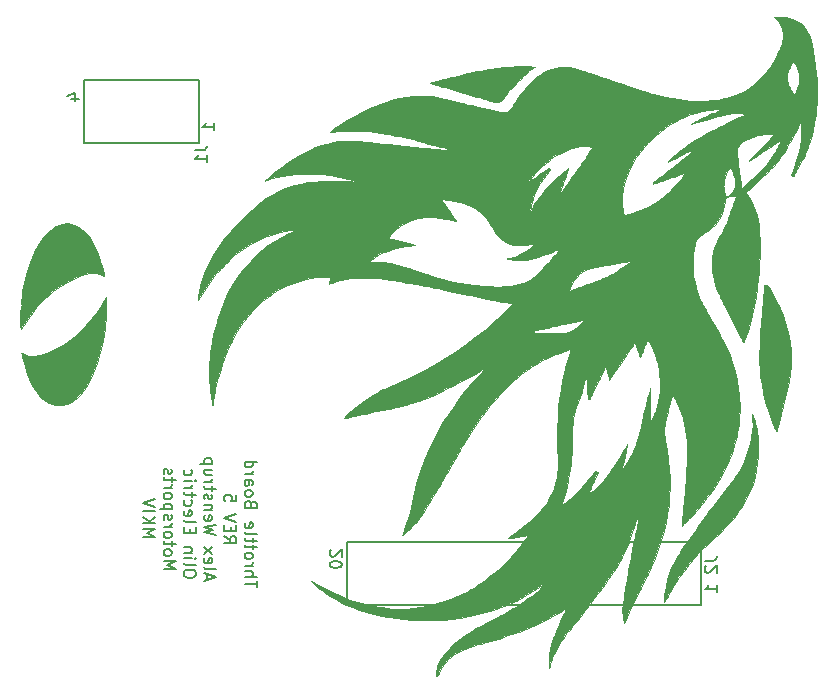
<source format=gbo>
G04 #@! TF.GenerationSoftware,KiCad,Pcbnew,5.0.2-bee76a0~70~ubuntu18.04.1*
G04 #@! TF.CreationDate,2019-04-11T22:59:15-04:00*
G04 #@! TF.ProjectId,throttle,7468726f-7474-46c6-952e-6b696361645f,rev?*
G04 #@! TF.SameCoordinates,Original*
G04 #@! TF.FileFunction,Legend,Bot*
G04 #@! TF.FilePolarity,Positive*
%FSLAX46Y46*%
G04 Gerber Fmt 4.6, Leading zero omitted, Abs format (unit mm)*
G04 Created by KiCad (PCBNEW 5.0.2-bee76a0~70~ubuntu18.04.1) date Thu 11 Apr 2019 10:59:15 PM EDT*
%MOMM*%
%LPD*%
G01*
G04 APERTURE LIST*
%ADD10C,0.190500*%
%ADD11C,0.150000*%
%ADD12C,0.010000*%
G04 APERTURE END LIST*
D10*
X63986530Y-80787723D02*
X63986530Y-80207152D01*
X62970530Y-80497438D02*
X63986530Y-80497438D01*
X62970530Y-79868485D02*
X63986530Y-79868485D01*
X62970530Y-79433057D02*
X63502721Y-79433057D01*
X63599483Y-79481438D01*
X63647864Y-79578200D01*
X63647864Y-79723342D01*
X63599483Y-79820104D01*
X63551102Y-79868485D01*
X62970530Y-78949247D02*
X63647864Y-78949247D01*
X63454340Y-78949247D02*
X63551102Y-78900866D01*
X63599483Y-78852485D01*
X63647864Y-78755723D01*
X63647864Y-78658961D01*
X62970530Y-78175152D02*
X63018911Y-78271914D01*
X63067292Y-78320295D01*
X63164054Y-78368676D01*
X63454340Y-78368676D01*
X63551102Y-78320295D01*
X63599483Y-78271914D01*
X63647864Y-78175152D01*
X63647864Y-78030009D01*
X63599483Y-77933247D01*
X63551102Y-77884866D01*
X63454340Y-77836485D01*
X63164054Y-77836485D01*
X63067292Y-77884866D01*
X63018911Y-77933247D01*
X62970530Y-78030009D01*
X62970530Y-78175152D01*
X63647864Y-77546200D02*
X63647864Y-77159152D01*
X63986530Y-77401057D02*
X63115673Y-77401057D01*
X63018911Y-77352676D01*
X62970530Y-77255914D01*
X62970530Y-77159152D01*
X63647864Y-76965628D02*
X63647864Y-76578580D01*
X63986530Y-76820485D02*
X63115673Y-76820485D01*
X63018911Y-76772104D01*
X62970530Y-76675342D01*
X62970530Y-76578580D01*
X62970530Y-76094771D02*
X63018911Y-76191533D01*
X63115673Y-76239914D01*
X63986530Y-76239914D01*
X63018911Y-75320676D02*
X62970530Y-75417438D01*
X62970530Y-75610961D01*
X63018911Y-75707723D01*
X63115673Y-75756104D01*
X63502721Y-75756104D01*
X63599483Y-75707723D01*
X63647864Y-75610961D01*
X63647864Y-75417438D01*
X63599483Y-75320676D01*
X63502721Y-75272295D01*
X63405959Y-75272295D01*
X63309197Y-75756104D01*
X63502721Y-73724104D02*
X63454340Y-73578961D01*
X63405959Y-73530580D01*
X63309197Y-73482200D01*
X63164054Y-73482200D01*
X63067292Y-73530580D01*
X63018911Y-73578961D01*
X62970530Y-73675723D01*
X62970530Y-74062771D01*
X63986530Y-74062771D01*
X63986530Y-73724104D01*
X63938150Y-73627342D01*
X63889769Y-73578961D01*
X63793007Y-73530580D01*
X63696245Y-73530580D01*
X63599483Y-73578961D01*
X63551102Y-73627342D01*
X63502721Y-73724104D01*
X63502721Y-74062771D01*
X62970530Y-72901628D02*
X63018911Y-72998390D01*
X63067292Y-73046771D01*
X63164054Y-73095152D01*
X63454340Y-73095152D01*
X63551102Y-73046771D01*
X63599483Y-72998390D01*
X63647864Y-72901628D01*
X63647864Y-72756485D01*
X63599483Y-72659723D01*
X63551102Y-72611342D01*
X63454340Y-72562961D01*
X63164054Y-72562961D01*
X63067292Y-72611342D01*
X63018911Y-72659723D01*
X62970530Y-72756485D01*
X62970530Y-72901628D01*
X62970530Y-71692104D02*
X63502721Y-71692104D01*
X63599483Y-71740485D01*
X63647864Y-71837247D01*
X63647864Y-72030771D01*
X63599483Y-72127533D01*
X63018911Y-71692104D02*
X62970530Y-71788866D01*
X62970530Y-72030771D01*
X63018911Y-72127533D01*
X63115673Y-72175914D01*
X63212435Y-72175914D01*
X63309197Y-72127533D01*
X63357578Y-72030771D01*
X63357578Y-71788866D01*
X63405959Y-71692104D01*
X62970530Y-71208295D02*
X63647864Y-71208295D01*
X63454340Y-71208295D02*
X63551102Y-71159914D01*
X63599483Y-71111533D01*
X63647864Y-71014771D01*
X63647864Y-70918009D01*
X62970530Y-70143914D02*
X63986530Y-70143914D01*
X63018911Y-70143914D02*
X62970530Y-70240676D01*
X62970530Y-70434200D01*
X63018911Y-70530961D01*
X63067292Y-70579342D01*
X63164054Y-70627723D01*
X63454340Y-70627723D01*
X63551102Y-70579342D01*
X63599483Y-70530961D01*
X63647864Y-70434200D01*
X63647864Y-70240676D01*
X63599483Y-70143914D01*
X61256030Y-76457628D02*
X61739840Y-76796295D01*
X61256030Y-77038200D02*
X62272030Y-77038200D01*
X62272030Y-76651152D01*
X62223650Y-76554390D01*
X62175269Y-76506009D01*
X62078507Y-76457628D01*
X61933364Y-76457628D01*
X61836602Y-76506009D01*
X61788221Y-76554390D01*
X61739840Y-76651152D01*
X61739840Y-77038200D01*
X61788221Y-76022200D02*
X61788221Y-75683533D01*
X61256030Y-75538390D02*
X61256030Y-76022200D01*
X62272030Y-76022200D01*
X62272030Y-75538390D01*
X62272030Y-75248104D02*
X61256030Y-74909438D01*
X62272030Y-74570771D01*
X62272030Y-72974200D02*
X62272030Y-73458009D01*
X61788221Y-73506390D01*
X61836602Y-73458009D01*
X61884983Y-73361247D01*
X61884983Y-73119342D01*
X61836602Y-73022580D01*
X61788221Y-72974200D01*
X61691459Y-72925819D01*
X61449554Y-72925819D01*
X61352792Y-72974200D01*
X61304411Y-73022580D01*
X61256030Y-73119342D01*
X61256030Y-73361247D01*
X61304411Y-73458009D01*
X61352792Y-73506390D01*
X59831816Y-80158771D02*
X59831816Y-79674961D01*
X59541530Y-80255533D02*
X60557530Y-79916866D01*
X59541530Y-79578200D01*
X59541530Y-79094390D02*
X59589911Y-79191152D01*
X59686673Y-79239533D01*
X60557530Y-79239533D01*
X59589911Y-78320295D02*
X59541530Y-78417057D01*
X59541530Y-78610580D01*
X59589911Y-78707342D01*
X59686673Y-78755723D01*
X60073721Y-78755723D01*
X60170483Y-78707342D01*
X60218864Y-78610580D01*
X60218864Y-78417057D01*
X60170483Y-78320295D01*
X60073721Y-78271914D01*
X59976959Y-78271914D01*
X59880197Y-78755723D01*
X59541530Y-77933247D02*
X60218864Y-77401057D01*
X60218864Y-77933247D02*
X59541530Y-77401057D01*
X60557530Y-76336676D02*
X59541530Y-76094771D01*
X60267245Y-75901247D01*
X59541530Y-75707723D01*
X60557530Y-75465819D01*
X59589911Y-74691723D02*
X59541530Y-74788485D01*
X59541530Y-74982009D01*
X59589911Y-75078771D01*
X59686673Y-75127152D01*
X60073721Y-75127152D01*
X60170483Y-75078771D01*
X60218864Y-74982009D01*
X60218864Y-74788485D01*
X60170483Y-74691723D01*
X60073721Y-74643342D01*
X59976959Y-74643342D01*
X59880197Y-75127152D01*
X60218864Y-74207914D02*
X59541530Y-74207914D01*
X60122102Y-74207914D02*
X60170483Y-74159533D01*
X60218864Y-74062771D01*
X60218864Y-73917628D01*
X60170483Y-73820866D01*
X60073721Y-73772485D01*
X59541530Y-73772485D01*
X59589911Y-73337057D02*
X59541530Y-73240295D01*
X59541530Y-73046771D01*
X59589911Y-72950009D01*
X59686673Y-72901628D01*
X59735054Y-72901628D01*
X59831816Y-72950009D01*
X59880197Y-73046771D01*
X59880197Y-73191914D01*
X59928578Y-73288676D01*
X60025340Y-73337057D01*
X60073721Y-73337057D01*
X60170483Y-73288676D01*
X60218864Y-73191914D01*
X60218864Y-73046771D01*
X60170483Y-72950009D01*
X60218864Y-72611342D02*
X60218864Y-72224295D01*
X60557530Y-72466200D02*
X59686673Y-72466200D01*
X59589911Y-72417819D01*
X59541530Y-72321057D01*
X59541530Y-72224295D01*
X59541530Y-71885628D02*
X60218864Y-71885628D01*
X60025340Y-71885628D02*
X60122102Y-71837247D01*
X60170483Y-71788866D01*
X60218864Y-71692104D01*
X60218864Y-71595342D01*
X60218864Y-70821247D02*
X59541530Y-70821247D01*
X60218864Y-71256676D02*
X59686673Y-71256676D01*
X59589911Y-71208295D01*
X59541530Y-71111533D01*
X59541530Y-70966390D01*
X59589911Y-70869628D01*
X59638292Y-70821247D01*
X60218864Y-70337438D02*
X59202864Y-70337438D01*
X60170483Y-70337438D02*
X60218864Y-70240676D01*
X60218864Y-70047152D01*
X60170483Y-69950390D01*
X60122102Y-69902009D01*
X60025340Y-69853628D01*
X59735054Y-69853628D01*
X59638292Y-69902009D01*
X59589911Y-69950390D01*
X59541530Y-70047152D01*
X59541530Y-70240676D01*
X59589911Y-70337438D01*
X58843030Y-79723342D02*
X58843030Y-79529819D01*
X58794650Y-79433057D01*
X58697888Y-79336295D01*
X58504364Y-79287914D01*
X58165697Y-79287914D01*
X57972173Y-79336295D01*
X57875411Y-79433057D01*
X57827030Y-79529819D01*
X57827030Y-79723342D01*
X57875411Y-79820104D01*
X57972173Y-79916866D01*
X58165697Y-79965247D01*
X58504364Y-79965247D01*
X58697888Y-79916866D01*
X58794650Y-79820104D01*
X58843030Y-79723342D01*
X57827030Y-78707342D02*
X57875411Y-78804104D01*
X57972173Y-78852485D01*
X58843030Y-78852485D01*
X57827030Y-78320295D02*
X58504364Y-78320295D01*
X58843030Y-78320295D02*
X58794650Y-78368676D01*
X58746269Y-78320295D01*
X58794650Y-78271914D01*
X58843030Y-78320295D01*
X58746269Y-78320295D01*
X58504364Y-77836485D02*
X57827030Y-77836485D01*
X58407602Y-77836485D02*
X58455983Y-77788104D01*
X58504364Y-77691342D01*
X58504364Y-77546200D01*
X58455983Y-77449438D01*
X58359221Y-77401057D01*
X57827030Y-77401057D01*
X58359221Y-76143152D02*
X58359221Y-75804485D01*
X57827030Y-75659342D02*
X57827030Y-76143152D01*
X58843030Y-76143152D01*
X58843030Y-75659342D01*
X57827030Y-75078771D02*
X57875411Y-75175533D01*
X57972173Y-75223914D01*
X58843030Y-75223914D01*
X57875411Y-74304676D02*
X57827030Y-74401438D01*
X57827030Y-74594961D01*
X57875411Y-74691723D01*
X57972173Y-74740104D01*
X58359221Y-74740104D01*
X58455983Y-74691723D01*
X58504364Y-74594961D01*
X58504364Y-74401438D01*
X58455983Y-74304676D01*
X58359221Y-74256295D01*
X58262459Y-74256295D01*
X58165697Y-74740104D01*
X57875411Y-73385438D02*
X57827030Y-73482200D01*
X57827030Y-73675723D01*
X57875411Y-73772485D01*
X57923792Y-73820866D01*
X58020554Y-73869247D01*
X58310840Y-73869247D01*
X58407602Y-73820866D01*
X58455983Y-73772485D01*
X58504364Y-73675723D01*
X58504364Y-73482200D01*
X58455983Y-73385438D01*
X58504364Y-73095152D02*
X58504364Y-72708104D01*
X58843030Y-72950009D02*
X57972173Y-72950009D01*
X57875411Y-72901628D01*
X57827030Y-72804866D01*
X57827030Y-72708104D01*
X57827030Y-72369438D02*
X58504364Y-72369438D01*
X58310840Y-72369438D02*
X58407602Y-72321057D01*
X58455983Y-72272676D01*
X58504364Y-72175914D01*
X58504364Y-72079152D01*
X57827030Y-71740485D02*
X58504364Y-71740485D01*
X58843030Y-71740485D02*
X58794650Y-71788866D01*
X58746269Y-71740485D01*
X58794650Y-71692104D01*
X58843030Y-71740485D01*
X58746269Y-71740485D01*
X57875411Y-70821247D02*
X57827030Y-70918009D01*
X57827030Y-71111533D01*
X57875411Y-71208295D01*
X57923792Y-71256676D01*
X58020554Y-71305057D01*
X58310840Y-71305057D01*
X58407602Y-71256676D01*
X58455983Y-71208295D01*
X58504364Y-71111533D01*
X58504364Y-70918009D01*
X58455983Y-70821247D01*
X56112530Y-79215342D02*
X57128530Y-79215342D01*
X56402816Y-78876676D01*
X57128530Y-78538009D01*
X56112530Y-78538009D01*
X56112530Y-77909057D02*
X56160911Y-78005819D01*
X56209292Y-78054200D01*
X56306054Y-78102580D01*
X56596340Y-78102580D01*
X56693102Y-78054200D01*
X56741483Y-78005819D01*
X56789864Y-77909057D01*
X56789864Y-77763914D01*
X56741483Y-77667152D01*
X56693102Y-77618771D01*
X56596340Y-77570390D01*
X56306054Y-77570390D01*
X56209292Y-77618771D01*
X56160911Y-77667152D01*
X56112530Y-77763914D01*
X56112530Y-77909057D01*
X56789864Y-77280104D02*
X56789864Y-76893057D01*
X57128530Y-77134961D02*
X56257673Y-77134961D01*
X56160911Y-77086580D01*
X56112530Y-76989819D01*
X56112530Y-76893057D01*
X56112530Y-76409247D02*
X56160911Y-76506009D01*
X56209292Y-76554390D01*
X56306054Y-76602771D01*
X56596340Y-76602771D01*
X56693102Y-76554390D01*
X56741483Y-76506009D01*
X56789864Y-76409247D01*
X56789864Y-76264104D01*
X56741483Y-76167342D01*
X56693102Y-76118961D01*
X56596340Y-76070580D01*
X56306054Y-76070580D01*
X56209292Y-76118961D01*
X56160911Y-76167342D01*
X56112530Y-76264104D01*
X56112530Y-76409247D01*
X56112530Y-75635152D02*
X56789864Y-75635152D01*
X56596340Y-75635152D02*
X56693102Y-75586771D01*
X56741483Y-75538390D01*
X56789864Y-75441628D01*
X56789864Y-75344866D01*
X56160911Y-75054580D02*
X56112530Y-74957819D01*
X56112530Y-74764295D01*
X56160911Y-74667533D01*
X56257673Y-74619152D01*
X56306054Y-74619152D01*
X56402816Y-74667533D01*
X56451197Y-74764295D01*
X56451197Y-74909438D01*
X56499578Y-75006200D01*
X56596340Y-75054580D01*
X56644721Y-75054580D01*
X56741483Y-75006200D01*
X56789864Y-74909438D01*
X56789864Y-74764295D01*
X56741483Y-74667533D01*
X56789864Y-74183723D02*
X55773864Y-74183723D01*
X56741483Y-74183723D02*
X56789864Y-74086961D01*
X56789864Y-73893438D01*
X56741483Y-73796676D01*
X56693102Y-73748295D01*
X56596340Y-73699914D01*
X56306054Y-73699914D01*
X56209292Y-73748295D01*
X56160911Y-73796676D01*
X56112530Y-73893438D01*
X56112530Y-74086961D01*
X56160911Y-74183723D01*
X56112530Y-73119342D02*
X56160911Y-73216104D01*
X56209292Y-73264485D01*
X56306054Y-73312866D01*
X56596340Y-73312866D01*
X56693102Y-73264485D01*
X56741483Y-73216104D01*
X56789864Y-73119342D01*
X56789864Y-72974200D01*
X56741483Y-72877438D01*
X56693102Y-72829057D01*
X56596340Y-72780676D01*
X56306054Y-72780676D01*
X56209292Y-72829057D01*
X56160911Y-72877438D01*
X56112530Y-72974200D01*
X56112530Y-73119342D01*
X56112530Y-72345247D02*
X56789864Y-72345247D01*
X56596340Y-72345247D02*
X56693102Y-72296866D01*
X56741483Y-72248485D01*
X56789864Y-72151723D01*
X56789864Y-72054961D01*
X56789864Y-71861438D02*
X56789864Y-71474390D01*
X57128530Y-71716295D02*
X56257673Y-71716295D01*
X56160911Y-71667914D01*
X56112530Y-71571152D01*
X56112530Y-71474390D01*
X56160911Y-71184104D02*
X56112530Y-71087342D01*
X56112530Y-70893819D01*
X56160911Y-70797057D01*
X56257673Y-70748676D01*
X56306054Y-70748676D01*
X56402816Y-70797057D01*
X56451197Y-70893819D01*
X56451197Y-71038961D01*
X56499578Y-71135723D01*
X56596340Y-71184104D01*
X56644721Y-71184104D01*
X56741483Y-71135723D01*
X56789864Y-71038961D01*
X56789864Y-70893819D01*
X56741483Y-70797057D01*
X54398030Y-76530200D02*
X55414030Y-76530200D01*
X54688316Y-76191533D01*
X55414030Y-75852866D01*
X54398030Y-75852866D01*
X54398030Y-75369057D02*
X55414030Y-75369057D01*
X54398030Y-74788485D02*
X54978602Y-75223914D01*
X55414030Y-74788485D02*
X54833459Y-75369057D01*
X54398030Y-74353057D02*
X55414030Y-74353057D01*
X55414030Y-74014390D02*
X54398030Y-73675723D01*
X55414030Y-73337057D01*
D11*
G04 #@! TO.C,J1*
X49384000Y-37863000D02*
X59074000Y-37863000D01*
X49384000Y-43163000D02*
X59074000Y-43163000D01*
X59074000Y-43163000D02*
X59074000Y-37863000D01*
X49384000Y-43163000D02*
X49384000Y-37863000D01*
G04 #@! TO.C,J2*
X71609000Y-76979000D02*
X101619000Y-76979000D01*
X71609000Y-82279000D02*
X101619000Y-82279000D01*
X101619000Y-82279000D02*
X101619000Y-76979000D01*
X71609000Y-82279000D02*
X71609000Y-76979000D01*
D12*
G04 #@! TO.C,G\002A\002A\002A*
G36*
X109224779Y-60967997D02*
X109220348Y-60808703D01*
X109213327Y-60679075D01*
X109212226Y-60664910D01*
X109147055Y-60069743D01*
X109048378Y-59482805D01*
X108915334Y-58900888D01*
X108747061Y-58320786D01*
X108542697Y-57739292D01*
X108301381Y-57153197D01*
X108220338Y-56973128D01*
X108115728Y-56753000D01*
X107995693Y-56513815D01*
X107865168Y-56264628D01*
X107729090Y-56014495D01*
X107592394Y-55772470D01*
X107460015Y-55547610D01*
X107336890Y-55348970D01*
X107324932Y-55330362D01*
X107218186Y-55164892D01*
X107101401Y-55164892D01*
X107052933Y-55164850D01*
X107018274Y-55168506D01*
X106994642Y-55181534D01*
X106979259Y-55209608D01*
X106969343Y-55258403D01*
X106962114Y-55333593D01*
X106954791Y-55440851D01*
X106952997Y-55467738D01*
X106949283Y-55516489D01*
X106942372Y-55600547D01*
X106932579Y-55716298D01*
X106920218Y-55860132D01*
X106905603Y-56028434D01*
X106889050Y-56217595D01*
X106870872Y-56424000D01*
X106851386Y-56644037D01*
X106830904Y-56874095D01*
X106816016Y-57040585D01*
X106780276Y-57442232D01*
X106748229Y-57808369D01*
X106719609Y-58142359D01*
X106694151Y-58447569D01*
X106671589Y-58727363D01*
X106651657Y-58985106D01*
X106634091Y-59224164D01*
X106618625Y-59447900D01*
X106604994Y-59659681D01*
X106592931Y-59862872D01*
X106591768Y-59883431D01*
X106585419Y-60017317D01*
X106579728Y-60178552D01*
X106574745Y-60361458D01*
X106570517Y-60560357D01*
X106567093Y-60769571D01*
X106564520Y-60983423D01*
X106562847Y-61196236D01*
X106562123Y-61402330D01*
X106562395Y-61596029D01*
X106563712Y-61771655D01*
X106566122Y-61923530D01*
X106569673Y-62045976D01*
X106572844Y-62110815D01*
X106638731Y-62856512D01*
X106743180Y-63596482D01*
X106885992Y-64329944D01*
X107066966Y-65056117D01*
X107285901Y-65774222D01*
X107542598Y-66483479D01*
X107836856Y-67183105D01*
X107921044Y-67366661D01*
X107959173Y-67446188D01*
X107985345Y-67494127D01*
X108002769Y-67514905D01*
X108014651Y-67512948D01*
X108020142Y-67503431D01*
X108030061Y-67472684D01*
X108047412Y-67410658D01*
X108070417Y-67324049D01*
X108097296Y-67219551D01*
X108126273Y-67103863D01*
X108126513Y-67102892D01*
X108150470Y-67006953D01*
X108182764Y-66879124D01*
X108221878Y-66725329D01*
X108266297Y-66551491D01*
X108314505Y-66363536D01*
X108364986Y-66167387D01*
X108416225Y-65968969D01*
X108448940Y-65842661D01*
X108561424Y-65404814D01*
X108662790Y-65001245D01*
X108753675Y-64628964D01*
X108834714Y-64284983D01*
X108906545Y-63966311D01*
X108969803Y-63669960D01*
X109025124Y-63392940D01*
X109073144Y-63132262D01*
X109114500Y-62884935D01*
X109149826Y-62647972D01*
X109179760Y-62418382D01*
X109182670Y-62394123D01*
X109194257Y-62272366D01*
X109204297Y-62119192D01*
X109212662Y-61942238D01*
X109219221Y-61749139D01*
X109223842Y-61547530D01*
X109226396Y-61345046D01*
X109226752Y-61149324D01*
X109224779Y-60967997D01*
X109224779Y-60967997D01*
G37*
X109224779Y-60967997D02*
X109220348Y-60808703D01*
X109213327Y-60679075D01*
X109212226Y-60664910D01*
X109147055Y-60069743D01*
X109048378Y-59482805D01*
X108915334Y-58900888D01*
X108747061Y-58320786D01*
X108542697Y-57739292D01*
X108301381Y-57153197D01*
X108220338Y-56973128D01*
X108115728Y-56753000D01*
X107995693Y-56513815D01*
X107865168Y-56264628D01*
X107729090Y-56014495D01*
X107592394Y-55772470D01*
X107460015Y-55547610D01*
X107336890Y-55348970D01*
X107324932Y-55330362D01*
X107218186Y-55164892D01*
X107101401Y-55164892D01*
X107052933Y-55164850D01*
X107018274Y-55168506D01*
X106994642Y-55181534D01*
X106979259Y-55209608D01*
X106969343Y-55258403D01*
X106962114Y-55333593D01*
X106954791Y-55440851D01*
X106952997Y-55467738D01*
X106949283Y-55516489D01*
X106942372Y-55600547D01*
X106932579Y-55716298D01*
X106920218Y-55860132D01*
X106905603Y-56028434D01*
X106889050Y-56217595D01*
X106870872Y-56424000D01*
X106851386Y-56644037D01*
X106830904Y-56874095D01*
X106816016Y-57040585D01*
X106780276Y-57442232D01*
X106748229Y-57808369D01*
X106719609Y-58142359D01*
X106694151Y-58447569D01*
X106671589Y-58727363D01*
X106651657Y-58985106D01*
X106634091Y-59224164D01*
X106618625Y-59447900D01*
X106604994Y-59659681D01*
X106592931Y-59862872D01*
X106591768Y-59883431D01*
X106585419Y-60017317D01*
X106579728Y-60178552D01*
X106574745Y-60361458D01*
X106570517Y-60560357D01*
X106567093Y-60769571D01*
X106564520Y-60983423D01*
X106562847Y-61196236D01*
X106562123Y-61402330D01*
X106562395Y-61596029D01*
X106563712Y-61771655D01*
X106566122Y-61923530D01*
X106569673Y-62045976D01*
X106572844Y-62110815D01*
X106638731Y-62856512D01*
X106743180Y-63596482D01*
X106885992Y-64329944D01*
X107066966Y-65056117D01*
X107285901Y-65774222D01*
X107542598Y-66483479D01*
X107836856Y-67183105D01*
X107921044Y-67366661D01*
X107959173Y-67446188D01*
X107985345Y-67494127D01*
X108002769Y-67514905D01*
X108014651Y-67512948D01*
X108020142Y-67503431D01*
X108030061Y-67472684D01*
X108047412Y-67410658D01*
X108070417Y-67324049D01*
X108097296Y-67219551D01*
X108126273Y-67103863D01*
X108126513Y-67102892D01*
X108150470Y-67006953D01*
X108182764Y-66879124D01*
X108221878Y-66725329D01*
X108266297Y-66551491D01*
X108314505Y-66363536D01*
X108364986Y-66167387D01*
X108416225Y-65968969D01*
X108448940Y-65842661D01*
X108561424Y-65404814D01*
X108662790Y-65001245D01*
X108753675Y-64628964D01*
X108834714Y-64284983D01*
X108906545Y-63966311D01*
X108969803Y-63669960D01*
X109025124Y-63392940D01*
X109073144Y-63132262D01*
X109114500Y-62884935D01*
X109149826Y-62647972D01*
X109179760Y-62418382D01*
X109182670Y-62394123D01*
X109194257Y-62272366D01*
X109204297Y-62119192D01*
X109212662Y-61942238D01*
X109219221Y-61749139D01*
X109223842Y-61547530D01*
X109226396Y-61345046D01*
X109226752Y-61149324D01*
X109224779Y-60967997D01*
G36*
X106454705Y-68701811D02*
X106434401Y-68370171D01*
X106404310Y-68036659D01*
X106365507Y-67709267D01*
X106319066Y-67395988D01*
X106266062Y-67104816D01*
X106207570Y-66843741D01*
X106201859Y-66821158D01*
X106180047Y-66742061D01*
X106151670Y-66648205D01*
X106118947Y-66545947D01*
X106084097Y-66441646D01*
X106049338Y-66341660D01*
X106016890Y-66252348D01*
X105988972Y-66180068D01*
X105967802Y-66131178D01*
X105955599Y-66112036D01*
X105954479Y-66112286D01*
X105953230Y-66133192D01*
X105954136Y-66187135D01*
X105956981Y-66268146D01*
X105961547Y-66370258D01*
X105967617Y-66487503D01*
X105969016Y-66512658D01*
X105979362Y-67042880D01*
X105950968Y-67572302D01*
X105884161Y-68099316D01*
X105779271Y-68622313D01*
X105636626Y-69139686D01*
X105456554Y-69649826D01*
X105239384Y-70151126D01*
X105216108Y-70199738D01*
X105134844Y-70365514D01*
X105056021Y-70520416D01*
X104977362Y-70667886D01*
X104896590Y-70811365D01*
X104811429Y-70954296D01*
X104719603Y-71100118D01*
X104618836Y-71252275D01*
X104506851Y-71414208D01*
X104381372Y-71589358D01*
X104240122Y-71781167D01*
X104080826Y-71993076D01*
X103901208Y-72228527D01*
X103710582Y-72475969D01*
X103460328Y-72801258D01*
X103204372Y-73136981D01*
X102944369Y-73480835D01*
X102681978Y-73830517D01*
X102418855Y-74183726D01*
X102156657Y-74538158D01*
X101897040Y-74891512D01*
X101641661Y-75241484D01*
X101392177Y-75585774D01*
X101150245Y-75922078D01*
X100917521Y-76248093D01*
X100695663Y-76561518D01*
X100486326Y-76860050D01*
X100291169Y-77141387D01*
X100111847Y-77403226D01*
X99950017Y-77643264D01*
X99807337Y-77859201D01*
X99685462Y-78048732D01*
X99592563Y-78198752D01*
X99318675Y-78685950D01*
X99083402Y-79176854D01*
X98886811Y-79671261D01*
X98728971Y-80168968D01*
X98609951Y-80669772D01*
X98529818Y-81173470D01*
X98503874Y-81432307D01*
X98494660Y-81562969D01*
X98488304Y-81686912D01*
X98484831Y-81798835D01*
X98484267Y-81893434D01*
X98486635Y-81965408D01*
X98491963Y-82009452D01*
X98500274Y-82020266D01*
X98501074Y-82019531D01*
X98514492Y-81998688D01*
X98544754Y-81947825D01*
X98589533Y-81870972D01*
X98646503Y-81772161D01*
X98713339Y-81655423D01*
X98787714Y-81524789D01*
X98852991Y-81409605D01*
X98976038Y-81192691D01*
X99083612Y-81004690D01*
X99178972Y-80840219D01*
X99265381Y-80693896D01*
X99346099Y-80560341D01*
X99424386Y-80434170D01*
X99503503Y-80310004D01*
X99586710Y-80182459D01*
X99677269Y-80046154D01*
X99696250Y-80017815D01*
X100135141Y-79395215D01*
X100606573Y-78787185D01*
X101058900Y-78252962D01*
X101174230Y-78125648D01*
X101313397Y-77977453D01*
X101471152Y-77813595D01*
X101642245Y-77639289D01*
X101821428Y-77459750D01*
X102003451Y-77280194D01*
X102183063Y-77105837D01*
X102355017Y-76941895D01*
X102514062Y-76793582D01*
X102654948Y-76666116D01*
X102664846Y-76657356D01*
X102833374Y-76505330D01*
X103013978Y-76336773D01*
X103200873Y-76157461D01*
X103388275Y-75973169D01*
X103570398Y-75789670D01*
X103741457Y-75612740D01*
X103895668Y-75448154D01*
X104027245Y-75301686D01*
X104054728Y-75269969D01*
X104298623Y-74975901D01*
X104538798Y-74666631D01*
X104769060Y-74350785D01*
X104983211Y-74036988D01*
X105175056Y-73733866D01*
X105254663Y-73599431D01*
X105535418Y-73075331D01*
X105779851Y-72537876D01*
X105987613Y-71988487D01*
X106158356Y-71428585D01*
X106291732Y-70859591D01*
X106387393Y-70282927D01*
X106444990Y-69700013D01*
X106464176Y-69112272D01*
X106454705Y-68701811D01*
X106454705Y-68701811D01*
G37*
X106454705Y-68701811D02*
X106434401Y-68370171D01*
X106404310Y-68036659D01*
X106365507Y-67709267D01*
X106319066Y-67395988D01*
X106266062Y-67104816D01*
X106207570Y-66843741D01*
X106201859Y-66821158D01*
X106180047Y-66742061D01*
X106151670Y-66648205D01*
X106118947Y-66545947D01*
X106084097Y-66441646D01*
X106049338Y-66341660D01*
X106016890Y-66252348D01*
X105988972Y-66180068D01*
X105967802Y-66131178D01*
X105955599Y-66112036D01*
X105954479Y-66112286D01*
X105953230Y-66133192D01*
X105954136Y-66187135D01*
X105956981Y-66268146D01*
X105961547Y-66370258D01*
X105967617Y-66487503D01*
X105969016Y-66512658D01*
X105979362Y-67042880D01*
X105950968Y-67572302D01*
X105884161Y-68099316D01*
X105779271Y-68622313D01*
X105636626Y-69139686D01*
X105456554Y-69649826D01*
X105239384Y-70151126D01*
X105216108Y-70199738D01*
X105134844Y-70365514D01*
X105056021Y-70520416D01*
X104977362Y-70667886D01*
X104896590Y-70811365D01*
X104811429Y-70954296D01*
X104719603Y-71100118D01*
X104618836Y-71252275D01*
X104506851Y-71414208D01*
X104381372Y-71589358D01*
X104240122Y-71781167D01*
X104080826Y-71993076D01*
X103901208Y-72228527D01*
X103710582Y-72475969D01*
X103460328Y-72801258D01*
X103204372Y-73136981D01*
X102944369Y-73480835D01*
X102681978Y-73830517D01*
X102418855Y-74183726D01*
X102156657Y-74538158D01*
X101897040Y-74891512D01*
X101641661Y-75241484D01*
X101392177Y-75585774D01*
X101150245Y-75922078D01*
X100917521Y-76248093D01*
X100695663Y-76561518D01*
X100486326Y-76860050D01*
X100291169Y-77141387D01*
X100111847Y-77403226D01*
X99950017Y-77643264D01*
X99807337Y-77859201D01*
X99685462Y-78048732D01*
X99592563Y-78198752D01*
X99318675Y-78685950D01*
X99083402Y-79176854D01*
X98886811Y-79671261D01*
X98728971Y-80168968D01*
X98609951Y-80669772D01*
X98529818Y-81173470D01*
X98503874Y-81432307D01*
X98494660Y-81562969D01*
X98488304Y-81686912D01*
X98484831Y-81798835D01*
X98484267Y-81893434D01*
X98486635Y-81965408D01*
X98491963Y-82009452D01*
X98500274Y-82020266D01*
X98501074Y-82019531D01*
X98514492Y-81998688D01*
X98544754Y-81947825D01*
X98589533Y-81870972D01*
X98646503Y-81772161D01*
X98713339Y-81655423D01*
X98787714Y-81524789D01*
X98852991Y-81409605D01*
X98976038Y-81192691D01*
X99083612Y-81004690D01*
X99178972Y-80840219D01*
X99265381Y-80693896D01*
X99346099Y-80560341D01*
X99424386Y-80434170D01*
X99503503Y-80310004D01*
X99586710Y-80182459D01*
X99677269Y-80046154D01*
X99696250Y-80017815D01*
X100135141Y-79395215D01*
X100606573Y-78787185D01*
X101058900Y-78252962D01*
X101174230Y-78125648D01*
X101313397Y-77977453D01*
X101471152Y-77813595D01*
X101642245Y-77639289D01*
X101821428Y-77459750D01*
X102003451Y-77280194D01*
X102183063Y-77105837D01*
X102355017Y-76941895D01*
X102514062Y-76793582D01*
X102654948Y-76666116D01*
X102664846Y-76657356D01*
X102833374Y-76505330D01*
X103013978Y-76336773D01*
X103200873Y-76157461D01*
X103388275Y-75973169D01*
X103570398Y-75789670D01*
X103741457Y-75612740D01*
X103895668Y-75448154D01*
X104027245Y-75301686D01*
X104054728Y-75269969D01*
X104298623Y-74975901D01*
X104538798Y-74666631D01*
X104769060Y-74350785D01*
X104983211Y-74036988D01*
X105175056Y-73733866D01*
X105254663Y-73599431D01*
X105535418Y-73075331D01*
X105779851Y-72537876D01*
X105987613Y-71988487D01*
X106158356Y-71428585D01*
X106291732Y-70859591D01*
X106387393Y-70282927D01*
X106444990Y-69700013D01*
X106464176Y-69112272D01*
X106454705Y-68701811D01*
G36*
X87535743Y-36703131D02*
X87520148Y-36694304D01*
X87487555Y-36688982D01*
X87420409Y-36684439D01*
X87323225Y-36680669D01*
X87200519Y-36677666D01*
X87056806Y-36675424D01*
X86896602Y-36673936D01*
X86724422Y-36673196D01*
X86544782Y-36673198D01*
X86362199Y-36673936D01*
X86181186Y-36675403D01*
X86006260Y-36677593D01*
X85841937Y-36680500D01*
X85692732Y-36684118D01*
X85563160Y-36688440D01*
X85457738Y-36693460D01*
X85402615Y-36697231D01*
X85094536Y-36724020D01*
X84794102Y-36753739D01*
X84498152Y-36786983D01*
X84203527Y-36824345D01*
X83907067Y-36866420D01*
X83605611Y-36913802D01*
X83295999Y-36967084D01*
X82975071Y-37026861D01*
X82639667Y-37093726D01*
X82286627Y-37168273D01*
X81912791Y-37251097D01*
X81514998Y-37342791D01*
X81090089Y-37443949D01*
X80634904Y-37555165D01*
X80146282Y-37677033D01*
X80019769Y-37708921D01*
X79759018Y-37774773D01*
X79533703Y-37831733D01*
X79341377Y-37880494D01*
X79179592Y-37921751D01*
X79045902Y-37956195D01*
X78937859Y-37984522D01*
X78853016Y-38007423D01*
X78788926Y-38025593D01*
X78743142Y-38039724D01*
X78713216Y-38050511D01*
X78696702Y-38058646D01*
X78691152Y-38064824D01*
X78694119Y-38069737D01*
X78703157Y-38074078D01*
X78715577Y-38078459D01*
X78737115Y-38084997D01*
X78793527Y-38101848D01*
X78882215Y-38128243D01*
X79000580Y-38163412D01*
X79146026Y-38206586D01*
X79315953Y-38256995D01*
X79507763Y-38313871D01*
X79718858Y-38376443D01*
X79946639Y-38443941D01*
X80188510Y-38515598D01*
X80441870Y-38590642D01*
X80704123Y-38668306D01*
X80972670Y-38747818D01*
X81244913Y-38828410D01*
X81518253Y-38909313D01*
X81790093Y-38989756D01*
X82057834Y-39068971D01*
X82318878Y-39146187D01*
X82570626Y-39220636D01*
X82810482Y-39291549D01*
X83035845Y-39358154D01*
X83244119Y-39419684D01*
X83370615Y-39457039D01*
X83588080Y-39520733D01*
X83772148Y-39573234D01*
X83926655Y-39615211D01*
X84055437Y-39647334D01*
X84162330Y-39670273D01*
X84251170Y-39684697D01*
X84325793Y-39691277D01*
X84390035Y-39690682D01*
X84447732Y-39683581D01*
X84502719Y-39670644D01*
X84535751Y-39660444D01*
X84628209Y-39613638D01*
X84731787Y-39531297D01*
X84845030Y-39414885D01*
X84966484Y-39265866D01*
X85068818Y-39123815D01*
X85149673Y-39007961D01*
X85228914Y-38898887D01*
X85309358Y-38793498D01*
X85393820Y-38688696D01*
X85485115Y-38581387D01*
X85586059Y-38468472D01*
X85699467Y-38346858D01*
X85828155Y-38213446D01*
X85974938Y-38065141D01*
X86142632Y-37898847D01*
X86334052Y-37711468D01*
X86497318Y-37552871D01*
X86641386Y-37413370D01*
X86760977Y-37298068D01*
X86859650Y-37203942D01*
X86940961Y-37127966D01*
X87008469Y-37067118D01*
X87065730Y-37018371D01*
X87116301Y-36978703D01*
X87163741Y-36945089D01*
X87211606Y-36914504D01*
X87263454Y-36883924D01*
X87322842Y-36850325D01*
X87325313Y-36848939D01*
X87419715Y-36795485D01*
X87483867Y-36757425D01*
X87521860Y-36731512D01*
X87537788Y-36714497D01*
X87535743Y-36703131D01*
X87535743Y-36703131D01*
G37*
X87535743Y-36703131D02*
X87520148Y-36694304D01*
X87487555Y-36688982D01*
X87420409Y-36684439D01*
X87323225Y-36680669D01*
X87200519Y-36677666D01*
X87056806Y-36675424D01*
X86896602Y-36673936D01*
X86724422Y-36673196D01*
X86544782Y-36673198D01*
X86362199Y-36673936D01*
X86181186Y-36675403D01*
X86006260Y-36677593D01*
X85841937Y-36680500D01*
X85692732Y-36684118D01*
X85563160Y-36688440D01*
X85457738Y-36693460D01*
X85402615Y-36697231D01*
X85094536Y-36724020D01*
X84794102Y-36753739D01*
X84498152Y-36786983D01*
X84203527Y-36824345D01*
X83907067Y-36866420D01*
X83605611Y-36913802D01*
X83295999Y-36967084D01*
X82975071Y-37026861D01*
X82639667Y-37093726D01*
X82286627Y-37168273D01*
X81912791Y-37251097D01*
X81514998Y-37342791D01*
X81090089Y-37443949D01*
X80634904Y-37555165D01*
X80146282Y-37677033D01*
X80019769Y-37708921D01*
X79759018Y-37774773D01*
X79533703Y-37831733D01*
X79341377Y-37880494D01*
X79179592Y-37921751D01*
X79045902Y-37956195D01*
X78937859Y-37984522D01*
X78853016Y-38007423D01*
X78788926Y-38025593D01*
X78743142Y-38039724D01*
X78713216Y-38050511D01*
X78696702Y-38058646D01*
X78691152Y-38064824D01*
X78694119Y-38069737D01*
X78703157Y-38074078D01*
X78715577Y-38078459D01*
X78737115Y-38084997D01*
X78793527Y-38101848D01*
X78882215Y-38128243D01*
X79000580Y-38163412D01*
X79146026Y-38206586D01*
X79315953Y-38256995D01*
X79507763Y-38313871D01*
X79718858Y-38376443D01*
X79946639Y-38443941D01*
X80188510Y-38515598D01*
X80441870Y-38590642D01*
X80704123Y-38668306D01*
X80972670Y-38747818D01*
X81244913Y-38828410D01*
X81518253Y-38909313D01*
X81790093Y-38989756D01*
X82057834Y-39068971D01*
X82318878Y-39146187D01*
X82570626Y-39220636D01*
X82810482Y-39291549D01*
X83035845Y-39358154D01*
X83244119Y-39419684D01*
X83370615Y-39457039D01*
X83588080Y-39520733D01*
X83772148Y-39573234D01*
X83926655Y-39615211D01*
X84055437Y-39647334D01*
X84162330Y-39670273D01*
X84251170Y-39684697D01*
X84325793Y-39691277D01*
X84390035Y-39690682D01*
X84447732Y-39683581D01*
X84502719Y-39670644D01*
X84535751Y-39660444D01*
X84628209Y-39613638D01*
X84731787Y-39531297D01*
X84845030Y-39414885D01*
X84966484Y-39265866D01*
X85068818Y-39123815D01*
X85149673Y-39007961D01*
X85228914Y-38898887D01*
X85309358Y-38793498D01*
X85393820Y-38688696D01*
X85485115Y-38581387D01*
X85586059Y-38468472D01*
X85699467Y-38346858D01*
X85828155Y-38213446D01*
X85974938Y-38065141D01*
X86142632Y-37898847D01*
X86334052Y-37711468D01*
X86497318Y-37552871D01*
X86641386Y-37413370D01*
X86760977Y-37298068D01*
X86859650Y-37203942D01*
X86940961Y-37127966D01*
X87008469Y-37067118D01*
X87065730Y-37018371D01*
X87116301Y-36978703D01*
X87163741Y-36945089D01*
X87211606Y-36914504D01*
X87263454Y-36883924D01*
X87322842Y-36850325D01*
X87325313Y-36848939D01*
X87419715Y-36795485D01*
X87483867Y-36757425D01*
X87521860Y-36731512D01*
X87537788Y-36714497D01*
X87535743Y-36703131D01*
G36*
X111433386Y-38326848D02*
X111429969Y-38119690D01*
X111424272Y-37937201D01*
X111419517Y-37838914D01*
X111373485Y-37220574D01*
X111305929Y-36589455D01*
X111218572Y-35958179D01*
X111113137Y-35339367D01*
X111007234Y-34817276D01*
X110928125Y-34493900D01*
X110839677Y-34205241D01*
X110740176Y-33947691D01*
X110627909Y-33717642D01*
X110501160Y-33511485D01*
X110358217Y-33325613D01*
X110236228Y-33194235D01*
X110042121Y-33022315D01*
X109828858Y-32874985D01*
X109594237Y-32751479D01*
X109336056Y-32651032D01*
X109052110Y-32572879D01*
X108740198Y-32516252D01*
X108398117Y-32480388D01*
X108145385Y-32467411D01*
X107774154Y-32455483D01*
X107930972Y-32619534D01*
X108071732Y-32775867D01*
X108186512Y-32925213D01*
X108283627Y-33079314D01*
X108359211Y-33224290D01*
X108434348Y-33397483D01*
X108486990Y-33562744D01*
X108520585Y-33734217D01*
X108538579Y-33926043D01*
X108540633Y-33968651D01*
X108541649Y-34168363D01*
X108526842Y-34365226D01*
X108494868Y-34564050D01*
X108444385Y-34769648D01*
X108374047Y-34986831D01*
X108282512Y-35220410D01*
X108168437Y-35475199D01*
X108055188Y-35707190D01*
X107796502Y-36185750D01*
X107518870Y-36630820D01*
X107221299Y-37043616D01*
X106902796Y-37425356D01*
X106562368Y-37777258D01*
X106199021Y-38100539D01*
X105933814Y-38308008D01*
X105554158Y-38566216D01*
X105147668Y-38798145D01*
X104717790Y-39002222D01*
X104267967Y-39176873D01*
X103801643Y-39320522D01*
X103614211Y-39368243D01*
X103321116Y-39433457D01*
X103034336Y-39486375D01*
X102746936Y-39527649D01*
X102451980Y-39557934D01*
X102142532Y-39577884D01*
X101811657Y-39588153D01*
X101452419Y-39589396D01*
X101290449Y-39587367D01*
X100740046Y-39567874D01*
X100201244Y-39527315D01*
X99665982Y-39464575D01*
X99126199Y-39378542D01*
X98573833Y-39268103D01*
X98007963Y-39133957D01*
X97923354Y-39112354D01*
X97842172Y-39091309D01*
X97762435Y-39070188D01*
X97682161Y-39048356D01*
X97599370Y-39025178D01*
X97512079Y-39000019D01*
X97418307Y-38972244D01*
X97316072Y-38941218D01*
X97203393Y-38906306D01*
X97078287Y-38866873D01*
X96938775Y-38822284D01*
X96782873Y-38771905D01*
X96608600Y-38715100D01*
X96413975Y-38651234D01*
X96197016Y-38579673D01*
X95955741Y-38499781D01*
X95688169Y-38410923D01*
X95392319Y-38312465D01*
X95066208Y-38203771D01*
X94707855Y-38084207D01*
X94315279Y-37953138D01*
X94136308Y-37893367D01*
X93738489Y-37760503D01*
X93375945Y-37639439D01*
X93046886Y-37529595D01*
X92749522Y-37430391D01*
X92482064Y-37341248D01*
X92242723Y-37261584D01*
X92029709Y-37190822D01*
X91841233Y-37128379D01*
X91675505Y-37073678D01*
X91530735Y-37026137D01*
X91405134Y-36985178D01*
X91296912Y-36950219D01*
X91204280Y-36920681D01*
X91125449Y-36895985D01*
X91058629Y-36875550D01*
X91002030Y-36858797D01*
X90953864Y-36845145D01*
X90912339Y-36834015D01*
X90875668Y-36824827D01*
X90842059Y-36817001D01*
X90809725Y-36809957D01*
X90776875Y-36803115D01*
X90763061Y-36800278D01*
X90478046Y-36753866D01*
X90182884Y-36728124D01*
X89888186Y-36723211D01*
X89604565Y-36739289D01*
X89342633Y-36776520D01*
X89332219Y-36778558D01*
X88981357Y-36867858D01*
X88637359Y-36995105D01*
X88301778Y-37159531D01*
X87976167Y-37360369D01*
X87662077Y-37596851D01*
X87639769Y-37615382D01*
X87428565Y-37804045D01*
X87205077Y-38026592D01*
X86971338Y-38280550D01*
X86729379Y-38563442D01*
X86481233Y-38872796D01*
X86228932Y-39206134D01*
X85974509Y-39560983D01*
X85719995Y-39934868D01*
X85658180Y-40028598D01*
X85547877Y-40188610D01*
X85447045Y-40315394D01*
X85351329Y-40412269D01*
X85256376Y-40482557D01*
X85157829Y-40529578D01*
X85051335Y-40556653D01*
X84952893Y-40566396D01*
X84891668Y-40567629D01*
X84831425Y-40564904D01*
X84764773Y-40557068D01*
X84684320Y-40542970D01*
X84582674Y-40521456D01*
X84452443Y-40491375D01*
X84415585Y-40482627D01*
X84314830Y-40458872D01*
X84182088Y-40427953D01*
X84023493Y-40391279D01*
X83845184Y-40350260D01*
X83653296Y-40306306D01*
X83453966Y-40260826D01*
X83253330Y-40215230D01*
X83136154Y-40188693D01*
X82776816Y-40107222D01*
X82452233Y-40033164D01*
X82158963Y-39965687D01*
X81893564Y-39903956D01*
X81652595Y-39847138D01*
X81432614Y-39794399D01*
X81230180Y-39744906D01*
X81041850Y-39697825D01*
X80864182Y-39652323D01*
X80693736Y-39607565D01*
X80527069Y-39562718D01*
X80360739Y-39516949D01*
X80346773Y-39513063D01*
X79933799Y-39405114D01*
X79544594Y-39318641D01*
X79171020Y-39252564D01*
X78804936Y-39205807D01*
X78438201Y-39177289D01*
X78062676Y-39165934D01*
X77746529Y-39168574D01*
X77487606Y-39177234D01*
X77254059Y-39190847D01*
X77032362Y-39210666D01*
X76808992Y-39237940D01*
X76570421Y-39273923D01*
X76522385Y-39281826D01*
X76098188Y-39364551D01*
X75652104Y-39474490D01*
X75188466Y-39609883D01*
X74711606Y-39768973D01*
X74225859Y-39949998D01*
X73735559Y-40151201D01*
X73245038Y-40370822D01*
X72758631Y-40607102D01*
X72280671Y-40858282D01*
X71815491Y-41122602D01*
X71471692Y-41332119D01*
X71369367Y-41397379D01*
X71250836Y-41474539D01*
X71120702Y-41560461D01*
X70983569Y-41652005D01*
X70844039Y-41746033D01*
X70706717Y-41839406D01*
X70576206Y-41928985D01*
X70457108Y-42011632D01*
X70354027Y-42084207D01*
X70271566Y-42143572D01*
X70214328Y-42186587D01*
X70193551Y-42203648D01*
X70189313Y-42215553D01*
X70213138Y-42220454D01*
X70267930Y-42218315D01*
X70356595Y-42209099D01*
X70422785Y-42200746D01*
X70848068Y-42154673D01*
X71301857Y-42123835D01*
X71776654Y-42108273D01*
X72264964Y-42108028D01*
X72759288Y-42123144D01*
X73252130Y-42153661D01*
X73581846Y-42183155D01*
X73846627Y-42211564D01*
X74109781Y-42243263D01*
X74373840Y-42278793D01*
X74641333Y-42318692D01*
X74914790Y-42363499D01*
X75196743Y-42413754D01*
X75489721Y-42469995D01*
X75796255Y-42532761D01*
X76118876Y-42602592D01*
X76460113Y-42680026D01*
X76822497Y-42765602D01*
X77208558Y-42859860D01*
X77620827Y-42963338D01*
X78061833Y-43076575D01*
X78534109Y-43200111D01*
X79040183Y-43334484D01*
X79248000Y-43390142D01*
X79535525Y-43467315D01*
X79787493Y-43534961D01*
X80006085Y-43593691D01*
X80193483Y-43644118D01*
X80351869Y-43686853D01*
X80483423Y-43722510D01*
X80590327Y-43751700D01*
X80674763Y-43775036D01*
X80738912Y-43793130D01*
X80784955Y-43806594D01*
X80815074Y-43816041D01*
X80831450Y-43822082D01*
X80836265Y-43825330D01*
X80831699Y-43826398D01*
X80819936Y-43825896D01*
X80803155Y-43824439D01*
X80791539Y-43823356D01*
X80723986Y-43817578D01*
X80634968Y-43810541D01*
X80542006Y-43803623D01*
X80527769Y-43802607D01*
X80420855Y-43794357D01*
X80277751Y-43782242D01*
X80101128Y-43766531D01*
X79893653Y-43747492D01*
X79657996Y-43725394D01*
X79396826Y-43700505D01*
X79112812Y-43673095D01*
X78808622Y-43643430D01*
X78486925Y-43611781D01*
X78150390Y-43578416D01*
X77801687Y-43543602D01*
X77443483Y-43507610D01*
X77078449Y-43470707D01*
X76709252Y-43433161D01*
X76338562Y-43395242D01*
X75969047Y-43357218D01*
X75603376Y-43319358D01*
X75244219Y-43281929D01*
X74894244Y-43245202D01*
X74556119Y-43209443D01*
X74232515Y-43174922D01*
X73926100Y-43141908D01*
X73639542Y-43110669D01*
X73513462Y-43096784D01*
X72507231Y-42985581D01*
X71882000Y-42984271D01*
X71682080Y-42984400D01*
X71514890Y-42985861D01*
X71374098Y-42988890D01*
X71253373Y-42993723D01*
X71146383Y-43000598D01*
X71046797Y-43009750D01*
X70973462Y-43018213D01*
X70448555Y-43098737D01*
X69939458Y-43208310D01*
X69442715Y-43348261D01*
X68954874Y-43519918D01*
X68472482Y-43724610D01*
X67992085Y-43963667D01*
X67510231Y-44238416D01*
X67065769Y-44521777D01*
X66586897Y-44849858D01*
X66113345Y-45190546D01*
X65636325Y-45550327D01*
X65147051Y-45935686D01*
X65111883Y-45963974D01*
X64968536Y-46080073D01*
X64854801Y-46173696D01*
X64769260Y-46246119D01*
X64710495Y-46298620D01*
X64677090Y-46332475D01*
X64667626Y-46348961D01*
X64680687Y-46349355D01*
X64686073Y-46347544D01*
X64714911Y-46337793D01*
X64774213Y-46318279D01*
X64857244Y-46291201D01*
X64957267Y-46258756D01*
X65049204Y-46229055D01*
X65607501Y-46066748D01*
X66175171Y-45937315D01*
X66757246Y-45839788D01*
X67358755Y-45773196D01*
X67455940Y-45765438D01*
X67608933Y-45756842D01*
X67793309Y-45751375D01*
X68001515Y-45748892D01*
X68225994Y-45749251D01*
X68459190Y-45752307D01*
X68693550Y-45757915D01*
X68921516Y-45765932D01*
X69135535Y-45776212D01*
X69328050Y-45788613D01*
X69491506Y-45802990D01*
X69506214Y-45804559D01*
X70234824Y-45900045D01*
X70981453Y-46030094D01*
X71746163Y-46194717D01*
X72145769Y-46292659D01*
X72327355Y-46339076D01*
X72473565Y-46376794D01*
X72586933Y-46406589D01*
X72669994Y-46429239D01*
X72725283Y-46445519D01*
X72755334Y-46456207D01*
X72762682Y-46462080D01*
X72749862Y-46463913D01*
X72719407Y-46462484D01*
X72692846Y-46460306D01*
X72314817Y-46429728D01*
X71928200Y-46403993D01*
X71538864Y-46383258D01*
X71152675Y-46367682D01*
X70775502Y-46357422D01*
X70413211Y-46352637D01*
X70071670Y-46353484D01*
X69756746Y-46360122D01*
X69474307Y-46372708D01*
X69463360Y-46373362D01*
X68856888Y-46423491D01*
X68278254Y-46499341D01*
X67725225Y-46601680D01*
X67195567Y-46731273D01*
X66687048Y-46888889D01*
X66197433Y-47075293D01*
X65724490Y-47291253D01*
X65265986Y-47537536D01*
X64819686Y-47814908D01*
X64398769Y-48112555D01*
X64225551Y-48247524D01*
X64030907Y-48408139D01*
X63818965Y-48590480D01*
X63593850Y-48790628D01*
X63359688Y-49004662D01*
X63120606Y-49228663D01*
X62880731Y-49458711D01*
X62644187Y-49690887D01*
X62415101Y-49921270D01*
X62197601Y-50145940D01*
X61995810Y-50360978D01*
X61813857Y-50562465D01*
X61783591Y-50596921D01*
X61354841Y-51107722D01*
X60964020Y-51616459D01*
X60610184Y-52125017D01*
X60292386Y-52635281D01*
X60009679Y-53149136D01*
X59761117Y-53668469D01*
X59545754Y-54195165D01*
X59362643Y-54731110D01*
X59210838Y-55278188D01*
X59089394Y-55838285D01*
X59054410Y-56034627D01*
X59028225Y-56195281D01*
X59010088Y-56319277D01*
X58999856Y-56408165D01*
X58997383Y-56463494D01*
X59002526Y-56486814D01*
X59012659Y-56482761D01*
X59028015Y-56460220D01*
X59059482Y-56410483D01*
X59103119Y-56339894D01*
X59154987Y-56254799D01*
X59181928Y-56210200D01*
X59508518Y-55689777D01*
X59856603Y-55176067D01*
X60219671Y-54678145D01*
X60591209Y-54205086D01*
X60801319Y-53953508D01*
X60883950Y-53860316D01*
X60989161Y-53747037D01*
X61111846Y-53618737D01*
X61246902Y-53480483D01*
X61389225Y-53337339D01*
X61533709Y-53194372D01*
X61675252Y-53056648D01*
X61808749Y-52929233D01*
X61929096Y-52817193D01*
X62031188Y-52725593D01*
X62083462Y-52680970D01*
X62571625Y-52298101D01*
X63067871Y-51953025D01*
X63573963Y-51644974D01*
X64091662Y-51373178D01*
X64622730Y-51136870D01*
X65168930Y-50935280D01*
X65732022Y-50767639D01*
X66313769Y-50633180D01*
X66915933Y-50531132D01*
X67052398Y-50512817D01*
X67158675Y-50499736D01*
X67251605Y-50489288D01*
X67324156Y-50482185D01*
X67369295Y-50479140D01*
X67380365Y-50479578D01*
X67373258Y-50489456D01*
X67337233Y-50509858D01*
X67279630Y-50536733D01*
X67266737Y-50542285D01*
X67210018Y-50567536D01*
X67125423Y-50606670D01*
X67020127Y-50656297D01*
X66901305Y-50713024D01*
X66776131Y-50773461D01*
X66723846Y-50798912D01*
X66115901Y-51116127D01*
X65535773Y-51460766D01*
X64983576Y-51832698D01*
X64459422Y-52231790D01*
X63963423Y-52657910D01*
X63495691Y-53110924D01*
X63056339Y-53590701D01*
X62645480Y-54097108D01*
X62263225Y-54630012D01*
X61909688Y-55189282D01*
X61584980Y-55774784D01*
X61289215Y-56386386D01*
X61022503Y-57023955D01*
X60784959Y-57687360D01*
X60727176Y-57866639D01*
X60510224Y-58613580D01*
X60330023Y-59361812D01*
X60185567Y-60116488D01*
X60075850Y-60882763D01*
X60009386Y-61544200D01*
X60001670Y-61666338D01*
X59995467Y-61820645D01*
X59990777Y-62000245D01*
X59987598Y-62198259D01*
X59985932Y-62407810D01*
X59985777Y-62622019D01*
X59987134Y-62834010D01*
X59990001Y-63036904D01*
X59994379Y-63223824D01*
X60000268Y-63387891D01*
X60007666Y-63522229D01*
X60009480Y-63546892D01*
X60023305Y-63709444D01*
X60040266Y-63884240D01*
X60059742Y-64066711D01*
X60081114Y-64252291D01*
X60103760Y-64436410D01*
X60127061Y-64614502D01*
X60150396Y-64781999D01*
X60173146Y-64934332D01*
X60194690Y-65066934D01*
X60214407Y-65175238D01*
X60231679Y-65254675D01*
X60245884Y-65300677D01*
X60248238Y-65305354D01*
X60262473Y-65320150D01*
X60265791Y-65311331D01*
X60269661Y-65275889D01*
X60279737Y-65207659D01*
X60295031Y-65112262D01*
X60314553Y-64995318D01*
X60337316Y-64862447D01*
X60362331Y-64719271D01*
X60388608Y-64571410D01*
X60415160Y-64424485D01*
X60440997Y-64284116D01*
X60465131Y-64155925D01*
X60486573Y-64045531D01*
X60500706Y-63975817D01*
X60669249Y-63237873D01*
X60861940Y-62525663D01*
X61078389Y-61839728D01*
X61318210Y-61180610D01*
X61581013Y-60548849D01*
X61866408Y-59944986D01*
X62174008Y-59369563D01*
X62503425Y-58823121D01*
X62854268Y-58306200D01*
X63226150Y-57819343D01*
X63618682Y-57363090D01*
X64031475Y-56937983D01*
X64464140Y-56544561D01*
X64916289Y-56183368D01*
X65387534Y-55854943D01*
X65877485Y-55559828D01*
X66385754Y-55298563D01*
X66889923Y-55080352D01*
X67414335Y-54892808D01*
X67951181Y-54739604D01*
X68502874Y-54620218D01*
X69071827Y-54534128D01*
X69654615Y-54481174D01*
X69779973Y-54474089D01*
X69903827Y-54468429D01*
X70020130Y-54464326D01*
X70122830Y-54461914D01*
X70205881Y-54461327D01*
X70263233Y-54462699D01*
X70288837Y-54466164D01*
X70289615Y-54467125D01*
X70283736Y-54486590D01*
X70267505Y-54536676D01*
X70243031Y-54610964D01*
X70212423Y-54703039D01*
X70192148Y-54763683D01*
X70159324Y-54863356D01*
X70132122Y-54949227D01*
X70112497Y-55014856D01*
X70102403Y-55053800D01*
X70101727Y-55061671D01*
X70121731Y-55058325D01*
X70171970Y-55044356D01*
X70245705Y-55021785D01*
X70336196Y-54992632D01*
X70376114Y-54979401D01*
X70737264Y-54869908D01*
X71125280Y-54772885D01*
X71529301Y-54690635D01*
X71938463Y-54625458D01*
X72194615Y-54594131D01*
X72304708Y-54585249D01*
X72447547Y-54578248D01*
X72616847Y-54573097D01*
X72806327Y-54569762D01*
X73009700Y-54568214D01*
X73220684Y-54568419D01*
X73432995Y-54570347D01*
X73640349Y-54573964D01*
X73836461Y-54579241D01*
X74015048Y-54586144D01*
X74169826Y-54594642D01*
X74294512Y-54604703D01*
X74295000Y-54604753D01*
X74481525Y-54624250D01*
X74664065Y-54644818D01*
X74846269Y-54667032D01*
X75031782Y-54691464D01*
X75224252Y-54718690D01*
X75427326Y-54749282D01*
X75644651Y-54783813D01*
X75879874Y-54822859D01*
X76136642Y-54866993D01*
X76418602Y-54916788D01*
X76729401Y-54972817D01*
X77072686Y-55035656D01*
X77294154Y-55076567D01*
X77602601Y-55133963D01*
X77899426Y-55189762D01*
X78188302Y-55244708D01*
X78472904Y-55299547D01*
X78756905Y-55355024D01*
X79043978Y-55411884D01*
X79337798Y-55470871D01*
X79642039Y-55532730D01*
X79960373Y-55598207D01*
X80296476Y-55668045D01*
X80654020Y-55742991D01*
X81036679Y-55823788D01*
X81448128Y-55911182D01*
X81892040Y-56005918D01*
X82149462Y-56061015D01*
X82512908Y-56138853D01*
X82840284Y-56208907D01*
X83133724Y-56271616D01*
X83395359Y-56327417D01*
X83627323Y-56376748D01*
X83831749Y-56420048D01*
X84010768Y-56457754D01*
X84166514Y-56490304D01*
X84301119Y-56518135D01*
X84416717Y-56541687D01*
X84515439Y-56561396D01*
X84567179Y-56571441D01*
X84567179Y-55313402D01*
X84200810Y-55313109D01*
X83819820Y-55303491D01*
X83428862Y-55284599D01*
X83032590Y-55256481D01*
X82635657Y-55219188D01*
X82325308Y-55183352D01*
X81781003Y-55105642D01*
X81214203Y-55006603D01*
X80633948Y-54887981D01*
X80049279Y-54751523D01*
X79912308Y-54717079D01*
X79767383Y-54679989D01*
X79633394Y-54645292D01*
X79507395Y-54612058D01*
X79386437Y-54579360D01*
X79267575Y-54546270D01*
X79147860Y-54511860D01*
X79024346Y-54475202D01*
X78894086Y-54435368D01*
X78754133Y-54391430D01*
X78601540Y-54342460D01*
X78433359Y-54287530D01*
X78246645Y-54225712D01*
X78038449Y-54156078D01*
X77805825Y-54077700D01*
X77545825Y-53989650D01*
X77255503Y-53890999D01*
X76931912Y-53780821D01*
X76844769Y-53751127D01*
X76509163Y-53639766D01*
X76202073Y-53544501D01*
X75917178Y-53463727D01*
X75648156Y-53395839D01*
X75388687Y-53339229D01*
X75132449Y-53292293D01*
X74900692Y-53257174D01*
X74807631Y-53247270D01*
X74686648Y-53238744D01*
X74544934Y-53231709D01*
X74389680Y-53226277D01*
X74228079Y-53222562D01*
X74067321Y-53220675D01*
X73914599Y-53220729D01*
X73777102Y-53222837D01*
X73662024Y-53227111D01*
X73576555Y-53233664D01*
X73557423Y-53236142D01*
X73500442Y-53243049D01*
X73463197Y-53244482D01*
X73454846Y-53241996D01*
X73469688Y-53227736D01*
X73510759Y-53194293D01*
X73572883Y-53145729D01*
X73650880Y-53086111D01*
X73713731Y-53038795D01*
X74051258Y-52801757D01*
X74390083Y-52596098D01*
X74736354Y-52419118D01*
X75096220Y-52268117D01*
X75475832Y-52140394D01*
X75881337Y-52033249D01*
X76121846Y-51981265D01*
X76326419Y-51943580D01*
X76551153Y-51907972D01*
X76781800Y-51876383D01*
X77004111Y-51850754D01*
X77203837Y-51833028D01*
X77216000Y-51832174D01*
X77300438Y-51825493D01*
X77370399Y-51818332D01*
X77416587Y-51811734D01*
X77429375Y-51808288D01*
X77414839Y-51801337D01*
X77366127Y-51785536D01*
X77286872Y-51761914D01*
X77180708Y-51731499D01*
X77051266Y-51695319D01*
X76902179Y-51654401D01*
X76737079Y-51609775D01*
X76579452Y-51567727D01*
X76388281Y-51517031D01*
X76197416Y-51466398D01*
X76012568Y-51417344D01*
X75839447Y-51371387D01*
X75683766Y-51330042D01*
X75551236Y-51294826D01*
X75447568Y-51267255D01*
X75404235Y-51255715D01*
X75096931Y-51173822D01*
X75159343Y-51093396D01*
X75192462Y-51054707D01*
X75247980Y-50994281D01*
X75320477Y-50917825D01*
X75404535Y-50831046D01*
X75494734Y-50739650D01*
X75505724Y-50728633D01*
X75797680Y-50455987D01*
X76093391Y-50219905D01*
X76396778Y-50017872D01*
X76711766Y-49847374D01*
X77042278Y-49705898D01*
X77176923Y-49657812D01*
X77417734Y-49583786D01*
X77656265Y-49526537D01*
X77900220Y-49485050D01*
X78157304Y-49458314D01*
X78435221Y-49445313D01*
X78741676Y-49445036D01*
X78787528Y-49445960D01*
X79073781Y-49456848D01*
X79347105Y-49477076D01*
X79616636Y-49507939D01*
X79891510Y-49550730D01*
X80180864Y-49606743D01*
X80493835Y-49677271D01*
X80596053Y-49702032D01*
X80693497Y-49725543D01*
X80776368Y-49744713D01*
X80837815Y-49758023D01*
X80870984Y-49763951D01*
X80874807Y-49763906D01*
X80864975Y-49747348D01*
X80834781Y-49701612D01*
X80786201Y-49629585D01*
X80721209Y-49534153D01*
X80641781Y-49418201D01*
X80549893Y-49284615D01*
X80447520Y-49136281D01*
X80336637Y-48976086D01*
X80254562Y-48857785D01*
X80138697Y-48690757D01*
X80029791Y-48533402D01*
X79929841Y-48388631D01*
X79840844Y-48259353D01*
X79764795Y-48148478D01*
X79703693Y-48058915D01*
X79659534Y-47993573D01*
X79634315Y-47955362D01*
X79629000Y-47946321D01*
X79647405Y-47939458D01*
X79698422Y-47936004D01*
X79775752Y-47935764D01*
X79873097Y-47938542D01*
X79984157Y-47944142D01*
X80102634Y-47952368D01*
X80222230Y-47963024D01*
X80246840Y-47965546D01*
X80704865Y-48029153D01*
X81136139Y-48121033D01*
X81541032Y-48241331D01*
X81919918Y-48390191D01*
X82273168Y-48567754D01*
X82601153Y-48774165D01*
X82862615Y-48974291D01*
X83145459Y-49233895D01*
X83410011Y-49523505D01*
X83650319Y-49836048D01*
X83851250Y-50148653D01*
X83912487Y-50253502D01*
X83976864Y-50363651D01*
X84036845Y-50466209D01*
X84084891Y-50548284D01*
X84086048Y-50550258D01*
X84267441Y-50826750D01*
X84467692Y-51069697D01*
X84686145Y-51278701D01*
X84922144Y-51453368D01*
X85175032Y-51593301D01*
X85444154Y-51698103D01*
X85728853Y-51767379D01*
X86028474Y-51800732D01*
X86162290Y-51803930D01*
X86234616Y-51803579D01*
X86299979Y-51802449D01*
X86363865Y-51800085D01*
X86431756Y-51796029D01*
X86509138Y-51789826D01*
X86601496Y-51781019D01*
X86714315Y-51769152D01*
X86853078Y-51753770D01*
X87023270Y-51734414D01*
X87090298Y-51726730D01*
X87149933Y-51720170D01*
X87149933Y-49078661D01*
X87161321Y-48894898D01*
X87185540Y-48655117D01*
X87228597Y-48393963D01*
X87287976Y-48122788D01*
X87361162Y-47852947D01*
X87445640Y-47595793D01*
X87454519Y-47571466D01*
X87506550Y-47441094D01*
X87574163Y-47287758D01*
X87652314Y-47121684D01*
X87735960Y-46953096D01*
X87820057Y-46792223D01*
X87899561Y-46649288D01*
X87954280Y-46558200D01*
X88199255Y-46193546D01*
X88467176Y-45843423D01*
X88718133Y-45550168D01*
X88773727Y-45487079D01*
X88817916Y-45434856D01*
X88845150Y-45400181D01*
X88851154Y-45389970D01*
X88837033Y-45371978D01*
X88801494Y-45340669D01*
X88783335Y-45326384D01*
X88715517Y-45274656D01*
X87850374Y-45888722D01*
X87686648Y-46004871D01*
X87532050Y-46114426D01*
X87389596Y-46215258D01*
X87262303Y-46305238D01*
X87153188Y-46382235D01*
X87065266Y-46444120D01*
X87001556Y-46488764D01*
X86965072Y-46514036D01*
X86957789Y-46518859D01*
X86944001Y-46525760D01*
X86940457Y-46522048D01*
X86949790Y-46502781D01*
X86974634Y-46463016D01*
X87017624Y-46397811D01*
X87040946Y-46362815D01*
X87270288Y-46044503D01*
X87532661Y-45725759D01*
X87822499Y-45412267D01*
X88134238Y-45109712D01*
X88462313Y-44823780D01*
X88801159Y-44560154D01*
X88816497Y-44548960D01*
X89181647Y-44299829D01*
X89560052Y-44075373D01*
X89896462Y-43900750D01*
X90097465Y-43804627D01*
X90274041Y-43725437D01*
X90435110Y-43659752D01*
X90589594Y-43604139D01*
X90746415Y-43555167D01*
X90913189Y-43509740D01*
X91104080Y-43464251D01*
X91272726Y-43432749D01*
X91432738Y-43413681D01*
X91597726Y-43405496D01*
X91781299Y-43406641D01*
X91809729Y-43407472D01*
X91933784Y-43412319D01*
X92028967Y-43418822D01*
X92105485Y-43428368D01*
X92173542Y-43442345D01*
X92243343Y-43462141D01*
X92266717Y-43469607D01*
X92338509Y-43494889D01*
X92392578Y-43517634D01*
X92420839Y-43534267D01*
X92423025Y-43538708D01*
X92411120Y-43557132D01*
X92378608Y-43605166D01*
X92327074Y-43680522D01*
X92258108Y-43780912D01*
X92173296Y-43904047D01*
X92074226Y-44047639D01*
X91962485Y-44209399D01*
X91839662Y-44387040D01*
X91707344Y-44578273D01*
X91567118Y-44780810D01*
X91420573Y-44992362D01*
X91269295Y-45210642D01*
X91114872Y-45433360D01*
X90958892Y-45658229D01*
X90802943Y-45882960D01*
X90648612Y-46105265D01*
X90497487Y-46322856D01*
X90351154Y-46533444D01*
X90211203Y-46734742D01*
X90079220Y-46924460D01*
X89956793Y-47100310D01*
X89845510Y-47260005D01*
X89746958Y-47401255D01*
X89662726Y-47521773D01*
X89594399Y-47619271D01*
X89543567Y-47691459D01*
X89511816Y-47736050D01*
X89500741Y-47750767D01*
X89506377Y-47732194D01*
X89524289Y-47679933D01*
X89553393Y-47597018D01*
X89592605Y-47486482D01*
X89640841Y-47351359D01*
X89697016Y-47194683D01*
X89760048Y-47019488D01*
X89828850Y-46828807D01*
X89902339Y-46625674D01*
X89936918Y-46530271D01*
X90012135Y-46322362D01*
X90083039Y-46125397D01*
X90148556Y-45942425D01*
X90207610Y-45776497D01*
X90259127Y-45630659D01*
X90302031Y-45507961D01*
X90335248Y-45411451D01*
X90357704Y-45344179D01*
X90368323Y-45309193D01*
X90368952Y-45304793D01*
X90351373Y-45313468D01*
X90308000Y-45343803D01*
X90243063Y-45392444D01*
X90160790Y-45456037D01*
X90065411Y-45531230D01*
X89961152Y-45614667D01*
X89852245Y-45702996D01*
X89742916Y-45792863D01*
X89637396Y-45880914D01*
X89563437Y-45943624D01*
X89458808Y-46035887D01*
X89335243Y-46149451D01*
X89198981Y-46278191D01*
X89056264Y-46415979D01*
X88913332Y-46556690D01*
X88776425Y-46694196D01*
X88651785Y-46822370D01*
X88545652Y-46935086D01*
X88484618Y-47002753D01*
X88127364Y-47437123D01*
X87804280Y-47887876D01*
X87516344Y-48353519D01*
X87264535Y-48832562D01*
X87213024Y-48941892D01*
X87149933Y-49078661D01*
X87149933Y-51720170D01*
X87204297Y-51714188D01*
X87304405Y-51704210D01*
X87384372Y-51697334D01*
X87437948Y-51694098D01*
X87458842Y-51694990D01*
X87452376Y-51714378D01*
X87422378Y-51754904D01*
X87373943Y-51811110D01*
X87312169Y-51877538D01*
X87242153Y-51948729D01*
X87168990Y-52019224D01*
X87097777Y-52083567D01*
X87088700Y-52091391D01*
X86799965Y-52313996D01*
X86492037Y-52503222D01*
X86161942Y-52660863D01*
X86106000Y-52683620D01*
X85982351Y-52728382D01*
X85834393Y-52775141D01*
X85675721Y-52820132D01*
X85519931Y-52859591D01*
X85380619Y-52889755D01*
X85326981Y-52899285D01*
X85255514Y-52912111D01*
X85214655Y-52923718D01*
X85205896Y-52935555D01*
X85230730Y-52949070D01*
X85290647Y-52965709D01*
X85387139Y-52986922D01*
X85425358Y-52994785D01*
X85726018Y-53042166D01*
X86042307Y-53066544D01*
X86357555Y-53066915D01*
X86491898Y-53059192D01*
X86670499Y-53042987D01*
X86845271Y-53021704D01*
X87019662Y-52994351D01*
X87197120Y-52959935D01*
X87381090Y-52917463D01*
X87575021Y-52865943D01*
X87782358Y-52804381D01*
X88006548Y-52731787D01*
X88251040Y-52647166D01*
X88519278Y-52549526D01*
X88814711Y-52437874D01*
X89140786Y-52311218D01*
X89281000Y-52255960D01*
X89388420Y-52213941D01*
X89482727Y-52177931D01*
X89558185Y-52150049D01*
X89609053Y-52132415D01*
X89629594Y-52127148D01*
X89629692Y-52127212D01*
X89620721Y-52144426D01*
X89589676Y-52187325D01*
X89539847Y-52251864D01*
X89474523Y-52334001D01*
X89396992Y-52429691D01*
X89310544Y-52534890D01*
X89218466Y-52645554D01*
X89124049Y-52757641D01*
X89030580Y-52867105D01*
X88985724Y-52919019D01*
X88813046Y-53114654D01*
X88631016Y-53314768D01*
X88443690Y-53515263D01*
X88255120Y-53712038D01*
X88069361Y-53900993D01*
X87890466Y-54078031D01*
X87722489Y-54239050D01*
X87569484Y-54379952D01*
X87435505Y-54496637D01*
X87383225Y-54539572D01*
X87118113Y-54728118D01*
X86825075Y-54891487D01*
X86507106Y-55028397D01*
X86167200Y-55137565D01*
X85808350Y-55217711D01*
X85793385Y-55220340D01*
X85532030Y-55257840D01*
X85237442Y-55285817D01*
X84914274Y-55304321D01*
X84567179Y-55313402D01*
X84567179Y-56571441D01*
X84599419Y-56577701D01*
X84670789Y-56591040D01*
X84731683Y-56601850D01*
X84784232Y-56610570D01*
X84830569Y-56617636D01*
X84872827Y-56623488D01*
X84913139Y-56628564D01*
X84914154Y-56628686D01*
X84983011Y-56636052D01*
X85076831Y-56644819D01*
X85186840Y-56654303D01*
X85304265Y-56663818D01*
X85420331Y-56672679D01*
X85526263Y-56680202D01*
X85613289Y-56685703D01*
X85672635Y-56688496D01*
X85683098Y-56688699D01*
X85682291Y-56701724D01*
X85655387Y-56738973D01*
X85604845Y-56797998D01*
X85533123Y-56876349D01*
X85442680Y-56971575D01*
X85335976Y-57081227D01*
X85215469Y-57202855D01*
X85083618Y-57334009D01*
X84942881Y-57472240D01*
X84795718Y-57615097D01*
X84644588Y-57760130D01*
X84491949Y-57904890D01*
X84340261Y-58046927D01*
X84191981Y-58183790D01*
X84083264Y-58282676D01*
X83306556Y-58958110D01*
X82500660Y-59608040D01*
X81666486Y-60231883D01*
X80804946Y-60829054D01*
X79916952Y-61398968D01*
X79003415Y-61941042D01*
X78065247Y-62454690D01*
X77103359Y-62939329D01*
X76118663Y-63394375D01*
X76087649Y-63408061D01*
X75944246Y-63470953D01*
X75786812Y-63539493D01*
X75627974Y-63608216D01*
X75480359Y-63671658D01*
X75363235Y-63721546D01*
X75191605Y-63795477D01*
X75028598Y-63868703D01*
X74870723Y-63943230D01*
X74714488Y-64021063D01*
X74556402Y-64104207D01*
X74392973Y-64194668D01*
X74220712Y-64294451D01*
X74036126Y-64405562D01*
X73835724Y-64530005D01*
X73616016Y-64669786D01*
X73373509Y-64826911D01*
X73104713Y-65003384D01*
X72927308Y-65120754D01*
X72710227Y-65265695D01*
X72524655Y-65391786D01*
X72368664Y-65500398D01*
X72240326Y-65592905D01*
X72137713Y-65670681D01*
X72058897Y-65735098D01*
X72033814Y-65757240D01*
X71979380Y-65808109D01*
X71910739Y-65874523D01*
X71832112Y-65952157D01*
X71747721Y-66036686D01*
X71661787Y-66123783D01*
X71578530Y-66209123D01*
X71502172Y-66288382D01*
X71436935Y-66357232D01*
X71387038Y-66411350D01*
X71356704Y-66446409D01*
X71349836Y-66458123D01*
X71369889Y-66454160D01*
X71425076Y-66442706D01*
X71512310Y-66424412D01*
X71628507Y-66399932D01*
X71770580Y-66369918D01*
X71935445Y-66335022D01*
X72120015Y-66295896D01*
X72321206Y-66253193D01*
X72535931Y-66207565D01*
X72694823Y-66173770D01*
X72950290Y-66119580D01*
X73219785Y-66062720D01*
X73496741Y-66004556D01*
X73774591Y-65946456D01*
X74046768Y-65889787D01*
X74306706Y-65835917D01*
X74547837Y-65786213D01*
X74763595Y-65742043D01*
X74939769Y-65706313D01*
X75241750Y-65645033D01*
X75510039Y-65589548D01*
X75749394Y-65538672D01*
X75964573Y-65491219D01*
X76160331Y-65446001D01*
X76341426Y-65401830D01*
X76512614Y-65357520D01*
X76678654Y-65311885D01*
X76844301Y-65263735D01*
X77014312Y-65211886D01*
X77193446Y-65155149D01*
X77343000Y-65106594D01*
X77710498Y-64982174D01*
X78076477Y-64849771D01*
X78443741Y-64708049D01*
X78815094Y-64555670D01*
X79193340Y-64391298D01*
X79581284Y-64213596D01*
X79981730Y-64021228D01*
X80397483Y-63812857D01*
X80831345Y-63587146D01*
X81286122Y-63342759D01*
X81764617Y-63078359D01*
X82269636Y-62792609D01*
X82617645Y-62592361D01*
X82753532Y-62513925D01*
X82878281Y-62442357D01*
X82987973Y-62379868D01*
X83078691Y-62328674D01*
X83146515Y-62290988D01*
X83187530Y-62269023D01*
X83198385Y-62264225D01*
X83196917Y-62284319D01*
X83187081Y-62328412D01*
X83182327Y-62346376D01*
X83158127Y-62400444D01*
X83110094Y-62468453D01*
X83035148Y-62554562D01*
X83002125Y-62589601D01*
X82495884Y-63137224D01*
X81994523Y-63716286D01*
X81504063Y-64319168D01*
X81030529Y-64938250D01*
X80579943Y-65565912D01*
X80183771Y-66155277D01*
X79896670Y-66609338D01*
X79624830Y-67065008D01*
X79362557Y-67532335D01*
X79104158Y-68021367D01*
X78926016Y-68374947D01*
X78586944Y-69091793D01*
X78278993Y-69809950D01*
X78000379Y-70534688D01*
X77749315Y-71271276D01*
X77524018Y-72024983D01*
X77322700Y-72801078D01*
X77143578Y-73604832D01*
X77127683Y-73682656D01*
X77092381Y-73856197D01*
X77060939Y-74008138D01*
X77032005Y-74143247D01*
X77004227Y-74266289D01*
X76976254Y-74382032D01*
X76946734Y-74495243D01*
X76914314Y-74610688D01*
X76877644Y-74733133D01*
X76835372Y-74867346D01*
X76786145Y-75018094D01*
X76728613Y-75190142D01*
X76661423Y-75388258D01*
X76583223Y-75617208D01*
X76559066Y-75687794D01*
X76506347Y-75842802D01*
X76458314Y-75985962D01*
X76416309Y-76113128D01*
X76381671Y-76220156D01*
X76355742Y-76302899D01*
X76339863Y-76357212D01*
X76335374Y-76378951D01*
X76335470Y-76379105D01*
X76351342Y-76368524D01*
X76391311Y-76333845D01*
X76451789Y-76278547D01*
X76529187Y-76206111D01*
X76619918Y-76120017D01*
X76720394Y-76023745D01*
X76827027Y-75920775D01*
X76936230Y-75814588D01*
X77044414Y-75708665D01*
X77147992Y-75606484D01*
X77243376Y-75511527D01*
X77326978Y-75427273D01*
X77395211Y-75357204D01*
X77444486Y-75304798D01*
X77454601Y-75293534D01*
X77548828Y-75182750D01*
X77648401Y-75057308D01*
X77754650Y-74915191D01*
X77868907Y-74754377D01*
X77992502Y-74572849D01*
X78126767Y-74368587D01*
X78273033Y-74139572D01*
X78432631Y-73883785D01*
X78606893Y-73599206D01*
X78797150Y-73283817D01*
X78964415Y-73003508D01*
X79066320Y-72832087D01*
X79176731Y-72646483D01*
X79290465Y-72455396D01*
X79402341Y-72267532D01*
X79507175Y-72091593D01*
X79599786Y-71936283D01*
X79639176Y-71870277D01*
X79701342Y-71765307D01*
X79780201Y-71630802D01*
X79873176Y-71471223D01*
X79977690Y-71291030D01*
X80091168Y-71094685D01*
X80211031Y-70886648D01*
X80334703Y-70671378D01*
X80459607Y-70453338D01*
X80583166Y-70236987D01*
X80615529Y-70180200D01*
X80790473Y-69873375D01*
X80948053Y-69597659D01*
X81090015Y-69350072D01*
X81218102Y-69127635D01*
X81334058Y-68927371D01*
X81439629Y-68746300D01*
X81536559Y-68581444D01*
X81626591Y-68429823D01*
X81711470Y-68288460D01*
X81792941Y-68154375D01*
X81872748Y-68024591D01*
X81952635Y-67896127D01*
X81959949Y-67884431D01*
X82292163Y-67370104D01*
X82643236Y-66858150D01*
X83010306Y-66351895D01*
X83390513Y-65854669D01*
X83780995Y-65369799D01*
X84178890Y-64900612D01*
X84581337Y-64450438D01*
X84985473Y-64022603D01*
X85388439Y-63620435D01*
X85787371Y-63247264D01*
X86179409Y-62906415D01*
X86383467Y-62739968D01*
X86859455Y-62378139D01*
X87336517Y-62050502D01*
X87821576Y-61752615D01*
X88321557Y-61480032D01*
X88440846Y-61419725D01*
X88575623Y-61353449D01*
X88704300Y-61292299D01*
X88832354Y-61233994D01*
X88853291Y-61224899D01*
X88853291Y-59264881D01*
X88567846Y-59263813D01*
X87493231Y-59258200D01*
X87481350Y-59180046D01*
X87471126Y-59107184D01*
X87469221Y-59063842D01*
X87477451Y-59041005D01*
X87497634Y-59029662D01*
X87512498Y-59025552D01*
X87556899Y-59015050D01*
X87634461Y-58997440D01*
X87742192Y-58973369D01*
X87877101Y-58943486D01*
X88036195Y-58908439D01*
X88216485Y-58868876D01*
X88414978Y-58825444D01*
X88628684Y-58778792D01*
X88854610Y-58729566D01*
X89089765Y-58678417D01*
X89331158Y-58625990D01*
X89575798Y-58572934D01*
X89820693Y-58519898D01*
X90062851Y-58467528D01*
X90299282Y-58416473D01*
X90453616Y-58383201D01*
X90453616Y-55669558D01*
X90447009Y-55663212D01*
X90448878Y-55643590D01*
X90460646Y-55606042D01*
X90483732Y-55545921D01*
X90519559Y-55458579D01*
X90562215Y-55356788D01*
X90714677Y-55033689D01*
X90885774Y-54744917D01*
X91075548Y-54490430D01*
X91284040Y-54270186D01*
X91511291Y-54084141D01*
X91757343Y-53932253D01*
X92022237Y-53814481D01*
X92089479Y-53791002D01*
X92179700Y-53764336D01*
X92299395Y-53733768D01*
X92439427Y-53701411D01*
X92590657Y-53669380D01*
X92739308Y-53640640D01*
X92834491Y-53623450D01*
X92956714Y-53601821D01*
X93102505Y-53576339D01*
X93268389Y-53547590D01*
X93450893Y-53516160D01*
X93646543Y-53482633D01*
X93851867Y-53447596D01*
X94063389Y-53411635D01*
X94277637Y-53375336D01*
X94491138Y-53339283D01*
X94700417Y-53304063D01*
X94902001Y-53270261D01*
X95088227Y-53239164D01*
X95088227Y-49249202D01*
X95047607Y-49076009D01*
X95023314Y-48962803D01*
X94998446Y-48830527D01*
X94975247Y-48692687D01*
X94955961Y-48562787D01*
X94942832Y-48454330D01*
X94940923Y-48433892D01*
X94935607Y-48342106D01*
X94932373Y-48221763D01*
X94931141Y-48083323D01*
X94931835Y-47937246D01*
X94934376Y-47793992D01*
X94938686Y-47664021D01*
X94944688Y-47557794D01*
X94947718Y-47522539D01*
X95011793Y-47069051D01*
X95113631Y-46612841D01*
X95252201Y-46155904D01*
X95426474Y-45700235D01*
X95635421Y-45247829D01*
X95878012Y-44800683D01*
X96153219Y-44360791D01*
X96460011Y-43930148D01*
X96797359Y-43510751D01*
X97164235Y-43104593D01*
X97297210Y-42968165D01*
X97739779Y-42548784D01*
X98202646Y-42160559D01*
X98683829Y-41804946D01*
X99181344Y-41483399D01*
X99693206Y-41197374D01*
X99753615Y-41166462D01*
X100240138Y-40936779D01*
X100722728Y-40743558D01*
X101206381Y-40585218D01*
X101696096Y-40460179D01*
X102196869Y-40366859D01*
X102352231Y-40344513D01*
X102421625Y-40336928D01*
X102513999Y-40329357D01*
X102623638Y-40322022D01*
X102744829Y-40315143D01*
X102871859Y-40308942D01*
X102999015Y-40303640D01*
X103120584Y-40299457D01*
X103230852Y-40296615D01*
X103324105Y-40295334D01*
X103394631Y-40295836D01*
X103436717Y-40298342D01*
X103445867Y-40302204D01*
X103425528Y-40312108D01*
X103373793Y-40334004D01*
X103295735Y-40365840D01*
X103196424Y-40405566D01*
X103080932Y-40451131D01*
X102986714Y-40487914D01*
X102759211Y-40576738D01*
X102562177Y-40654762D01*
X102389438Y-40724768D01*
X102234821Y-40789539D01*
X102092153Y-40851858D01*
X101955263Y-40914508D01*
X101817977Y-40980270D01*
X101674122Y-41051927D01*
X101517526Y-41132262D01*
X101342017Y-41224058D01*
X101273379Y-41260253D01*
X101148428Y-41326444D01*
X101035784Y-41386496D01*
X100939776Y-41438069D01*
X100864737Y-41478824D01*
X100814996Y-41506420D01*
X100794885Y-41518518D01*
X100794686Y-41518848D01*
X100813735Y-41514382D01*
X100866581Y-41500195D01*
X100949457Y-41477342D01*
X101058600Y-41446876D01*
X101190243Y-41409853D01*
X101340621Y-41367328D01*
X101505969Y-41320353D01*
X101647632Y-41279956D01*
X101980468Y-41185307D01*
X102279572Y-41101208D01*
X102548564Y-41026726D01*
X102791066Y-40960933D01*
X103010698Y-40902898D01*
X103211081Y-40851690D01*
X103395836Y-40806379D01*
X103568583Y-40766034D01*
X103732943Y-40729725D01*
X103892537Y-40696523D01*
X104003231Y-40674654D01*
X104119848Y-40653385D01*
X104221648Y-40638429D01*
X104320944Y-40628697D01*
X104430047Y-40623098D01*
X104561268Y-40620542D01*
X104618692Y-40620146D01*
X104772273Y-40620962D01*
X104895701Y-40625901D01*
X104997800Y-40636312D01*
X105087395Y-40653543D01*
X105173311Y-40678942D01*
X105264373Y-40713859D01*
X105282928Y-40721656D01*
X105364227Y-40756184D01*
X104840037Y-40998141D01*
X104474506Y-41167332D01*
X104141633Y-41322439D01*
X103838257Y-41465001D01*
X103561217Y-41596557D01*
X103307354Y-41718645D01*
X103073505Y-41832803D01*
X102856511Y-41940571D01*
X102653211Y-42043487D01*
X102460444Y-42143090D01*
X102275050Y-42240918D01*
X102156846Y-42304367D01*
X101612564Y-42609014D01*
X101104843Y-42915293D01*
X100631168Y-43224921D01*
X100189023Y-43539616D01*
X99775892Y-43861096D01*
X99389260Y-44191078D01*
X99374803Y-44204036D01*
X99283405Y-44287270D01*
X99190711Y-44373745D01*
X99100604Y-44459607D01*
X99016963Y-44541001D01*
X98943671Y-44614070D01*
X98884606Y-44674962D01*
X98843652Y-44719821D01*
X98824688Y-44744791D01*
X98826892Y-44748270D01*
X98847745Y-44738031D01*
X98899853Y-44711286D01*
X98979911Y-44669763D01*
X99084613Y-44615188D01*
X99210651Y-44549290D01*
X99354720Y-44473794D01*
X99513514Y-44390429D01*
X99683725Y-44300921D01*
X99747563Y-44267315D01*
X99920640Y-44176271D01*
X100083141Y-44090974D01*
X100231814Y-44013119D01*
X100363406Y-43944401D01*
X100474665Y-43886513D01*
X100562339Y-43841149D01*
X100623177Y-43810004D01*
X100653927Y-43794771D01*
X100657036Y-43793508D01*
X100674560Y-43808695D01*
X100701652Y-43845831D01*
X100730563Y-43892275D01*
X100753544Y-43935389D01*
X100762847Y-43962533D01*
X100762260Y-43965154D01*
X100745969Y-43978846D01*
X100700900Y-44014982D01*
X100629081Y-44071965D01*
X100532544Y-44148202D01*
X100413317Y-44242098D01*
X100273431Y-44352058D01*
X100114917Y-44476487D01*
X99939803Y-44613791D01*
X99750121Y-44762375D01*
X99547900Y-44920644D01*
X99335170Y-45087004D01*
X99140211Y-45239354D01*
X98881303Y-45441668D01*
X98651530Y-45621382D01*
X98449183Y-45779892D01*
X98272556Y-45918593D01*
X98119941Y-46038880D01*
X97989630Y-46142147D01*
X97879914Y-46229791D01*
X97789087Y-46303207D01*
X97715441Y-46363789D01*
X97657268Y-46412933D01*
X97612860Y-46452034D01*
X97580510Y-46482487D01*
X97558510Y-46505688D01*
X97545152Y-46523032D01*
X97538729Y-46535913D01*
X97537533Y-46545727D01*
X97537962Y-46548391D01*
X97547883Y-46586802D01*
X97553732Y-46601983D01*
X97572526Y-46596607D01*
X97625369Y-46579539D01*
X97709348Y-46551762D01*
X97821547Y-46514257D01*
X97959052Y-46468008D01*
X98118948Y-46413997D01*
X98298320Y-46353206D01*
X98494254Y-46286617D01*
X98703836Y-46215214D01*
X98903268Y-46147116D01*
X99123031Y-46072146D01*
X99332056Y-46001125D01*
X99527395Y-45935038D01*
X99706103Y-45874867D01*
X99865234Y-45821595D01*
X100001841Y-45776207D01*
X100112979Y-45739684D01*
X100195702Y-45713010D01*
X100247063Y-45697169D01*
X100264036Y-45692985D01*
X100258621Y-45709624D01*
X100231926Y-45752259D01*
X100187257Y-45816513D01*
X100127918Y-45898006D01*
X100057214Y-45992360D01*
X99978449Y-46095197D01*
X99894928Y-46202138D01*
X99809956Y-46308806D01*
X99726837Y-46410820D01*
X99678113Y-46469302D01*
X99484694Y-46690239D01*
X99270966Y-46918632D01*
X99044941Y-47146654D01*
X98814628Y-47366479D01*
X98588040Y-47570277D01*
X98373187Y-47750224D01*
X98340370Y-47776330D01*
X97953437Y-48060613D01*
X97541070Y-48324080D01*
X97110539Y-48562854D01*
X96669113Y-48773054D01*
X96224061Y-48950800D01*
X95992462Y-49029481D01*
X95873625Y-49065789D01*
X95741723Y-49103487D01*
X95605256Y-49140396D01*
X95472722Y-49174335D01*
X95352621Y-49203122D01*
X95253452Y-49224577D01*
X95187468Y-49236037D01*
X95088227Y-49249202D01*
X95088227Y-53239164D01*
X95092417Y-53238464D01*
X95268190Y-53209256D01*
X95425848Y-53183223D01*
X95561917Y-53160952D01*
X95672923Y-53143028D01*
X95755393Y-53130037D01*
X95805853Y-53122563D01*
X95821014Y-53121009D01*
X95806871Y-53132826D01*
X95763821Y-53163385D01*
X95695727Y-53210137D01*
X95606450Y-53270534D01*
X95499852Y-53342026D01*
X95379794Y-53422066D01*
X95250138Y-53508104D01*
X95114746Y-53597592D01*
X94977479Y-53687982D01*
X94842200Y-53776724D01*
X94712768Y-53861271D01*
X94593047Y-53939073D01*
X94486898Y-54007582D01*
X94398182Y-54064250D01*
X94330762Y-54106527D01*
X94295224Y-54128001D01*
X94090126Y-54242384D01*
X93865637Y-54357324D01*
X93618333Y-54474360D01*
X93344789Y-54595031D01*
X93041579Y-54720877D01*
X92705278Y-54853436D01*
X92543923Y-54915049D01*
X92468646Y-54943236D01*
X92366383Y-54981076D01*
X92241363Y-55027037D01*
X92097812Y-55079589D01*
X91939956Y-55137201D01*
X91772024Y-55198340D01*
X91598243Y-55261476D01*
X91422838Y-55325078D01*
X91250038Y-55387615D01*
X91084070Y-55447555D01*
X90929160Y-55503367D01*
X90789536Y-55553520D01*
X90669425Y-55596483D01*
X90573054Y-55630725D01*
X90504649Y-55654714D01*
X90468439Y-55666919D01*
X90467278Y-55667275D01*
X90453616Y-55669558D01*
X90453616Y-58383201D01*
X90526994Y-58367381D01*
X90742996Y-58320900D01*
X90944295Y-58277677D01*
X91127902Y-58238360D01*
X91290823Y-58203598D01*
X91430069Y-58174039D01*
X91542647Y-58150329D01*
X91625567Y-58133118D01*
X91675836Y-58123052D01*
X91690655Y-58120598D01*
X91685291Y-58135906D01*
X91655358Y-58173527D01*
X91605054Y-58229325D01*
X91538575Y-58299165D01*
X91460119Y-58378911D01*
X91373882Y-58464427D01*
X91284062Y-58551576D01*
X91194856Y-58636225D01*
X91110460Y-58714236D01*
X91035072Y-58781475D01*
X90972890Y-58833805D01*
X90945005Y-58855346D01*
X90798756Y-58953014D01*
X90638062Y-59043905D01*
X90475675Y-59121517D01*
X90324345Y-59179351D01*
X90287231Y-59190677D01*
X90222258Y-59206966D01*
X90147754Y-59220948D01*
X90060758Y-59232750D01*
X89958308Y-59242497D01*
X89837445Y-59250315D01*
X89695206Y-59256330D01*
X89528633Y-59260669D01*
X89334763Y-59263456D01*
X89110636Y-59264818D01*
X88853291Y-59264881D01*
X88853291Y-61224899D01*
X88965262Y-61176253D01*
X89108502Y-61116796D01*
X89267552Y-61053341D01*
X89447890Y-60983608D01*
X89654991Y-60905317D01*
X89857385Y-60829882D01*
X89999060Y-60777299D01*
X90129779Y-60728728D01*
X90244805Y-60685932D01*
X90339401Y-60650676D01*
X90408829Y-60624724D01*
X90448353Y-60609842D01*
X90454915Y-60607309D01*
X90472598Y-60607413D01*
X90486587Y-60628578D01*
X90499837Y-60677417D01*
X90510087Y-60730662D01*
X90534346Y-60866404D01*
X90427089Y-61196241D01*
X90216090Y-61891666D01*
X90031068Y-62601142D01*
X89871716Y-63326817D01*
X89737726Y-64070837D01*
X89628794Y-64835350D01*
X89544612Y-65622502D01*
X89484874Y-66434441D01*
X89449273Y-67273314D01*
X89437505Y-68129527D01*
X89438305Y-68320387D01*
X89440663Y-68530475D01*
X89444348Y-68748145D01*
X89449133Y-68961751D01*
X89454787Y-69159647D01*
X89461083Y-69330186D01*
X89461124Y-69331142D01*
X89470808Y-69588159D01*
X89477812Y-69841290D01*
X89482141Y-70085813D01*
X89483802Y-70317005D01*
X89482798Y-70530144D01*
X89479137Y-70720508D01*
X89472822Y-70883375D01*
X89463860Y-71014022D01*
X89459157Y-71059431D01*
X89387251Y-71530874D01*
X89285106Y-71981013D01*
X89151528Y-72412414D01*
X88985325Y-72827644D01*
X88785303Y-73229269D01*
X88550267Y-73619855D01*
X88279026Y-74001970D01*
X87970384Y-74378179D01*
X87856775Y-74505134D01*
X87616540Y-74752956D01*
X87342469Y-75007440D01*
X87033579Y-75269419D01*
X86688890Y-75539723D01*
X86307421Y-75819184D01*
X86301744Y-75823215D01*
X86135131Y-75942968D01*
X85976263Y-76059992D01*
X85827932Y-76172021D01*
X85692931Y-76276790D01*
X85574052Y-76372033D01*
X85474086Y-76455485D01*
X85395826Y-76524879D01*
X85342063Y-76577950D01*
X85315590Y-76612432D01*
X85314692Y-76624200D01*
X85335429Y-76623131D01*
X85390580Y-76616018D01*
X85476061Y-76603498D01*
X85587784Y-76586210D01*
X85721662Y-76564791D01*
X85873611Y-76539878D01*
X86039543Y-76512111D01*
X86115769Y-76499180D01*
X86287333Y-76470059D01*
X86447342Y-76443093D01*
X86591598Y-76418975D01*
X86715902Y-76398398D01*
X86816056Y-76382056D01*
X86887860Y-76370643D01*
X86927117Y-76364850D01*
X86932894Y-76364261D01*
X86933788Y-76378951D01*
X86912921Y-76420884D01*
X86872767Y-76486647D01*
X86815801Y-76572829D01*
X86744499Y-76676018D01*
X86661334Y-76792802D01*
X86568782Y-76919771D01*
X86469317Y-77053512D01*
X86365414Y-77190614D01*
X86259547Y-77327666D01*
X86154193Y-77461255D01*
X86051824Y-77587971D01*
X85997556Y-77653661D01*
X85495328Y-78227163D01*
X84970143Y-78770528D01*
X84423082Y-79282783D01*
X83855230Y-79762952D01*
X83267669Y-80210061D01*
X82794231Y-80536650D01*
X82575617Y-80678892D01*
X82374107Y-80805346D01*
X82180483Y-80921278D01*
X81985525Y-81031950D01*
X81780016Y-81142627D01*
X81554737Y-81258573D01*
X81358154Y-81356651D01*
X80779454Y-81626004D01*
X80205321Y-81859754D01*
X79630113Y-82059525D01*
X79048182Y-82226941D01*
X78453885Y-82363626D01*
X77841576Y-82471205D01*
X77206231Y-82551237D01*
X77075365Y-82561927D01*
X76912819Y-82570762D01*
X76725702Y-82577706D01*
X76521124Y-82582723D01*
X76306195Y-82585777D01*
X76088022Y-82586831D01*
X75873717Y-82585850D01*
X75670387Y-82582797D01*
X75485143Y-82577636D01*
X75325093Y-82570330D01*
X75203539Y-82561435D01*
X74516723Y-82479772D01*
X73838582Y-82364312D01*
X73167417Y-82214472D01*
X72501525Y-82029669D01*
X71839206Y-81809319D01*
X71178760Y-81552838D01*
X70518485Y-81259645D01*
X69856682Y-80929154D01*
X69191649Y-80560784D01*
X68944202Y-80414634D01*
X68841273Y-80353421D01*
X68750133Y-80300345D01*
X68675895Y-80258288D01*
X68623668Y-80230135D01*
X68598563Y-80218770D01*
X68597176Y-80218819D01*
X68607920Y-80234240D01*
X68642564Y-80272246D01*
X68696805Y-80328376D01*
X68766339Y-80398169D01*
X68838666Y-80469198D01*
X69210274Y-80805696D01*
X69616280Y-81126288D01*
X70055100Y-81430305D01*
X70525148Y-81717079D01*
X71024840Y-81985941D01*
X71552591Y-82236224D01*
X72106815Y-82467259D01*
X72685929Y-82678377D01*
X73288347Y-82868911D01*
X73912484Y-83038193D01*
X74556755Y-83185553D01*
X75219575Y-83310324D01*
X75779923Y-83395875D01*
X76432977Y-83471776D01*
X77109326Y-83524491D01*
X77800748Y-83553934D01*
X78499018Y-83560018D01*
X79195912Y-83542655D01*
X79883207Y-83501758D01*
X80478923Y-83445634D01*
X81217575Y-83348097D01*
X81944086Y-83221988D01*
X82656576Y-83068034D01*
X83353165Y-82886961D01*
X84031975Y-82679492D01*
X84691126Y-82446355D01*
X85328737Y-82188273D01*
X85942930Y-81905972D01*
X86531824Y-81600177D01*
X87093540Y-81271614D01*
X87626199Y-80921007D01*
X88127920Y-80549083D01*
X88260115Y-80443248D01*
X88321171Y-80394743D01*
X88369014Y-80359024D01*
X88397104Y-80340852D01*
X88401769Y-80340166D01*
X88389886Y-80363656D01*
X88356972Y-80411882D01*
X88307131Y-80479661D01*
X88244466Y-80561807D01*
X88173080Y-80653135D01*
X88097077Y-80748462D01*
X88020561Y-80842601D01*
X87947633Y-80930369D01*
X87882399Y-81006581D01*
X87828961Y-81066053D01*
X87818660Y-81076932D01*
X87755602Y-81138508D01*
X87676934Y-81207660D01*
X87580462Y-81285991D01*
X87463996Y-81375104D01*
X87325343Y-81476601D01*
X87162311Y-81592086D01*
X86972709Y-81723162D01*
X86754344Y-81871431D01*
X86505023Y-82038496D01*
X86489657Y-82048736D01*
X86206508Y-82235705D01*
X85943162Y-82405762D01*
X85692716Y-82562941D01*
X85448266Y-82711276D01*
X85202910Y-82854800D01*
X84949745Y-82997546D01*
X84681867Y-83143548D01*
X84392375Y-83296839D01*
X84074365Y-83461453D01*
X84054462Y-83471658D01*
X83883110Y-83559642D01*
X83710887Y-83648391D01*
X83543502Y-83734941D01*
X83386665Y-83816327D01*
X83246088Y-83889585D01*
X83127480Y-83951750D01*
X83036552Y-83999857D01*
X83018923Y-84009281D01*
X82592815Y-84243689D01*
X82201296Y-84471829D01*
X81840864Y-84696162D01*
X81508022Y-84919153D01*
X81199267Y-85143264D01*
X80911100Y-85370958D01*
X80640020Y-85604698D01*
X80382528Y-85846948D01*
X80321787Y-85907205D01*
X80101613Y-86136116D01*
X79912365Y-86351328D01*
X79750490Y-86557540D01*
X79612437Y-86759448D01*
X79494653Y-86961750D01*
X79434298Y-87080969D01*
X79340740Y-87293575D01*
X79273193Y-87491306D01*
X79228925Y-87685761D01*
X79205204Y-87888537D01*
X79199154Y-88079149D01*
X79199511Y-88180080D01*
X79201268Y-88248307D01*
X79205457Y-88290203D01*
X79213108Y-88312138D01*
X79225252Y-88320485D01*
X79238389Y-88321661D01*
X79271086Y-88307666D01*
X79300456Y-88262029D01*
X79310414Y-88238623D01*
X79418284Y-87997051D01*
X79551625Y-87750048D01*
X79704537Y-87506354D01*
X79871118Y-87274712D01*
X80045468Y-87063863D01*
X80221684Y-86882550D01*
X80232710Y-86872320D01*
X80436615Y-86695154D01*
X80650670Y-86531110D01*
X80878207Y-86378571D01*
X81122559Y-86235922D01*
X81387060Y-86101545D01*
X81675042Y-85973825D01*
X81989838Y-85851144D01*
X82334783Y-85731887D01*
X82713207Y-85614436D01*
X82989615Y-85535262D01*
X83395458Y-85421582D01*
X83767873Y-85315442D01*
X84111461Y-85215397D01*
X84430825Y-85120002D01*
X84730566Y-85027814D01*
X85015286Y-84937387D01*
X85289587Y-84847278D01*
X85558071Y-84756041D01*
X85825340Y-84662232D01*
X86095996Y-84564407D01*
X86174385Y-84535594D01*
X86801218Y-84292891D01*
X87424801Y-84028909D01*
X88038330Y-83746930D01*
X88634998Y-83450239D01*
X89208002Y-83142119D01*
X89750538Y-82825854D01*
X89837141Y-82772661D01*
X89837141Y-73762824D01*
X89829372Y-73756294D01*
X89833257Y-73741085D01*
X89841890Y-73715867D01*
X89860658Y-73659370D01*
X89887625Y-73577481D01*
X89920854Y-73476086D01*
X89958408Y-73361073D01*
X89969870Y-73325892D01*
X90001013Y-73230187D01*
X90027744Y-73147105D01*
X90051072Y-73072379D01*
X90072004Y-73001742D01*
X90091549Y-72930927D01*
X90110714Y-72855666D01*
X90130508Y-72771694D01*
X90151938Y-72674743D01*
X90176012Y-72560545D01*
X90203739Y-72424834D01*
X90236126Y-72263343D01*
X90274182Y-72071805D01*
X90316031Y-71860508D01*
X90376833Y-71551655D01*
X90430037Y-71276125D01*
X90476191Y-71029021D01*
X90515842Y-70805448D01*
X90549538Y-70600508D01*
X90577826Y-70409305D01*
X90601253Y-70226944D01*
X90620367Y-70048528D01*
X90635716Y-69869162D01*
X90647846Y-69683948D01*
X90657306Y-69487990D01*
X90664642Y-69276393D01*
X90670403Y-69044261D01*
X90675135Y-68786696D01*
X90677578Y-68626892D01*
X90683219Y-68300052D01*
X90690205Y-68008496D01*
X90698709Y-67748450D01*
X90708903Y-67516140D01*
X90720961Y-67307789D01*
X90735056Y-67119624D01*
X90751361Y-66947870D01*
X90756850Y-66897738D01*
X90810929Y-66495380D01*
X90879634Y-66122567D01*
X90964957Y-65771866D01*
X91068888Y-65435844D01*
X91193418Y-65107068D01*
X91303761Y-64855969D01*
X91364339Y-64722442D01*
X91412707Y-64606630D01*
X91451983Y-64498552D01*
X91485288Y-64388226D01*
X91515738Y-64265667D01*
X91546454Y-64120895D01*
X91568090Y-64009879D01*
X91599140Y-63849425D01*
X91625510Y-63719851D01*
X91649083Y-63613515D01*
X91671743Y-63522775D01*
X91695371Y-63439988D01*
X91721852Y-63357513D01*
X91746203Y-63287057D01*
X91806939Y-63115144D01*
X91867700Y-63128147D01*
X91912473Y-63139452D01*
X91936738Y-63148809D01*
X91937003Y-63149036D01*
X91939722Y-63169590D01*
X91944021Y-63225148D01*
X91949667Y-63311678D01*
X91956425Y-63425150D01*
X91964058Y-63561534D01*
X91972333Y-63716797D01*
X91981013Y-63886910D01*
X91986482Y-63997781D01*
X91996666Y-64206400D01*
X92005419Y-64379296D01*
X92013282Y-64519774D01*
X92020798Y-64631136D01*
X92028507Y-64716687D01*
X92036951Y-64779732D01*
X92046673Y-64823573D01*
X92058213Y-64851516D01*
X92072114Y-64866864D01*
X92088917Y-64872921D01*
X92109163Y-64872992D01*
X92129598Y-64870800D01*
X92139434Y-64866439D01*
X92152133Y-64853869D01*
X92168798Y-64830888D01*
X92190529Y-64795294D01*
X92218426Y-64744883D01*
X92253589Y-64677456D01*
X92297120Y-64590808D01*
X92350119Y-64482738D01*
X92413687Y-64351045D01*
X92488924Y-64193524D01*
X92576931Y-64007976D01*
X92678809Y-63792197D01*
X92795657Y-63543985D01*
X92842071Y-63445263D01*
X92945837Y-63224649D01*
X93044767Y-63014630D01*
X93137612Y-62817837D01*
X93223122Y-62636903D01*
X93300049Y-62474459D01*
X93367145Y-62333139D01*
X93423159Y-62215575D01*
X93466845Y-62124399D01*
X93496953Y-62062244D01*
X93512234Y-62031741D01*
X93513927Y-62028998D01*
X93519964Y-62048155D01*
X93535047Y-62100387D01*
X93557882Y-62181083D01*
X93587172Y-62285635D01*
X93621625Y-62409432D01*
X93659945Y-62547866D01*
X93676695Y-62608587D01*
X93716355Y-62751923D01*
X93752841Y-62882680D01*
X93784835Y-62996218D01*
X93811018Y-63087896D01*
X93830070Y-63153072D01*
X93840671Y-63187107D01*
X93842271Y-63190984D01*
X93845280Y-63189846D01*
X93852242Y-63182508D01*
X93864289Y-63167315D01*
X93882554Y-63142608D01*
X93908169Y-63106732D01*
X93942265Y-63058029D01*
X93985976Y-62994843D01*
X94040432Y-62915517D01*
X94106766Y-62818393D01*
X94186110Y-62701815D01*
X94279596Y-62564127D01*
X94388356Y-62403671D01*
X94513522Y-62218790D01*
X94656226Y-62007828D01*
X94817601Y-61769127D01*
X94998778Y-61501031D01*
X95161025Y-61260892D01*
X95293657Y-61064665D01*
X95420122Y-60877745D01*
X95538691Y-60702676D01*
X95647635Y-60542002D01*
X95745225Y-60398269D01*
X95829731Y-60274021D01*
X95899425Y-60171802D01*
X95952576Y-60094158D01*
X95987457Y-60043632D01*
X96002337Y-60022770D01*
X96002593Y-60022478D01*
X96012315Y-60036227D01*
X96032433Y-60083278D01*
X96061524Y-60159685D01*
X96098161Y-60261503D01*
X96140920Y-60384789D01*
X96188376Y-60525598D01*
X96230195Y-60652594D01*
X96279733Y-60803579D01*
X96325792Y-60942079D01*
X96366920Y-61063873D01*
X96401665Y-61164740D01*
X96428578Y-61240459D01*
X96446205Y-61286812D01*
X96452819Y-61299969D01*
X96462257Y-61282412D01*
X96484415Y-61232266D01*
X96517734Y-61153316D01*
X96560657Y-61049350D01*
X96611627Y-60924153D01*
X96669087Y-60781512D01*
X96731478Y-60625213D01*
X96762211Y-60547738D01*
X96826434Y-60386300D01*
X96886534Y-60236741D01*
X96940944Y-60102847D01*
X96988099Y-59988405D01*
X97026431Y-59897200D01*
X97054376Y-59833020D01*
X97070366Y-59799649D01*
X97073312Y-59795685D01*
X97091237Y-59811788D01*
X97124411Y-59855725D01*
X97168878Y-59921297D01*
X97220684Y-60002306D01*
X97275874Y-60092553D01*
X97330492Y-60185840D01*
X97380583Y-60275968D01*
X97384871Y-60283969D01*
X97560720Y-60649732D01*
X97713594Y-61042808D01*
X97843133Y-61458641D01*
X97948976Y-61892676D01*
X98030765Y-62340358D01*
X98088137Y-62797132D01*
X98120735Y-63258442D01*
X98128198Y-63719733D01*
X98110166Y-64176451D01*
X98066278Y-64624039D01*
X97996176Y-65057944D01*
X97899499Y-65473609D01*
X97816676Y-65748708D01*
X97780274Y-65849117D01*
X97732769Y-65966522D01*
X97677503Y-66093904D01*
X97617820Y-66224248D01*
X97557061Y-66350536D01*
X97498570Y-66465751D01*
X97445689Y-66562877D01*
X97401763Y-66634896D01*
X97380979Y-66663277D01*
X97332252Y-66721892D01*
X97331549Y-65326520D01*
X97331285Y-65097241D01*
X97330746Y-64879998D01*
X97329957Y-64677856D01*
X97328945Y-64493876D01*
X97327735Y-64331123D01*
X97326352Y-64192660D01*
X97324823Y-64081549D01*
X97323173Y-64000854D01*
X97321428Y-63953639D01*
X97319930Y-63942065D01*
X97306296Y-63970082D01*
X97284773Y-64033312D01*
X97256099Y-64128854D01*
X97221012Y-64253807D01*
X97180250Y-64405270D01*
X97134550Y-64580344D01*
X97084650Y-64776127D01*
X97031288Y-64989718D01*
X96975201Y-65218218D01*
X96917127Y-65458726D01*
X96857804Y-65708340D01*
X96797969Y-65964161D01*
X96738359Y-66223288D01*
X96726229Y-66276576D01*
X96683038Y-66466323D01*
X96639976Y-66654853D01*
X96598351Y-66836488D01*
X96559470Y-67005547D01*
X96524642Y-67156352D01*
X96495172Y-67283223D01*
X96472369Y-67380481D01*
X96463924Y-67416030D01*
X96343217Y-67887839D01*
X96215114Y-68323987D01*
X96078515Y-68727381D01*
X95932316Y-69100928D01*
X95775415Y-69447533D01*
X95606710Y-69770103D01*
X95504946Y-69944158D01*
X95432247Y-70058169D01*
X95344460Y-70187284D01*
X95248560Y-70321931D01*
X95151519Y-70452536D01*
X95060311Y-70569525D01*
X94981909Y-70663327D01*
X94977184Y-70668661D01*
X94937964Y-70711254D01*
X94918913Y-70726217D01*
X94915207Y-70715961D01*
X94918505Y-70697969D01*
X94924828Y-70669845D01*
X94938909Y-70607391D01*
X94959896Y-70514391D01*
X94986931Y-70394630D01*
X95019162Y-70251895D01*
X95055733Y-70089970D01*
X95095790Y-69912639D01*
X95138478Y-69723690D01*
X95152179Y-69663049D01*
X95194986Y-69473001D01*
X95234869Y-69294778D01*
X95271046Y-69131955D01*
X95302738Y-68988103D01*
X95329160Y-68866798D01*
X95349533Y-68771611D01*
X95363075Y-68706117D01*
X95369003Y-68673889D01*
X95369131Y-68671125D01*
X95357982Y-68685576D01*
X95329591Y-68729295D01*
X95286648Y-68797938D01*
X95231844Y-68887163D01*
X95167870Y-68992627D01*
X95103174Y-69100353D01*
X94902655Y-69434376D01*
X94719131Y-69736995D01*
X94550727Y-70011024D01*
X94395568Y-70259277D01*
X94251778Y-70484568D01*
X94117484Y-70689713D01*
X93990809Y-70877525D01*
X93869880Y-71050819D01*
X93752820Y-71212410D01*
X93637756Y-71365111D01*
X93522812Y-71511738D01*
X93406114Y-71655104D01*
X93381541Y-71684661D01*
X93226066Y-71862380D01*
X93050637Y-72047970D01*
X92862573Y-72234550D01*
X92669192Y-72415237D01*
X92477814Y-72583152D01*
X92295758Y-72731412D01*
X92162923Y-72830409D01*
X92089583Y-72881594D01*
X92043816Y-72911421D01*
X92021959Y-72922012D01*
X92020350Y-72915491D01*
X92022401Y-72911887D01*
X92032370Y-72890718D01*
X92056520Y-72837170D01*
X92093339Y-72754652D01*
X92141319Y-72646576D01*
X92198948Y-72516349D01*
X92264717Y-72367382D01*
X92337115Y-72203084D01*
X92414633Y-72026866D01*
X92444565Y-71958745D01*
X92854674Y-71025108D01*
X92811645Y-70989680D01*
X92761360Y-70952954D01*
X92723590Y-70929701D01*
X92689631Y-70916611D01*
X92662806Y-70927305D01*
X92635667Y-70956321D01*
X92609529Y-70987440D01*
X92563119Y-71042632D01*
X92501334Y-71116079D01*
X92429068Y-71201961D01*
X92357108Y-71287461D01*
X92275275Y-71384868D01*
X92175608Y-71503803D01*
X92065239Y-71635737D01*
X91951302Y-71772139D01*
X91840930Y-71904477D01*
X91788051Y-71967969D01*
X91514693Y-72288727D01*
X91255322Y-72576897D01*
X91007110Y-72835167D01*
X90767228Y-73066223D01*
X90532847Y-73272750D01*
X90301138Y-73457435D01*
X90069271Y-73622965D01*
X89990081Y-73675241D01*
X89912994Y-73724187D01*
X89863515Y-73752751D01*
X89837141Y-73762824D01*
X89837141Y-82772661D01*
X89872039Y-82751225D01*
X89968891Y-82691472D01*
X90053236Y-82640100D01*
X90119927Y-82600189D01*
X90163820Y-82574816D01*
X90179768Y-82567061D01*
X90179769Y-82567078D01*
X90171864Y-82590204D01*
X90149089Y-82645663D01*
X90112855Y-82730262D01*
X90064572Y-82840810D01*
X90005651Y-82974115D01*
X89937501Y-83126984D01*
X89861534Y-83296227D01*
X89779160Y-83478651D01*
X89696036Y-83661738D01*
X89551232Y-83982538D01*
X89423222Y-84272305D01*
X89310699Y-84534641D01*
X89212357Y-84773148D01*
X89126891Y-84991425D01*
X89052996Y-85193073D01*
X88989365Y-85381694D01*
X88934693Y-85560889D01*
X88887673Y-85734258D01*
X88847001Y-85905402D01*
X88811370Y-86077923D01*
X88802141Y-86126848D01*
X88772174Y-86313859D01*
X88748660Y-86512160D01*
X88731868Y-86714402D01*
X88722068Y-86913232D01*
X88719529Y-87101299D01*
X88724521Y-87271252D01*
X88737313Y-87415740D01*
X88751761Y-87501046D01*
X88766819Y-87569431D01*
X88789629Y-87481508D01*
X88852722Y-87246805D01*
X88913049Y-87041703D01*
X88973717Y-86857170D01*
X89037828Y-86684173D01*
X89108488Y-86513679D01*
X89167118Y-86383161D01*
X89246343Y-86216466D01*
X89328105Y-86054666D01*
X89414361Y-85894917D01*
X89507065Y-85734374D01*
X89608172Y-85570193D01*
X89719638Y-85399532D01*
X89843419Y-85219544D01*
X89981468Y-85027388D01*
X90135743Y-84820218D01*
X90308197Y-84595190D01*
X90500786Y-84349461D01*
X90715466Y-84080186D01*
X90950770Y-83788738D01*
X91049561Y-83665813D01*
X91167000Y-83517735D01*
X91298314Y-83350636D01*
X91438730Y-83170645D01*
X91583475Y-82983891D01*
X91727778Y-82796504D01*
X91866865Y-82614614D01*
X91944587Y-82512308D01*
X92077744Y-82336542D01*
X92218025Y-82151361D01*
X92360773Y-81962914D01*
X92501331Y-81777349D01*
X92635042Y-81600813D01*
X92757251Y-81439456D01*
X92863299Y-81299425D01*
X92917013Y-81228491D01*
X93216070Y-80829495D01*
X93490104Y-80455121D01*
X93741323Y-80101962D01*
X93971935Y-79766615D01*
X94184147Y-79445674D01*
X94380168Y-79135733D01*
X94562206Y-78833388D01*
X94732469Y-78535234D01*
X94893165Y-78237865D01*
X95032342Y-77966277D01*
X95119288Y-77790146D01*
X95198712Y-77624030D01*
X95272566Y-77463011D01*
X95342799Y-77302169D01*
X95411363Y-77136584D01*
X95480206Y-76961338D01*
X95551281Y-76771510D01*
X95626538Y-76562181D01*
X95707926Y-76328432D01*
X95797396Y-76065343D01*
X95859901Y-75878994D01*
X95918050Y-75704976D01*
X95972319Y-75542717D01*
X96021474Y-75395895D01*
X96064281Y-75268189D01*
X96099507Y-75163279D01*
X96125916Y-75084843D01*
X96142277Y-75036559D01*
X96147380Y-75021933D01*
X96166172Y-75022819D01*
X96207037Y-75030997D01*
X96254559Y-75042732D01*
X96293320Y-75054292D01*
X96307487Y-75060713D01*
X96305477Y-75081180D01*
X96295819Y-75135561D01*
X96279377Y-75219635D01*
X96257016Y-75329175D01*
X96229599Y-75459960D01*
X96197991Y-75607764D01*
X96163055Y-75768365D01*
X96158255Y-75790229D01*
X96098007Y-76065673D01*
X96042032Y-76324559D01*
X95989508Y-76571143D01*
X95939608Y-76809684D01*
X95891509Y-77044440D01*
X95844385Y-77279667D01*
X95797413Y-77519625D01*
X95749768Y-77768570D01*
X95700626Y-78030760D01*
X95649161Y-78310453D01*
X95594550Y-78611907D01*
X95535968Y-78939379D01*
X95472590Y-79297128D01*
X95407676Y-79666123D01*
X95357965Y-79952237D01*
X95308713Y-80241029D01*
X95260493Y-80528828D01*
X95213881Y-80811961D01*
X95169452Y-81086758D01*
X95127781Y-81349545D01*
X95089442Y-81596652D01*
X95055011Y-81824406D01*
X95025062Y-82029135D01*
X95000170Y-82207168D01*
X94980911Y-82354833D01*
X94967858Y-82468457D01*
X94966005Y-82487170D01*
X94958646Y-82605141D01*
X94958607Y-82734426D01*
X94966288Y-82880281D01*
X94982090Y-83047963D01*
X95006415Y-83242731D01*
X95039662Y-83469840D01*
X95042148Y-83485892D01*
X95061546Y-83609841D01*
X95076289Y-83699494D01*
X95087637Y-83759180D01*
X95096852Y-83793230D01*
X95105194Y-83805975D01*
X95113922Y-83801743D01*
X95124299Y-83784866D01*
X95127441Y-83778904D01*
X95142233Y-83747130D01*
X95170073Y-83684023D01*
X95208934Y-83594300D01*
X95256791Y-83482680D01*
X95311618Y-83353883D01*
X95371389Y-83212626D01*
X95412673Y-83114596D01*
X95521048Y-82857717D01*
X95617418Y-82631779D01*
X95704336Y-82431460D01*
X95784357Y-82251438D01*
X95860035Y-82086392D01*
X95933925Y-81930999D01*
X96008580Y-81779938D01*
X96086556Y-81627885D01*
X96170405Y-81469521D01*
X96262682Y-81299521D01*
X96365942Y-81112566D01*
X96420696Y-81014277D01*
X96530296Y-80814343D01*
X96649187Y-80591068D01*
X96773697Y-80351780D01*
X96900153Y-80103806D01*
X97024884Y-79854473D01*
X97144217Y-79611109D01*
X97254480Y-79381042D01*
X97352001Y-79171599D01*
X97419459Y-79021354D01*
X97735571Y-78264329D01*
X98015202Y-77514372D01*
X98258570Y-76769431D01*
X98465896Y-76027451D01*
X98637399Y-75286380D01*
X98773299Y-74544163D01*
X98873814Y-73798747D01*
X98939166Y-73048078D01*
X98969574Y-72290102D01*
X98965256Y-71522767D01*
X98926433Y-70744018D01*
X98853324Y-69951801D01*
X98746149Y-69144064D01*
X98605128Y-68318753D01*
X98578644Y-68180862D01*
X98552338Y-68044808D01*
X98532809Y-67938193D01*
X98519211Y-67852126D01*
X98510698Y-67777721D01*
X98506425Y-67706087D01*
X98505544Y-67628338D01*
X98507210Y-67535583D01*
X98509510Y-67454585D01*
X98514453Y-67335305D01*
X98522518Y-67217408D01*
X98534400Y-67097504D01*
X98550794Y-66972203D01*
X98572395Y-66838115D01*
X98599899Y-66691850D01*
X98634000Y-66530018D01*
X98675393Y-66349228D01*
X98724774Y-66146090D01*
X98782838Y-65917216D01*
X98850280Y-65659213D01*
X98927794Y-65368693D01*
X98967114Y-65222870D01*
X99021527Y-65022790D01*
X99067087Y-64858044D01*
X99104580Y-64726098D01*
X99134788Y-64624417D01*
X99158498Y-64550466D01*
X99176492Y-64501709D01*
X99189556Y-64475611D01*
X99198473Y-64469638D01*
X99199833Y-64470639D01*
X99221091Y-64500471D01*
X99256549Y-64558563D01*
X99302625Y-64638379D01*
X99355740Y-64733381D01*
X99412314Y-64837032D01*
X99468766Y-64942796D01*
X99521517Y-65044134D01*
X99566988Y-65134509D01*
X99592742Y-65188123D01*
X99775949Y-65609050D01*
X99935181Y-66036690D01*
X100070982Y-66474162D01*
X100183893Y-66924586D01*
X100274457Y-67391083D01*
X100343218Y-67876773D01*
X100390717Y-68384777D01*
X100417497Y-68918215D01*
X100424100Y-69480206D01*
X100416106Y-69923411D01*
X100409551Y-70127653D01*
X100402058Y-70328331D01*
X100393401Y-70528631D01*
X100383354Y-70731740D01*
X100371692Y-70940844D01*
X100358188Y-71159130D01*
X100342616Y-71389784D01*
X100324751Y-71635994D01*
X100304366Y-71900945D01*
X100281235Y-72187824D01*
X100255133Y-72499818D01*
X100225833Y-72840114D01*
X100193110Y-73211898D01*
X100156737Y-73618356D01*
X100144338Y-73755738D01*
X100122412Y-73998295D01*
X100101251Y-74232486D01*
X100081159Y-74454959D01*
X100062438Y-74662357D01*
X100045390Y-74851325D01*
X100030318Y-75018509D01*
X100017525Y-75160553D01*
X100007312Y-75274101D01*
X99999984Y-75355799D01*
X99995841Y-75402292D01*
X99995600Y-75405031D01*
X99982891Y-75549862D01*
X100039847Y-75509305D01*
X100075121Y-75479560D01*
X100133372Y-75424971D01*
X100210951Y-75349294D01*
X100304209Y-75256287D01*
X100409499Y-75149707D01*
X100523170Y-75033311D01*
X100641573Y-74910856D01*
X100761061Y-74786098D01*
X100877983Y-74662796D01*
X100988692Y-74544706D01*
X101089537Y-74435585D01*
X101176871Y-74339190D01*
X101183605Y-74331646D01*
X101692793Y-73735905D01*
X102165207Y-73132319D01*
X102600608Y-72521323D01*
X102998756Y-71903349D01*
X103359411Y-71278830D01*
X103682334Y-70648199D01*
X103967286Y-70011888D01*
X104214026Y-69370331D01*
X104422314Y-68723961D01*
X104549353Y-68251729D01*
X104626938Y-67922040D01*
X104692177Y-67609264D01*
X104747111Y-67301309D01*
X104793782Y-66986078D01*
X104834232Y-66651478D01*
X104857100Y-66428815D01*
X104866134Y-66306097D01*
X104873063Y-66151346D01*
X104877924Y-65971548D01*
X104880755Y-65773689D01*
X104881593Y-65564755D01*
X104880478Y-65351730D01*
X104877446Y-65141601D01*
X104872536Y-64941353D01*
X104865785Y-64757972D01*
X104857232Y-64598444D01*
X104846914Y-64469753D01*
X104846450Y-64465200D01*
X104775192Y-63890535D01*
X104680590Y-63330003D01*
X104561327Y-62779490D01*
X104416083Y-62234882D01*
X104243541Y-61692066D01*
X104042381Y-61146928D01*
X103811284Y-60595355D01*
X103548933Y-60033232D01*
X103254007Y-59456447D01*
X103221152Y-59394969D01*
X103131625Y-59229580D01*
X103036688Y-59057205D01*
X102934117Y-58873944D01*
X102821687Y-58675900D01*
X102697176Y-58459173D01*
X102558358Y-58219865D01*
X102403011Y-57954077D01*
X102273836Y-57734200D01*
X102147082Y-57517979D01*
X102038313Y-57330329D01*
X101945005Y-57166558D01*
X101864636Y-57021974D01*
X101794680Y-56891886D01*
X101732614Y-56771602D01*
X101675914Y-56656431D01*
X101622056Y-56541680D01*
X101569605Y-56425123D01*
X101365788Y-55922903D01*
X101199254Y-55421410D01*
X101068616Y-54915767D01*
X100972483Y-54401100D01*
X100951780Y-54256354D01*
X100938029Y-54123705D01*
X100927447Y-53960314D01*
X100920034Y-53774221D01*
X100915790Y-53573465D01*
X100914716Y-53366086D01*
X100916813Y-53160122D01*
X100922080Y-52963613D01*
X100930519Y-52784599D01*
X100942130Y-52631118D01*
X100951662Y-52546738D01*
X100973351Y-52397520D01*
X100999028Y-52240217D01*
X101027226Y-52082322D01*
X101056479Y-51931329D01*
X101085320Y-51794729D01*
X101112282Y-51680016D01*
X101135900Y-51594684D01*
X101141074Y-51578924D01*
X101222184Y-51386403D01*
X101324520Y-51223651D01*
X101452572Y-51085124D01*
X101610827Y-50965279D01*
X101664864Y-50932140D01*
X101996155Y-50725127D01*
X102291029Y-50512920D01*
X102552056Y-50292968D01*
X102781805Y-50062719D01*
X102982847Y-49819620D01*
X103157751Y-49561122D01*
X103294420Y-49314238D01*
X103413175Y-49045214D01*
X103508783Y-48756167D01*
X103582653Y-48442189D01*
X103630191Y-48146049D01*
X103645425Y-48042219D01*
X103661676Y-47965925D01*
X103682254Y-47905694D01*
X103710468Y-47850052D01*
X103720369Y-47833434D01*
X103753795Y-47778923D01*
X103774338Y-47745799D01*
X103774338Y-47688834D01*
X103774267Y-47688791D01*
X103752493Y-47661582D01*
X103722173Y-47605735D01*
X103686964Y-47529732D01*
X103650528Y-47442056D01*
X103616522Y-47351191D01*
X103588607Y-47265619D01*
X103582538Y-47244339D01*
X103546394Y-47089853D01*
X103524962Y-46937930D01*
X103517610Y-46777875D01*
X103523701Y-46598992D01*
X103535746Y-46455623D01*
X103572741Y-46239711D01*
X103639828Y-46013310D01*
X103733291Y-45785533D01*
X103849415Y-45565491D01*
X103977840Y-45371238D01*
X104022921Y-45311161D01*
X104058541Y-45265417D01*
X104078950Y-45241320D01*
X104081461Y-45239354D01*
X104095066Y-45255949D01*
X104121708Y-45301241D01*
X104157961Y-45368486D01*
X104200398Y-45450942D01*
X104245593Y-45541867D01*
X104290118Y-45634516D01*
X104330546Y-45722149D01*
X104354077Y-45775734D01*
X104422901Y-45947175D01*
X104472663Y-46097879D01*
X104506228Y-46239454D01*
X104526457Y-46383509D01*
X104535007Y-46509354D01*
X104532600Y-46708336D01*
X104505226Y-46882900D01*
X104450006Y-47040867D01*
X104364059Y-47190055D01*
X104244504Y-47338286D01*
X104219909Y-47364714D01*
X104152399Y-47430896D01*
X104075652Y-47498104D01*
X103995981Y-47561748D01*
X103919700Y-47617234D01*
X103853123Y-47659971D01*
X103802565Y-47685369D01*
X103774338Y-47688834D01*
X103774338Y-47745799D01*
X103777934Y-47740000D01*
X103786801Y-47726210D01*
X103806504Y-47721761D01*
X103857737Y-47712968D01*
X103933536Y-47700859D01*
X104026934Y-47686460D01*
X104130966Y-47670799D01*
X104238666Y-47654904D01*
X104343070Y-47639801D01*
X104437211Y-47626518D01*
X104514125Y-47616083D01*
X104566845Y-47609523D01*
X104588407Y-47607864D01*
X104588569Y-47607958D01*
X104583937Y-47628406D01*
X104567613Y-47681950D01*
X104540894Y-47764830D01*
X104505077Y-47873290D01*
X104461459Y-48003569D01*
X104411336Y-48151909D01*
X104356006Y-48314550D01*
X104296766Y-48487735D01*
X104234912Y-48667703D01*
X104171741Y-48850697D01*
X104108551Y-49032958D01*
X104046638Y-49210726D01*
X103987299Y-49380242D01*
X103931831Y-49537748D01*
X103881531Y-49679486D01*
X103837695Y-49801695D01*
X103801622Y-49900617D01*
X103774607Y-49972494D01*
X103760924Y-50006738D01*
X103585413Y-50389267D01*
X103395241Y-50741673D01*
X103307239Y-50887020D01*
X103167527Y-51116602D01*
X103049572Y-51325896D01*
X102949072Y-51523734D01*
X102861722Y-51718948D01*
X102783221Y-51920369D01*
X102731811Y-52068046D01*
X102626185Y-52436581D01*
X102554400Y-52808967D01*
X102516592Y-53186887D01*
X102512899Y-53572025D01*
X102543457Y-53966065D01*
X102608405Y-54370689D01*
X102707878Y-54787583D01*
X102842016Y-55218428D01*
X103010954Y-55664910D01*
X103028518Y-55707476D01*
X103058331Y-55777499D01*
X103094179Y-55858362D01*
X103136892Y-55951744D01*
X103187301Y-56059324D01*
X103246236Y-56182782D01*
X103314527Y-56323798D01*
X103393005Y-56484050D01*
X103482501Y-56665219D01*
X103583844Y-56868983D01*
X103697865Y-57097023D01*
X103825394Y-57351017D01*
X103967263Y-57632645D01*
X104124300Y-57943587D01*
X104297337Y-58285522D01*
X104487204Y-58660129D01*
X104535551Y-58755442D01*
X104641711Y-58964120D01*
X104742944Y-59161987D01*
X104837850Y-59346373D01*
X104925026Y-59514607D01*
X105003070Y-59664018D01*
X105058308Y-59768681D01*
X105058308Y-46959726D01*
X105043722Y-46905502D01*
X105037863Y-46874559D01*
X105027281Y-46809021D01*
X105012558Y-46713006D01*
X104994282Y-46590631D01*
X104973036Y-46446015D01*
X104949407Y-46283277D01*
X104923979Y-46106536D01*
X104897338Y-45919909D01*
X104870068Y-45727515D01*
X104842755Y-45533472D01*
X104815985Y-45341900D01*
X104790342Y-45156916D01*
X104766411Y-44982639D01*
X104744778Y-44823187D01*
X104726028Y-44682679D01*
X104710746Y-44565233D01*
X104707033Y-44535969D01*
X104682485Y-44304914D01*
X104669088Y-44092900D01*
X104666863Y-43904257D01*
X104675831Y-43743320D01*
X104696010Y-43614421D01*
X104702629Y-43588354D01*
X104744814Y-43464736D01*
X104800022Y-43359720D01*
X104874754Y-43264432D01*
X104975513Y-43169996D01*
X105055347Y-43106894D01*
X105196878Y-43011500D01*
X105369689Y-42913489D01*
X105566424Y-42816077D01*
X105779723Y-42722479D01*
X106002228Y-42635912D01*
X106226582Y-42559592D01*
X106445427Y-42496735D01*
X106459672Y-42493094D01*
X106681533Y-42440764D01*
X106879761Y-42403177D01*
X107066215Y-42378726D01*
X107252754Y-42365804D01*
X107422462Y-42362689D01*
X107505644Y-42361682D01*
X107579349Y-42359647D01*
X107642531Y-42358388D01*
X107694140Y-42359709D01*
X107733130Y-42365417D01*
X107758451Y-42377314D01*
X107769055Y-42397207D01*
X107763896Y-42426900D01*
X107741924Y-42468197D01*
X107702092Y-42522904D01*
X107643351Y-42592825D01*
X107564654Y-42679765D01*
X107464952Y-42785528D01*
X107343198Y-42911920D01*
X107198344Y-43060744D01*
X107029341Y-43233807D01*
X106835141Y-43432912D01*
X106750382Y-43520034D01*
X106580645Y-43694814D01*
X106419128Y-43861415D01*
X106267858Y-44017730D01*
X106128859Y-44161652D01*
X106004158Y-44291074D01*
X105895780Y-44403891D01*
X105805750Y-44497995D01*
X105736096Y-44571280D01*
X105688841Y-44621640D01*
X105666012Y-44646967D01*
X105664177Y-44649621D01*
X105681028Y-44640176D01*
X105728190Y-44610944D01*
X105803238Y-44563486D01*
X105903750Y-44499358D01*
X106027302Y-44420120D01*
X106171473Y-44327329D01*
X106333838Y-44222544D01*
X106511976Y-44107324D01*
X106703462Y-43983226D01*
X106905874Y-43851810D01*
X107023374Y-43775420D01*
X107230907Y-43640596D01*
X107428937Y-43512272D01*
X107615036Y-43392000D01*
X107786775Y-43281336D01*
X107941725Y-43181834D01*
X108077457Y-43095049D01*
X108191543Y-43022535D01*
X108281554Y-42965847D01*
X108345062Y-42926539D01*
X108379637Y-42906165D01*
X108385458Y-42903606D01*
X108380676Y-42924029D01*
X108359902Y-42973791D01*
X108325695Y-43047843D01*
X108280615Y-43141133D01*
X108227221Y-43248609D01*
X108168074Y-43365220D01*
X108105734Y-43485915D01*
X108042759Y-43605641D01*
X107981710Y-43719348D01*
X107925148Y-43821984D01*
X107880044Y-43900969D01*
X107560945Y-44408184D01*
X107207870Y-44896267D01*
X106821072Y-45364937D01*
X106400805Y-45813915D01*
X105947322Y-46242919D01*
X105460877Y-46651667D01*
X105253692Y-46812029D01*
X105058308Y-46959726D01*
X105058308Y-59768681D01*
X105070581Y-59791936D01*
X105126156Y-59895689D01*
X105168394Y-59972607D01*
X105195893Y-60020019D01*
X105207251Y-60035255D01*
X105207306Y-60035211D01*
X105221557Y-60009469D01*
X105246727Y-59952129D01*
X105280801Y-59868473D01*
X105321767Y-59763779D01*
X105367615Y-59643326D01*
X105416330Y-59512394D01*
X105465901Y-59376262D01*
X105514316Y-59240209D01*
X105554589Y-59124091D01*
X105773103Y-58433871D01*
X105966519Y-57715447D01*
X106134437Y-56970895D01*
X106276459Y-56202292D01*
X106392186Y-55411715D01*
X106481220Y-54601238D01*
X106523941Y-54074029D01*
X106535890Y-53878459D01*
X106546315Y-53657561D01*
X106555216Y-53415496D01*
X106562589Y-53156423D01*
X106568435Y-52884504D01*
X106572749Y-52603899D01*
X106575532Y-52318768D01*
X106576781Y-52033272D01*
X106576494Y-51751572D01*
X106574670Y-51477829D01*
X106571307Y-51216202D01*
X106566404Y-50970853D01*
X106559957Y-50745942D01*
X106551967Y-50545629D01*
X106542430Y-50374076D01*
X106531346Y-50235442D01*
X106525570Y-50182585D01*
X106449783Y-49709514D01*
X106340455Y-49250999D01*
X106198402Y-48809178D01*
X106024436Y-48386189D01*
X105819373Y-47984172D01*
X105584028Y-47605264D01*
X105496456Y-47480977D01*
X105452346Y-47418660D01*
X105418879Y-47368199D01*
X105401504Y-47337932D01*
X105400231Y-47333763D01*
X105414485Y-47316555D01*
X105456021Y-47274995D01*
X105522996Y-47210790D01*
X105613570Y-47125645D01*
X105725900Y-47021263D01*
X105858145Y-46899349D01*
X106008464Y-46761609D01*
X106175016Y-46609747D01*
X106355957Y-46445467D01*
X106523692Y-46293732D01*
X106873018Y-45971782D01*
X107195888Y-45660955D01*
X107490839Y-45362782D01*
X107756410Y-45078789D01*
X107991137Y-44810505D01*
X108193559Y-44559458D01*
X108233634Y-44506661D01*
X108330589Y-44375353D01*
X108423627Y-44244739D01*
X108514855Y-44111322D01*
X108606380Y-43971605D01*
X108700312Y-43822092D01*
X108798755Y-43659287D01*
X108903820Y-43479691D01*
X109017612Y-43279808D01*
X109142240Y-43056142D01*
X109279810Y-42805196D01*
X109432432Y-42523472D01*
X109462281Y-42468078D01*
X109504493Y-42389750D01*
X109504493Y-39052292D01*
X109485386Y-39046344D01*
X109451130Y-39011196D01*
X109405223Y-38951989D01*
X109351162Y-38873863D01*
X109292445Y-38781959D01*
X109232569Y-38681417D01*
X109175033Y-38577379D01*
X109154339Y-38537661D01*
X109071667Y-38366493D01*
X109008886Y-38212803D01*
X108961258Y-38063730D01*
X108926783Y-37919749D01*
X108913083Y-37820091D01*
X108906009Y-37694011D01*
X108905266Y-37553548D01*
X108910562Y-37410740D01*
X108921603Y-37277623D01*
X108938094Y-37166236D01*
X108946040Y-37130892D01*
X108983414Y-37016991D01*
X109039906Y-36884213D01*
X109109708Y-36743777D01*
X109187013Y-36606905D01*
X109266016Y-36484815D01*
X109313046Y-36421784D01*
X109434923Y-36269522D01*
X109475823Y-36320573D01*
X109526399Y-36391305D01*
X109586231Y-36486657D01*
X109648927Y-36595440D01*
X109708097Y-36706465D01*
X109757350Y-36808543D01*
X109766722Y-36829856D01*
X109823888Y-36972302D01*
X109865887Y-37102287D01*
X109895118Y-37231434D01*
X109913978Y-37371366D01*
X109924867Y-37533707D01*
X109927588Y-37609585D01*
X109927737Y-37824017D01*
X109913324Y-38013994D01*
X109882272Y-38192090D01*
X109832503Y-38370879D01*
X109775850Y-38527892D01*
X109739444Y-38614586D01*
X109694851Y-38711261D01*
X109646311Y-38809724D01*
X109598062Y-38901783D01*
X109554344Y-38979247D01*
X109519396Y-39033924D01*
X109504493Y-39052292D01*
X109504493Y-42389750D01*
X109550994Y-42303463D01*
X109637055Y-42144016D01*
X109718036Y-41994224D01*
X109791507Y-41858570D01*
X109855035Y-41741540D01*
X109906192Y-41647619D01*
X109942547Y-41581291D01*
X109954834Y-41559126D01*
X110040615Y-41405590D01*
X110057693Y-41529818D01*
X110064403Y-41602443D01*
X110069623Y-41707116D01*
X110073373Y-41836836D01*
X110075669Y-41984605D01*
X110076531Y-42143421D01*
X110075975Y-42306285D01*
X110074021Y-42466196D01*
X110070686Y-42616156D01*
X110065988Y-42749163D01*
X110059945Y-42858218D01*
X110054094Y-42924046D01*
X109981072Y-43427404D01*
X109877210Y-43935050D01*
X109741669Y-44449986D01*
X109573609Y-44975216D01*
X109372191Y-45513743D01*
X109242043Y-45828017D01*
X109211692Y-45898910D01*
X109303677Y-45935478D01*
X109358737Y-45957518D01*
X109397581Y-45973348D01*
X109407621Y-45977630D01*
X109421447Y-45964208D01*
X109447803Y-45923595D01*
X109481786Y-45863572D01*
X109493823Y-45840861D01*
X109522642Y-45786436D01*
X109567036Y-45703667D01*
X109623799Y-45598480D01*
X109689727Y-45476800D01*
X109761613Y-45344550D01*
X109836254Y-45207657D01*
X109846459Y-45188974D01*
X109984608Y-44934215D01*
X110104950Y-44707717D01*
X110209890Y-44504294D01*
X110301836Y-44318765D01*
X110383194Y-44145947D01*
X110456370Y-43980657D01*
X110523772Y-43817712D01*
X110587805Y-43651928D01*
X110650876Y-43478124D01*
X110681223Y-43391175D01*
X110888343Y-42736931D01*
X111062989Y-42067567D01*
X111205662Y-41380701D01*
X111316864Y-40673949D01*
X111390113Y-40022585D01*
X111401497Y-39872957D01*
X111411365Y-39691358D01*
X111419621Y-39484867D01*
X111426170Y-39260566D01*
X111430916Y-39025533D01*
X111433765Y-38786850D01*
X111434620Y-38551595D01*
X111433386Y-38326848D01*
X111433386Y-38326848D01*
G37*
X111433386Y-38326848D02*
X111429969Y-38119690D01*
X111424272Y-37937201D01*
X111419517Y-37838914D01*
X111373485Y-37220574D01*
X111305929Y-36589455D01*
X111218572Y-35958179D01*
X111113137Y-35339367D01*
X111007234Y-34817276D01*
X110928125Y-34493900D01*
X110839677Y-34205241D01*
X110740176Y-33947691D01*
X110627909Y-33717642D01*
X110501160Y-33511485D01*
X110358217Y-33325613D01*
X110236228Y-33194235D01*
X110042121Y-33022315D01*
X109828858Y-32874985D01*
X109594237Y-32751479D01*
X109336056Y-32651032D01*
X109052110Y-32572879D01*
X108740198Y-32516252D01*
X108398117Y-32480388D01*
X108145385Y-32467411D01*
X107774154Y-32455483D01*
X107930972Y-32619534D01*
X108071732Y-32775867D01*
X108186512Y-32925213D01*
X108283627Y-33079314D01*
X108359211Y-33224290D01*
X108434348Y-33397483D01*
X108486990Y-33562744D01*
X108520585Y-33734217D01*
X108538579Y-33926043D01*
X108540633Y-33968651D01*
X108541649Y-34168363D01*
X108526842Y-34365226D01*
X108494868Y-34564050D01*
X108444385Y-34769648D01*
X108374047Y-34986831D01*
X108282512Y-35220410D01*
X108168437Y-35475199D01*
X108055188Y-35707190D01*
X107796502Y-36185750D01*
X107518870Y-36630820D01*
X107221299Y-37043616D01*
X106902796Y-37425356D01*
X106562368Y-37777258D01*
X106199021Y-38100539D01*
X105933814Y-38308008D01*
X105554158Y-38566216D01*
X105147668Y-38798145D01*
X104717790Y-39002222D01*
X104267967Y-39176873D01*
X103801643Y-39320522D01*
X103614211Y-39368243D01*
X103321116Y-39433457D01*
X103034336Y-39486375D01*
X102746936Y-39527649D01*
X102451980Y-39557934D01*
X102142532Y-39577884D01*
X101811657Y-39588153D01*
X101452419Y-39589396D01*
X101290449Y-39587367D01*
X100740046Y-39567874D01*
X100201244Y-39527315D01*
X99665982Y-39464575D01*
X99126199Y-39378542D01*
X98573833Y-39268103D01*
X98007963Y-39133957D01*
X97923354Y-39112354D01*
X97842172Y-39091309D01*
X97762435Y-39070188D01*
X97682161Y-39048356D01*
X97599370Y-39025178D01*
X97512079Y-39000019D01*
X97418307Y-38972244D01*
X97316072Y-38941218D01*
X97203393Y-38906306D01*
X97078287Y-38866873D01*
X96938775Y-38822284D01*
X96782873Y-38771905D01*
X96608600Y-38715100D01*
X96413975Y-38651234D01*
X96197016Y-38579673D01*
X95955741Y-38499781D01*
X95688169Y-38410923D01*
X95392319Y-38312465D01*
X95066208Y-38203771D01*
X94707855Y-38084207D01*
X94315279Y-37953138D01*
X94136308Y-37893367D01*
X93738489Y-37760503D01*
X93375945Y-37639439D01*
X93046886Y-37529595D01*
X92749522Y-37430391D01*
X92482064Y-37341248D01*
X92242723Y-37261584D01*
X92029709Y-37190822D01*
X91841233Y-37128379D01*
X91675505Y-37073678D01*
X91530735Y-37026137D01*
X91405134Y-36985178D01*
X91296912Y-36950219D01*
X91204280Y-36920681D01*
X91125449Y-36895985D01*
X91058629Y-36875550D01*
X91002030Y-36858797D01*
X90953864Y-36845145D01*
X90912339Y-36834015D01*
X90875668Y-36824827D01*
X90842059Y-36817001D01*
X90809725Y-36809957D01*
X90776875Y-36803115D01*
X90763061Y-36800278D01*
X90478046Y-36753866D01*
X90182884Y-36728124D01*
X89888186Y-36723211D01*
X89604565Y-36739289D01*
X89342633Y-36776520D01*
X89332219Y-36778558D01*
X88981357Y-36867858D01*
X88637359Y-36995105D01*
X88301778Y-37159531D01*
X87976167Y-37360369D01*
X87662077Y-37596851D01*
X87639769Y-37615382D01*
X87428565Y-37804045D01*
X87205077Y-38026592D01*
X86971338Y-38280550D01*
X86729379Y-38563442D01*
X86481233Y-38872796D01*
X86228932Y-39206134D01*
X85974509Y-39560983D01*
X85719995Y-39934868D01*
X85658180Y-40028598D01*
X85547877Y-40188610D01*
X85447045Y-40315394D01*
X85351329Y-40412269D01*
X85256376Y-40482557D01*
X85157829Y-40529578D01*
X85051335Y-40556653D01*
X84952893Y-40566396D01*
X84891668Y-40567629D01*
X84831425Y-40564904D01*
X84764773Y-40557068D01*
X84684320Y-40542970D01*
X84582674Y-40521456D01*
X84452443Y-40491375D01*
X84415585Y-40482627D01*
X84314830Y-40458872D01*
X84182088Y-40427953D01*
X84023493Y-40391279D01*
X83845184Y-40350260D01*
X83653296Y-40306306D01*
X83453966Y-40260826D01*
X83253330Y-40215230D01*
X83136154Y-40188693D01*
X82776816Y-40107222D01*
X82452233Y-40033164D01*
X82158963Y-39965687D01*
X81893564Y-39903956D01*
X81652595Y-39847138D01*
X81432614Y-39794399D01*
X81230180Y-39744906D01*
X81041850Y-39697825D01*
X80864182Y-39652323D01*
X80693736Y-39607565D01*
X80527069Y-39562718D01*
X80360739Y-39516949D01*
X80346773Y-39513063D01*
X79933799Y-39405114D01*
X79544594Y-39318641D01*
X79171020Y-39252564D01*
X78804936Y-39205807D01*
X78438201Y-39177289D01*
X78062676Y-39165934D01*
X77746529Y-39168574D01*
X77487606Y-39177234D01*
X77254059Y-39190847D01*
X77032362Y-39210666D01*
X76808992Y-39237940D01*
X76570421Y-39273923D01*
X76522385Y-39281826D01*
X76098188Y-39364551D01*
X75652104Y-39474490D01*
X75188466Y-39609883D01*
X74711606Y-39768973D01*
X74225859Y-39949998D01*
X73735559Y-40151201D01*
X73245038Y-40370822D01*
X72758631Y-40607102D01*
X72280671Y-40858282D01*
X71815491Y-41122602D01*
X71471692Y-41332119D01*
X71369367Y-41397379D01*
X71250836Y-41474539D01*
X71120702Y-41560461D01*
X70983569Y-41652005D01*
X70844039Y-41746033D01*
X70706717Y-41839406D01*
X70576206Y-41928985D01*
X70457108Y-42011632D01*
X70354027Y-42084207D01*
X70271566Y-42143572D01*
X70214328Y-42186587D01*
X70193551Y-42203648D01*
X70189313Y-42215553D01*
X70213138Y-42220454D01*
X70267930Y-42218315D01*
X70356595Y-42209099D01*
X70422785Y-42200746D01*
X70848068Y-42154673D01*
X71301857Y-42123835D01*
X71776654Y-42108273D01*
X72264964Y-42108028D01*
X72759288Y-42123144D01*
X73252130Y-42153661D01*
X73581846Y-42183155D01*
X73846627Y-42211564D01*
X74109781Y-42243263D01*
X74373840Y-42278793D01*
X74641333Y-42318692D01*
X74914790Y-42363499D01*
X75196743Y-42413754D01*
X75489721Y-42469995D01*
X75796255Y-42532761D01*
X76118876Y-42602592D01*
X76460113Y-42680026D01*
X76822497Y-42765602D01*
X77208558Y-42859860D01*
X77620827Y-42963338D01*
X78061833Y-43076575D01*
X78534109Y-43200111D01*
X79040183Y-43334484D01*
X79248000Y-43390142D01*
X79535525Y-43467315D01*
X79787493Y-43534961D01*
X80006085Y-43593691D01*
X80193483Y-43644118D01*
X80351869Y-43686853D01*
X80483423Y-43722510D01*
X80590327Y-43751700D01*
X80674763Y-43775036D01*
X80738912Y-43793130D01*
X80784955Y-43806594D01*
X80815074Y-43816041D01*
X80831450Y-43822082D01*
X80836265Y-43825330D01*
X80831699Y-43826398D01*
X80819936Y-43825896D01*
X80803155Y-43824439D01*
X80791539Y-43823356D01*
X80723986Y-43817578D01*
X80634968Y-43810541D01*
X80542006Y-43803623D01*
X80527769Y-43802607D01*
X80420855Y-43794357D01*
X80277751Y-43782242D01*
X80101128Y-43766531D01*
X79893653Y-43747492D01*
X79657996Y-43725394D01*
X79396826Y-43700505D01*
X79112812Y-43673095D01*
X78808622Y-43643430D01*
X78486925Y-43611781D01*
X78150390Y-43578416D01*
X77801687Y-43543602D01*
X77443483Y-43507610D01*
X77078449Y-43470707D01*
X76709252Y-43433161D01*
X76338562Y-43395242D01*
X75969047Y-43357218D01*
X75603376Y-43319358D01*
X75244219Y-43281929D01*
X74894244Y-43245202D01*
X74556119Y-43209443D01*
X74232515Y-43174922D01*
X73926100Y-43141908D01*
X73639542Y-43110669D01*
X73513462Y-43096784D01*
X72507231Y-42985581D01*
X71882000Y-42984271D01*
X71682080Y-42984400D01*
X71514890Y-42985861D01*
X71374098Y-42988890D01*
X71253373Y-42993723D01*
X71146383Y-43000598D01*
X71046797Y-43009750D01*
X70973462Y-43018213D01*
X70448555Y-43098737D01*
X69939458Y-43208310D01*
X69442715Y-43348261D01*
X68954874Y-43519918D01*
X68472482Y-43724610D01*
X67992085Y-43963667D01*
X67510231Y-44238416D01*
X67065769Y-44521777D01*
X66586897Y-44849858D01*
X66113345Y-45190546D01*
X65636325Y-45550327D01*
X65147051Y-45935686D01*
X65111883Y-45963974D01*
X64968536Y-46080073D01*
X64854801Y-46173696D01*
X64769260Y-46246119D01*
X64710495Y-46298620D01*
X64677090Y-46332475D01*
X64667626Y-46348961D01*
X64680687Y-46349355D01*
X64686073Y-46347544D01*
X64714911Y-46337793D01*
X64774213Y-46318279D01*
X64857244Y-46291201D01*
X64957267Y-46258756D01*
X65049204Y-46229055D01*
X65607501Y-46066748D01*
X66175171Y-45937315D01*
X66757246Y-45839788D01*
X67358755Y-45773196D01*
X67455940Y-45765438D01*
X67608933Y-45756842D01*
X67793309Y-45751375D01*
X68001515Y-45748892D01*
X68225994Y-45749251D01*
X68459190Y-45752307D01*
X68693550Y-45757915D01*
X68921516Y-45765932D01*
X69135535Y-45776212D01*
X69328050Y-45788613D01*
X69491506Y-45802990D01*
X69506214Y-45804559D01*
X70234824Y-45900045D01*
X70981453Y-46030094D01*
X71746163Y-46194717D01*
X72145769Y-46292659D01*
X72327355Y-46339076D01*
X72473565Y-46376794D01*
X72586933Y-46406589D01*
X72669994Y-46429239D01*
X72725283Y-46445519D01*
X72755334Y-46456207D01*
X72762682Y-46462080D01*
X72749862Y-46463913D01*
X72719407Y-46462484D01*
X72692846Y-46460306D01*
X72314817Y-46429728D01*
X71928200Y-46403993D01*
X71538864Y-46383258D01*
X71152675Y-46367682D01*
X70775502Y-46357422D01*
X70413211Y-46352637D01*
X70071670Y-46353484D01*
X69756746Y-46360122D01*
X69474307Y-46372708D01*
X69463360Y-46373362D01*
X68856888Y-46423491D01*
X68278254Y-46499341D01*
X67725225Y-46601680D01*
X67195567Y-46731273D01*
X66687048Y-46888889D01*
X66197433Y-47075293D01*
X65724490Y-47291253D01*
X65265986Y-47537536D01*
X64819686Y-47814908D01*
X64398769Y-48112555D01*
X64225551Y-48247524D01*
X64030907Y-48408139D01*
X63818965Y-48590480D01*
X63593850Y-48790628D01*
X63359688Y-49004662D01*
X63120606Y-49228663D01*
X62880731Y-49458711D01*
X62644187Y-49690887D01*
X62415101Y-49921270D01*
X62197601Y-50145940D01*
X61995810Y-50360978D01*
X61813857Y-50562465D01*
X61783591Y-50596921D01*
X61354841Y-51107722D01*
X60964020Y-51616459D01*
X60610184Y-52125017D01*
X60292386Y-52635281D01*
X60009679Y-53149136D01*
X59761117Y-53668469D01*
X59545754Y-54195165D01*
X59362643Y-54731110D01*
X59210838Y-55278188D01*
X59089394Y-55838285D01*
X59054410Y-56034627D01*
X59028225Y-56195281D01*
X59010088Y-56319277D01*
X58999856Y-56408165D01*
X58997383Y-56463494D01*
X59002526Y-56486814D01*
X59012659Y-56482761D01*
X59028015Y-56460220D01*
X59059482Y-56410483D01*
X59103119Y-56339894D01*
X59154987Y-56254799D01*
X59181928Y-56210200D01*
X59508518Y-55689777D01*
X59856603Y-55176067D01*
X60219671Y-54678145D01*
X60591209Y-54205086D01*
X60801319Y-53953508D01*
X60883950Y-53860316D01*
X60989161Y-53747037D01*
X61111846Y-53618737D01*
X61246902Y-53480483D01*
X61389225Y-53337339D01*
X61533709Y-53194372D01*
X61675252Y-53056648D01*
X61808749Y-52929233D01*
X61929096Y-52817193D01*
X62031188Y-52725593D01*
X62083462Y-52680970D01*
X62571625Y-52298101D01*
X63067871Y-51953025D01*
X63573963Y-51644974D01*
X64091662Y-51373178D01*
X64622730Y-51136870D01*
X65168930Y-50935280D01*
X65732022Y-50767639D01*
X66313769Y-50633180D01*
X66915933Y-50531132D01*
X67052398Y-50512817D01*
X67158675Y-50499736D01*
X67251605Y-50489288D01*
X67324156Y-50482185D01*
X67369295Y-50479140D01*
X67380365Y-50479578D01*
X67373258Y-50489456D01*
X67337233Y-50509858D01*
X67279630Y-50536733D01*
X67266737Y-50542285D01*
X67210018Y-50567536D01*
X67125423Y-50606670D01*
X67020127Y-50656297D01*
X66901305Y-50713024D01*
X66776131Y-50773461D01*
X66723846Y-50798912D01*
X66115901Y-51116127D01*
X65535773Y-51460766D01*
X64983576Y-51832698D01*
X64459422Y-52231790D01*
X63963423Y-52657910D01*
X63495691Y-53110924D01*
X63056339Y-53590701D01*
X62645480Y-54097108D01*
X62263225Y-54630012D01*
X61909688Y-55189282D01*
X61584980Y-55774784D01*
X61289215Y-56386386D01*
X61022503Y-57023955D01*
X60784959Y-57687360D01*
X60727176Y-57866639D01*
X60510224Y-58613580D01*
X60330023Y-59361812D01*
X60185567Y-60116488D01*
X60075850Y-60882763D01*
X60009386Y-61544200D01*
X60001670Y-61666338D01*
X59995467Y-61820645D01*
X59990777Y-62000245D01*
X59987598Y-62198259D01*
X59985932Y-62407810D01*
X59985777Y-62622019D01*
X59987134Y-62834010D01*
X59990001Y-63036904D01*
X59994379Y-63223824D01*
X60000268Y-63387891D01*
X60007666Y-63522229D01*
X60009480Y-63546892D01*
X60023305Y-63709444D01*
X60040266Y-63884240D01*
X60059742Y-64066711D01*
X60081114Y-64252291D01*
X60103760Y-64436410D01*
X60127061Y-64614502D01*
X60150396Y-64781999D01*
X60173146Y-64934332D01*
X60194690Y-65066934D01*
X60214407Y-65175238D01*
X60231679Y-65254675D01*
X60245884Y-65300677D01*
X60248238Y-65305354D01*
X60262473Y-65320150D01*
X60265791Y-65311331D01*
X60269661Y-65275889D01*
X60279737Y-65207659D01*
X60295031Y-65112262D01*
X60314553Y-64995318D01*
X60337316Y-64862447D01*
X60362331Y-64719271D01*
X60388608Y-64571410D01*
X60415160Y-64424485D01*
X60440997Y-64284116D01*
X60465131Y-64155925D01*
X60486573Y-64045531D01*
X60500706Y-63975817D01*
X60669249Y-63237873D01*
X60861940Y-62525663D01*
X61078389Y-61839728D01*
X61318210Y-61180610D01*
X61581013Y-60548849D01*
X61866408Y-59944986D01*
X62174008Y-59369563D01*
X62503425Y-58823121D01*
X62854268Y-58306200D01*
X63226150Y-57819343D01*
X63618682Y-57363090D01*
X64031475Y-56937983D01*
X64464140Y-56544561D01*
X64916289Y-56183368D01*
X65387534Y-55854943D01*
X65877485Y-55559828D01*
X66385754Y-55298563D01*
X66889923Y-55080352D01*
X67414335Y-54892808D01*
X67951181Y-54739604D01*
X68502874Y-54620218D01*
X69071827Y-54534128D01*
X69654615Y-54481174D01*
X69779973Y-54474089D01*
X69903827Y-54468429D01*
X70020130Y-54464326D01*
X70122830Y-54461914D01*
X70205881Y-54461327D01*
X70263233Y-54462699D01*
X70288837Y-54466164D01*
X70289615Y-54467125D01*
X70283736Y-54486590D01*
X70267505Y-54536676D01*
X70243031Y-54610964D01*
X70212423Y-54703039D01*
X70192148Y-54763683D01*
X70159324Y-54863356D01*
X70132122Y-54949227D01*
X70112497Y-55014856D01*
X70102403Y-55053800D01*
X70101727Y-55061671D01*
X70121731Y-55058325D01*
X70171970Y-55044356D01*
X70245705Y-55021785D01*
X70336196Y-54992632D01*
X70376114Y-54979401D01*
X70737264Y-54869908D01*
X71125280Y-54772885D01*
X71529301Y-54690635D01*
X71938463Y-54625458D01*
X72194615Y-54594131D01*
X72304708Y-54585249D01*
X72447547Y-54578248D01*
X72616847Y-54573097D01*
X72806327Y-54569762D01*
X73009700Y-54568214D01*
X73220684Y-54568419D01*
X73432995Y-54570347D01*
X73640349Y-54573964D01*
X73836461Y-54579241D01*
X74015048Y-54586144D01*
X74169826Y-54594642D01*
X74294512Y-54604703D01*
X74295000Y-54604753D01*
X74481525Y-54624250D01*
X74664065Y-54644818D01*
X74846269Y-54667032D01*
X75031782Y-54691464D01*
X75224252Y-54718690D01*
X75427326Y-54749282D01*
X75644651Y-54783813D01*
X75879874Y-54822859D01*
X76136642Y-54866993D01*
X76418602Y-54916788D01*
X76729401Y-54972817D01*
X77072686Y-55035656D01*
X77294154Y-55076567D01*
X77602601Y-55133963D01*
X77899426Y-55189762D01*
X78188302Y-55244708D01*
X78472904Y-55299547D01*
X78756905Y-55355024D01*
X79043978Y-55411884D01*
X79337798Y-55470871D01*
X79642039Y-55532730D01*
X79960373Y-55598207D01*
X80296476Y-55668045D01*
X80654020Y-55742991D01*
X81036679Y-55823788D01*
X81448128Y-55911182D01*
X81892040Y-56005918D01*
X82149462Y-56061015D01*
X82512908Y-56138853D01*
X82840284Y-56208907D01*
X83133724Y-56271616D01*
X83395359Y-56327417D01*
X83627323Y-56376748D01*
X83831749Y-56420048D01*
X84010768Y-56457754D01*
X84166514Y-56490304D01*
X84301119Y-56518135D01*
X84416717Y-56541687D01*
X84515439Y-56561396D01*
X84567179Y-56571441D01*
X84567179Y-55313402D01*
X84200810Y-55313109D01*
X83819820Y-55303491D01*
X83428862Y-55284599D01*
X83032590Y-55256481D01*
X82635657Y-55219188D01*
X82325308Y-55183352D01*
X81781003Y-55105642D01*
X81214203Y-55006603D01*
X80633948Y-54887981D01*
X80049279Y-54751523D01*
X79912308Y-54717079D01*
X79767383Y-54679989D01*
X79633394Y-54645292D01*
X79507395Y-54612058D01*
X79386437Y-54579360D01*
X79267575Y-54546270D01*
X79147860Y-54511860D01*
X79024346Y-54475202D01*
X78894086Y-54435368D01*
X78754133Y-54391430D01*
X78601540Y-54342460D01*
X78433359Y-54287530D01*
X78246645Y-54225712D01*
X78038449Y-54156078D01*
X77805825Y-54077700D01*
X77545825Y-53989650D01*
X77255503Y-53890999D01*
X76931912Y-53780821D01*
X76844769Y-53751127D01*
X76509163Y-53639766D01*
X76202073Y-53544501D01*
X75917178Y-53463727D01*
X75648156Y-53395839D01*
X75388687Y-53339229D01*
X75132449Y-53292293D01*
X74900692Y-53257174D01*
X74807631Y-53247270D01*
X74686648Y-53238744D01*
X74544934Y-53231709D01*
X74389680Y-53226277D01*
X74228079Y-53222562D01*
X74067321Y-53220675D01*
X73914599Y-53220729D01*
X73777102Y-53222837D01*
X73662024Y-53227111D01*
X73576555Y-53233664D01*
X73557423Y-53236142D01*
X73500442Y-53243049D01*
X73463197Y-53244482D01*
X73454846Y-53241996D01*
X73469688Y-53227736D01*
X73510759Y-53194293D01*
X73572883Y-53145729D01*
X73650880Y-53086111D01*
X73713731Y-53038795D01*
X74051258Y-52801757D01*
X74390083Y-52596098D01*
X74736354Y-52419118D01*
X75096220Y-52268117D01*
X75475832Y-52140394D01*
X75881337Y-52033249D01*
X76121846Y-51981265D01*
X76326419Y-51943580D01*
X76551153Y-51907972D01*
X76781800Y-51876383D01*
X77004111Y-51850754D01*
X77203837Y-51833028D01*
X77216000Y-51832174D01*
X77300438Y-51825493D01*
X77370399Y-51818332D01*
X77416587Y-51811734D01*
X77429375Y-51808288D01*
X77414839Y-51801337D01*
X77366127Y-51785536D01*
X77286872Y-51761914D01*
X77180708Y-51731499D01*
X77051266Y-51695319D01*
X76902179Y-51654401D01*
X76737079Y-51609775D01*
X76579452Y-51567727D01*
X76388281Y-51517031D01*
X76197416Y-51466398D01*
X76012568Y-51417344D01*
X75839447Y-51371387D01*
X75683766Y-51330042D01*
X75551236Y-51294826D01*
X75447568Y-51267255D01*
X75404235Y-51255715D01*
X75096931Y-51173822D01*
X75159343Y-51093396D01*
X75192462Y-51054707D01*
X75247980Y-50994281D01*
X75320477Y-50917825D01*
X75404535Y-50831046D01*
X75494734Y-50739650D01*
X75505724Y-50728633D01*
X75797680Y-50455987D01*
X76093391Y-50219905D01*
X76396778Y-50017872D01*
X76711766Y-49847374D01*
X77042278Y-49705898D01*
X77176923Y-49657812D01*
X77417734Y-49583786D01*
X77656265Y-49526537D01*
X77900220Y-49485050D01*
X78157304Y-49458314D01*
X78435221Y-49445313D01*
X78741676Y-49445036D01*
X78787528Y-49445960D01*
X79073781Y-49456848D01*
X79347105Y-49477076D01*
X79616636Y-49507939D01*
X79891510Y-49550730D01*
X80180864Y-49606743D01*
X80493835Y-49677271D01*
X80596053Y-49702032D01*
X80693497Y-49725543D01*
X80776368Y-49744713D01*
X80837815Y-49758023D01*
X80870984Y-49763951D01*
X80874807Y-49763906D01*
X80864975Y-49747348D01*
X80834781Y-49701612D01*
X80786201Y-49629585D01*
X80721209Y-49534153D01*
X80641781Y-49418201D01*
X80549893Y-49284615D01*
X80447520Y-49136281D01*
X80336637Y-48976086D01*
X80254562Y-48857785D01*
X80138697Y-48690757D01*
X80029791Y-48533402D01*
X79929841Y-48388631D01*
X79840844Y-48259353D01*
X79764795Y-48148478D01*
X79703693Y-48058915D01*
X79659534Y-47993573D01*
X79634315Y-47955362D01*
X79629000Y-47946321D01*
X79647405Y-47939458D01*
X79698422Y-47936004D01*
X79775752Y-47935764D01*
X79873097Y-47938542D01*
X79984157Y-47944142D01*
X80102634Y-47952368D01*
X80222230Y-47963024D01*
X80246840Y-47965546D01*
X80704865Y-48029153D01*
X81136139Y-48121033D01*
X81541032Y-48241331D01*
X81919918Y-48390191D01*
X82273168Y-48567754D01*
X82601153Y-48774165D01*
X82862615Y-48974291D01*
X83145459Y-49233895D01*
X83410011Y-49523505D01*
X83650319Y-49836048D01*
X83851250Y-50148653D01*
X83912487Y-50253502D01*
X83976864Y-50363651D01*
X84036845Y-50466209D01*
X84084891Y-50548284D01*
X84086048Y-50550258D01*
X84267441Y-50826750D01*
X84467692Y-51069697D01*
X84686145Y-51278701D01*
X84922144Y-51453368D01*
X85175032Y-51593301D01*
X85444154Y-51698103D01*
X85728853Y-51767379D01*
X86028474Y-51800732D01*
X86162290Y-51803930D01*
X86234616Y-51803579D01*
X86299979Y-51802449D01*
X86363865Y-51800085D01*
X86431756Y-51796029D01*
X86509138Y-51789826D01*
X86601496Y-51781019D01*
X86714315Y-51769152D01*
X86853078Y-51753770D01*
X87023270Y-51734414D01*
X87090298Y-51726730D01*
X87149933Y-51720170D01*
X87149933Y-49078661D01*
X87161321Y-48894898D01*
X87185540Y-48655117D01*
X87228597Y-48393963D01*
X87287976Y-48122788D01*
X87361162Y-47852947D01*
X87445640Y-47595793D01*
X87454519Y-47571466D01*
X87506550Y-47441094D01*
X87574163Y-47287758D01*
X87652314Y-47121684D01*
X87735960Y-46953096D01*
X87820057Y-46792223D01*
X87899561Y-46649288D01*
X87954280Y-46558200D01*
X88199255Y-46193546D01*
X88467176Y-45843423D01*
X88718133Y-45550168D01*
X88773727Y-45487079D01*
X88817916Y-45434856D01*
X88845150Y-45400181D01*
X88851154Y-45389970D01*
X88837033Y-45371978D01*
X88801494Y-45340669D01*
X88783335Y-45326384D01*
X88715517Y-45274656D01*
X87850374Y-45888722D01*
X87686648Y-46004871D01*
X87532050Y-46114426D01*
X87389596Y-46215258D01*
X87262303Y-46305238D01*
X87153188Y-46382235D01*
X87065266Y-46444120D01*
X87001556Y-46488764D01*
X86965072Y-46514036D01*
X86957789Y-46518859D01*
X86944001Y-46525760D01*
X86940457Y-46522048D01*
X86949790Y-46502781D01*
X86974634Y-46463016D01*
X87017624Y-46397811D01*
X87040946Y-46362815D01*
X87270288Y-46044503D01*
X87532661Y-45725759D01*
X87822499Y-45412267D01*
X88134238Y-45109712D01*
X88462313Y-44823780D01*
X88801159Y-44560154D01*
X88816497Y-44548960D01*
X89181647Y-44299829D01*
X89560052Y-44075373D01*
X89896462Y-43900750D01*
X90097465Y-43804627D01*
X90274041Y-43725437D01*
X90435110Y-43659752D01*
X90589594Y-43604139D01*
X90746415Y-43555167D01*
X90913189Y-43509740D01*
X91104080Y-43464251D01*
X91272726Y-43432749D01*
X91432738Y-43413681D01*
X91597726Y-43405496D01*
X91781299Y-43406641D01*
X91809729Y-43407472D01*
X91933784Y-43412319D01*
X92028967Y-43418822D01*
X92105485Y-43428368D01*
X92173542Y-43442345D01*
X92243343Y-43462141D01*
X92266717Y-43469607D01*
X92338509Y-43494889D01*
X92392578Y-43517634D01*
X92420839Y-43534267D01*
X92423025Y-43538708D01*
X92411120Y-43557132D01*
X92378608Y-43605166D01*
X92327074Y-43680522D01*
X92258108Y-43780912D01*
X92173296Y-43904047D01*
X92074226Y-44047639D01*
X91962485Y-44209399D01*
X91839662Y-44387040D01*
X91707344Y-44578273D01*
X91567118Y-44780810D01*
X91420573Y-44992362D01*
X91269295Y-45210642D01*
X91114872Y-45433360D01*
X90958892Y-45658229D01*
X90802943Y-45882960D01*
X90648612Y-46105265D01*
X90497487Y-46322856D01*
X90351154Y-46533444D01*
X90211203Y-46734742D01*
X90079220Y-46924460D01*
X89956793Y-47100310D01*
X89845510Y-47260005D01*
X89746958Y-47401255D01*
X89662726Y-47521773D01*
X89594399Y-47619271D01*
X89543567Y-47691459D01*
X89511816Y-47736050D01*
X89500741Y-47750767D01*
X89506377Y-47732194D01*
X89524289Y-47679933D01*
X89553393Y-47597018D01*
X89592605Y-47486482D01*
X89640841Y-47351359D01*
X89697016Y-47194683D01*
X89760048Y-47019488D01*
X89828850Y-46828807D01*
X89902339Y-46625674D01*
X89936918Y-46530271D01*
X90012135Y-46322362D01*
X90083039Y-46125397D01*
X90148556Y-45942425D01*
X90207610Y-45776497D01*
X90259127Y-45630659D01*
X90302031Y-45507961D01*
X90335248Y-45411451D01*
X90357704Y-45344179D01*
X90368323Y-45309193D01*
X90368952Y-45304793D01*
X90351373Y-45313468D01*
X90308000Y-45343803D01*
X90243063Y-45392444D01*
X90160790Y-45456037D01*
X90065411Y-45531230D01*
X89961152Y-45614667D01*
X89852245Y-45702996D01*
X89742916Y-45792863D01*
X89637396Y-45880914D01*
X89563437Y-45943624D01*
X89458808Y-46035887D01*
X89335243Y-46149451D01*
X89198981Y-46278191D01*
X89056264Y-46415979D01*
X88913332Y-46556690D01*
X88776425Y-46694196D01*
X88651785Y-46822370D01*
X88545652Y-46935086D01*
X88484618Y-47002753D01*
X88127364Y-47437123D01*
X87804280Y-47887876D01*
X87516344Y-48353519D01*
X87264535Y-48832562D01*
X87213024Y-48941892D01*
X87149933Y-49078661D01*
X87149933Y-51720170D01*
X87204297Y-51714188D01*
X87304405Y-51704210D01*
X87384372Y-51697334D01*
X87437948Y-51694098D01*
X87458842Y-51694990D01*
X87452376Y-51714378D01*
X87422378Y-51754904D01*
X87373943Y-51811110D01*
X87312169Y-51877538D01*
X87242153Y-51948729D01*
X87168990Y-52019224D01*
X87097777Y-52083567D01*
X87088700Y-52091391D01*
X86799965Y-52313996D01*
X86492037Y-52503222D01*
X86161942Y-52660863D01*
X86106000Y-52683620D01*
X85982351Y-52728382D01*
X85834393Y-52775141D01*
X85675721Y-52820132D01*
X85519931Y-52859591D01*
X85380619Y-52889755D01*
X85326981Y-52899285D01*
X85255514Y-52912111D01*
X85214655Y-52923718D01*
X85205896Y-52935555D01*
X85230730Y-52949070D01*
X85290647Y-52965709D01*
X85387139Y-52986922D01*
X85425358Y-52994785D01*
X85726018Y-53042166D01*
X86042307Y-53066544D01*
X86357555Y-53066915D01*
X86491898Y-53059192D01*
X86670499Y-53042987D01*
X86845271Y-53021704D01*
X87019662Y-52994351D01*
X87197120Y-52959935D01*
X87381090Y-52917463D01*
X87575021Y-52865943D01*
X87782358Y-52804381D01*
X88006548Y-52731787D01*
X88251040Y-52647166D01*
X88519278Y-52549526D01*
X88814711Y-52437874D01*
X89140786Y-52311218D01*
X89281000Y-52255960D01*
X89388420Y-52213941D01*
X89482727Y-52177931D01*
X89558185Y-52150049D01*
X89609053Y-52132415D01*
X89629594Y-52127148D01*
X89629692Y-52127212D01*
X89620721Y-52144426D01*
X89589676Y-52187325D01*
X89539847Y-52251864D01*
X89474523Y-52334001D01*
X89396992Y-52429691D01*
X89310544Y-52534890D01*
X89218466Y-52645554D01*
X89124049Y-52757641D01*
X89030580Y-52867105D01*
X88985724Y-52919019D01*
X88813046Y-53114654D01*
X88631016Y-53314768D01*
X88443690Y-53515263D01*
X88255120Y-53712038D01*
X88069361Y-53900993D01*
X87890466Y-54078031D01*
X87722489Y-54239050D01*
X87569484Y-54379952D01*
X87435505Y-54496637D01*
X87383225Y-54539572D01*
X87118113Y-54728118D01*
X86825075Y-54891487D01*
X86507106Y-55028397D01*
X86167200Y-55137565D01*
X85808350Y-55217711D01*
X85793385Y-55220340D01*
X85532030Y-55257840D01*
X85237442Y-55285817D01*
X84914274Y-55304321D01*
X84567179Y-55313402D01*
X84567179Y-56571441D01*
X84599419Y-56577701D01*
X84670789Y-56591040D01*
X84731683Y-56601850D01*
X84784232Y-56610570D01*
X84830569Y-56617636D01*
X84872827Y-56623488D01*
X84913139Y-56628564D01*
X84914154Y-56628686D01*
X84983011Y-56636052D01*
X85076831Y-56644819D01*
X85186840Y-56654303D01*
X85304265Y-56663818D01*
X85420331Y-56672679D01*
X85526263Y-56680202D01*
X85613289Y-56685703D01*
X85672635Y-56688496D01*
X85683098Y-56688699D01*
X85682291Y-56701724D01*
X85655387Y-56738973D01*
X85604845Y-56797998D01*
X85533123Y-56876349D01*
X85442680Y-56971575D01*
X85335976Y-57081227D01*
X85215469Y-57202855D01*
X85083618Y-57334009D01*
X84942881Y-57472240D01*
X84795718Y-57615097D01*
X84644588Y-57760130D01*
X84491949Y-57904890D01*
X84340261Y-58046927D01*
X84191981Y-58183790D01*
X84083264Y-58282676D01*
X83306556Y-58958110D01*
X82500660Y-59608040D01*
X81666486Y-60231883D01*
X80804946Y-60829054D01*
X79916952Y-61398968D01*
X79003415Y-61941042D01*
X78065247Y-62454690D01*
X77103359Y-62939329D01*
X76118663Y-63394375D01*
X76087649Y-63408061D01*
X75944246Y-63470953D01*
X75786812Y-63539493D01*
X75627974Y-63608216D01*
X75480359Y-63671658D01*
X75363235Y-63721546D01*
X75191605Y-63795477D01*
X75028598Y-63868703D01*
X74870723Y-63943230D01*
X74714488Y-64021063D01*
X74556402Y-64104207D01*
X74392973Y-64194668D01*
X74220712Y-64294451D01*
X74036126Y-64405562D01*
X73835724Y-64530005D01*
X73616016Y-64669786D01*
X73373509Y-64826911D01*
X73104713Y-65003384D01*
X72927308Y-65120754D01*
X72710227Y-65265695D01*
X72524655Y-65391786D01*
X72368664Y-65500398D01*
X72240326Y-65592905D01*
X72137713Y-65670681D01*
X72058897Y-65735098D01*
X72033814Y-65757240D01*
X71979380Y-65808109D01*
X71910739Y-65874523D01*
X71832112Y-65952157D01*
X71747721Y-66036686D01*
X71661787Y-66123783D01*
X71578530Y-66209123D01*
X71502172Y-66288382D01*
X71436935Y-66357232D01*
X71387038Y-66411350D01*
X71356704Y-66446409D01*
X71349836Y-66458123D01*
X71369889Y-66454160D01*
X71425076Y-66442706D01*
X71512310Y-66424412D01*
X71628507Y-66399932D01*
X71770580Y-66369918D01*
X71935445Y-66335022D01*
X72120015Y-66295896D01*
X72321206Y-66253193D01*
X72535931Y-66207565D01*
X72694823Y-66173770D01*
X72950290Y-66119580D01*
X73219785Y-66062720D01*
X73496741Y-66004556D01*
X73774591Y-65946456D01*
X74046768Y-65889787D01*
X74306706Y-65835917D01*
X74547837Y-65786213D01*
X74763595Y-65742043D01*
X74939769Y-65706313D01*
X75241750Y-65645033D01*
X75510039Y-65589548D01*
X75749394Y-65538672D01*
X75964573Y-65491219D01*
X76160331Y-65446001D01*
X76341426Y-65401830D01*
X76512614Y-65357520D01*
X76678654Y-65311885D01*
X76844301Y-65263735D01*
X77014312Y-65211886D01*
X77193446Y-65155149D01*
X77343000Y-65106594D01*
X77710498Y-64982174D01*
X78076477Y-64849771D01*
X78443741Y-64708049D01*
X78815094Y-64555670D01*
X79193340Y-64391298D01*
X79581284Y-64213596D01*
X79981730Y-64021228D01*
X80397483Y-63812857D01*
X80831345Y-63587146D01*
X81286122Y-63342759D01*
X81764617Y-63078359D01*
X82269636Y-62792609D01*
X82617645Y-62592361D01*
X82753532Y-62513925D01*
X82878281Y-62442357D01*
X82987973Y-62379868D01*
X83078691Y-62328674D01*
X83146515Y-62290988D01*
X83187530Y-62269023D01*
X83198385Y-62264225D01*
X83196917Y-62284319D01*
X83187081Y-62328412D01*
X83182327Y-62346376D01*
X83158127Y-62400444D01*
X83110094Y-62468453D01*
X83035148Y-62554562D01*
X83002125Y-62589601D01*
X82495884Y-63137224D01*
X81994523Y-63716286D01*
X81504063Y-64319168D01*
X81030529Y-64938250D01*
X80579943Y-65565912D01*
X80183771Y-66155277D01*
X79896670Y-66609338D01*
X79624830Y-67065008D01*
X79362557Y-67532335D01*
X79104158Y-68021367D01*
X78926016Y-68374947D01*
X78586944Y-69091793D01*
X78278993Y-69809950D01*
X78000379Y-70534688D01*
X77749315Y-71271276D01*
X77524018Y-72024983D01*
X77322700Y-72801078D01*
X77143578Y-73604832D01*
X77127683Y-73682656D01*
X77092381Y-73856197D01*
X77060939Y-74008138D01*
X77032005Y-74143247D01*
X77004227Y-74266289D01*
X76976254Y-74382032D01*
X76946734Y-74495243D01*
X76914314Y-74610688D01*
X76877644Y-74733133D01*
X76835372Y-74867346D01*
X76786145Y-75018094D01*
X76728613Y-75190142D01*
X76661423Y-75388258D01*
X76583223Y-75617208D01*
X76559066Y-75687794D01*
X76506347Y-75842802D01*
X76458314Y-75985962D01*
X76416309Y-76113128D01*
X76381671Y-76220156D01*
X76355742Y-76302899D01*
X76339863Y-76357212D01*
X76335374Y-76378951D01*
X76335470Y-76379105D01*
X76351342Y-76368524D01*
X76391311Y-76333845D01*
X76451789Y-76278547D01*
X76529187Y-76206111D01*
X76619918Y-76120017D01*
X76720394Y-76023745D01*
X76827027Y-75920775D01*
X76936230Y-75814588D01*
X77044414Y-75708665D01*
X77147992Y-75606484D01*
X77243376Y-75511527D01*
X77326978Y-75427273D01*
X77395211Y-75357204D01*
X77444486Y-75304798D01*
X77454601Y-75293534D01*
X77548828Y-75182750D01*
X77648401Y-75057308D01*
X77754650Y-74915191D01*
X77868907Y-74754377D01*
X77992502Y-74572849D01*
X78126767Y-74368587D01*
X78273033Y-74139572D01*
X78432631Y-73883785D01*
X78606893Y-73599206D01*
X78797150Y-73283817D01*
X78964415Y-73003508D01*
X79066320Y-72832087D01*
X79176731Y-72646483D01*
X79290465Y-72455396D01*
X79402341Y-72267532D01*
X79507175Y-72091593D01*
X79599786Y-71936283D01*
X79639176Y-71870277D01*
X79701342Y-71765307D01*
X79780201Y-71630802D01*
X79873176Y-71471223D01*
X79977690Y-71291030D01*
X80091168Y-71094685D01*
X80211031Y-70886648D01*
X80334703Y-70671378D01*
X80459607Y-70453338D01*
X80583166Y-70236987D01*
X80615529Y-70180200D01*
X80790473Y-69873375D01*
X80948053Y-69597659D01*
X81090015Y-69350072D01*
X81218102Y-69127635D01*
X81334058Y-68927371D01*
X81439629Y-68746300D01*
X81536559Y-68581444D01*
X81626591Y-68429823D01*
X81711470Y-68288460D01*
X81792941Y-68154375D01*
X81872748Y-68024591D01*
X81952635Y-67896127D01*
X81959949Y-67884431D01*
X82292163Y-67370104D01*
X82643236Y-66858150D01*
X83010306Y-66351895D01*
X83390513Y-65854669D01*
X83780995Y-65369799D01*
X84178890Y-64900612D01*
X84581337Y-64450438D01*
X84985473Y-64022603D01*
X85388439Y-63620435D01*
X85787371Y-63247264D01*
X86179409Y-62906415D01*
X86383467Y-62739968D01*
X86859455Y-62378139D01*
X87336517Y-62050502D01*
X87821576Y-61752615D01*
X88321557Y-61480032D01*
X88440846Y-61419725D01*
X88575623Y-61353449D01*
X88704300Y-61292299D01*
X88832354Y-61233994D01*
X88853291Y-61224899D01*
X88853291Y-59264881D01*
X88567846Y-59263813D01*
X87493231Y-59258200D01*
X87481350Y-59180046D01*
X87471126Y-59107184D01*
X87469221Y-59063842D01*
X87477451Y-59041005D01*
X87497634Y-59029662D01*
X87512498Y-59025552D01*
X87556899Y-59015050D01*
X87634461Y-58997440D01*
X87742192Y-58973369D01*
X87877101Y-58943486D01*
X88036195Y-58908439D01*
X88216485Y-58868876D01*
X88414978Y-58825444D01*
X88628684Y-58778792D01*
X88854610Y-58729566D01*
X89089765Y-58678417D01*
X89331158Y-58625990D01*
X89575798Y-58572934D01*
X89820693Y-58519898D01*
X90062851Y-58467528D01*
X90299282Y-58416473D01*
X90453616Y-58383201D01*
X90453616Y-55669558D01*
X90447009Y-55663212D01*
X90448878Y-55643590D01*
X90460646Y-55606042D01*
X90483732Y-55545921D01*
X90519559Y-55458579D01*
X90562215Y-55356788D01*
X90714677Y-55033689D01*
X90885774Y-54744917D01*
X91075548Y-54490430D01*
X91284040Y-54270186D01*
X91511291Y-54084141D01*
X91757343Y-53932253D01*
X92022237Y-53814481D01*
X92089479Y-53791002D01*
X92179700Y-53764336D01*
X92299395Y-53733768D01*
X92439427Y-53701411D01*
X92590657Y-53669380D01*
X92739308Y-53640640D01*
X92834491Y-53623450D01*
X92956714Y-53601821D01*
X93102505Y-53576339D01*
X93268389Y-53547590D01*
X93450893Y-53516160D01*
X93646543Y-53482633D01*
X93851867Y-53447596D01*
X94063389Y-53411635D01*
X94277637Y-53375336D01*
X94491138Y-53339283D01*
X94700417Y-53304063D01*
X94902001Y-53270261D01*
X95088227Y-53239164D01*
X95088227Y-49249202D01*
X95047607Y-49076009D01*
X95023314Y-48962803D01*
X94998446Y-48830527D01*
X94975247Y-48692687D01*
X94955961Y-48562787D01*
X94942832Y-48454330D01*
X94940923Y-48433892D01*
X94935607Y-48342106D01*
X94932373Y-48221763D01*
X94931141Y-48083323D01*
X94931835Y-47937246D01*
X94934376Y-47793992D01*
X94938686Y-47664021D01*
X94944688Y-47557794D01*
X94947718Y-47522539D01*
X95011793Y-47069051D01*
X95113631Y-46612841D01*
X95252201Y-46155904D01*
X95426474Y-45700235D01*
X95635421Y-45247829D01*
X95878012Y-44800683D01*
X96153219Y-44360791D01*
X96460011Y-43930148D01*
X96797359Y-43510751D01*
X97164235Y-43104593D01*
X97297210Y-42968165D01*
X97739779Y-42548784D01*
X98202646Y-42160559D01*
X98683829Y-41804946D01*
X99181344Y-41483399D01*
X99693206Y-41197374D01*
X99753615Y-41166462D01*
X100240138Y-40936779D01*
X100722728Y-40743558D01*
X101206381Y-40585218D01*
X101696096Y-40460179D01*
X102196869Y-40366859D01*
X102352231Y-40344513D01*
X102421625Y-40336928D01*
X102513999Y-40329357D01*
X102623638Y-40322022D01*
X102744829Y-40315143D01*
X102871859Y-40308942D01*
X102999015Y-40303640D01*
X103120584Y-40299457D01*
X103230852Y-40296615D01*
X103324105Y-40295334D01*
X103394631Y-40295836D01*
X103436717Y-40298342D01*
X103445867Y-40302204D01*
X103425528Y-40312108D01*
X103373793Y-40334004D01*
X103295735Y-40365840D01*
X103196424Y-40405566D01*
X103080932Y-40451131D01*
X102986714Y-40487914D01*
X102759211Y-40576738D01*
X102562177Y-40654762D01*
X102389438Y-40724768D01*
X102234821Y-40789539D01*
X102092153Y-40851858D01*
X101955263Y-40914508D01*
X101817977Y-40980270D01*
X101674122Y-41051927D01*
X101517526Y-41132262D01*
X101342017Y-41224058D01*
X101273379Y-41260253D01*
X101148428Y-41326444D01*
X101035784Y-41386496D01*
X100939776Y-41438069D01*
X100864737Y-41478824D01*
X100814996Y-41506420D01*
X100794885Y-41518518D01*
X100794686Y-41518848D01*
X100813735Y-41514382D01*
X100866581Y-41500195D01*
X100949457Y-41477342D01*
X101058600Y-41446876D01*
X101190243Y-41409853D01*
X101340621Y-41367328D01*
X101505969Y-41320353D01*
X101647632Y-41279956D01*
X101980468Y-41185307D01*
X102279572Y-41101208D01*
X102548564Y-41026726D01*
X102791066Y-40960933D01*
X103010698Y-40902898D01*
X103211081Y-40851690D01*
X103395836Y-40806379D01*
X103568583Y-40766034D01*
X103732943Y-40729725D01*
X103892537Y-40696523D01*
X104003231Y-40674654D01*
X104119848Y-40653385D01*
X104221648Y-40638429D01*
X104320944Y-40628697D01*
X104430047Y-40623098D01*
X104561268Y-40620542D01*
X104618692Y-40620146D01*
X104772273Y-40620962D01*
X104895701Y-40625901D01*
X104997800Y-40636312D01*
X105087395Y-40653543D01*
X105173311Y-40678942D01*
X105264373Y-40713859D01*
X105282928Y-40721656D01*
X105364227Y-40756184D01*
X104840037Y-40998141D01*
X104474506Y-41167332D01*
X104141633Y-41322439D01*
X103838257Y-41465001D01*
X103561217Y-41596557D01*
X103307354Y-41718645D01*
X103073505Y-41832803D01*
X102856511Y-41940571D01*
X102653211Y-42043487D01*
X102460444Y-42143090D01*
X102275050Y-42240918D01*
X102156846Y-42304367D01*
X101612564Y-42609014D01*
X101104843Y-42915293D01*
X100631168Y-43224921D01*
X100189023Y-43539616D01*
X99775892Y-43861096D01*
X99389260Y-44191078D01*
X99374803Y-44204036D01*
X99283405Y-44287270D01*
X99190711Y-44373745D01*
X99100604Y-44459607D01*
X99016963Y-44541001D01*
X98943671Y-44614070D01*
X98884606Y-44674962D01*
X98843652Y-44719821D01*
X98824688Y-44744791D01*
X98826892Y-44748270D01*
X98847745Y-44738031D01*
X98899853Y-44711286D01*
X98979911Y-44669763D01*
X99084613Y-44615188D01*
X99210651Y-44549290D01*
X99354720Y-44473794D01*
X99513514Y-44390429D01*
X99683725Y-44300921D01*
X99747563Y-44267315D01*
X99920640Y-44176271D01*
X100083141Y-44090974D01*
X100231814Y-44013119D01*
X100363406Y-43944401D01*
X100474665Y-43886513D01*
X100562339Y-43841149D01*
X100623177Y-43810004D01*
X100653927Y-43794771D01*
X100657036Y-43793508D01*
X100674560Y-43808695D01*
X100701652Y-43845831D01*
X100730563Y-43892275D01*
X100753544Y-43935389D01*
X100762847Y-43962533D01*
X100762260Y-43965154D01*
X100745969Y-43978846D01*
X100700900Y-44014982D01*
X100629081Y-44071965D01*
X100532544Y-44148202D01*
X100413317Y-44242098D01*
X100273431Y-44352058D01*
X100114917Y-44476487D01*
X99939803Y-44613791D01*
X99750121Y-44762375D01*
X99547900Y-44920644D01*
X99335170Y-45087004D01*
X99140211Y-45239354D01*
X98881303Y-45441668D01*
X98651530Y-45621382D01*
X98449183Y-45779892D01*
X98272556Y-45918593D01*
X98119941Y-46038880D01*
X97989630Y-46142147D01*
X97879914Y-46229791D01*
X97789087Y-46303207D01*
X97715441Y-46363789D01*
X97657268Y-46412933D01*
X97612860Y-46452034D01*
X97580510Y-46482487D01*
X97558510Y-46505688D01*
X97545152Y-46523032D01*
X97538729Y-46535913D01*
X97537533Y-46545727D01*
X97537962Y-46548391D01*
X97547883Y-46586802D01*
X97553732Y-46601983D01*
X97572526Y-46596607D01*
X97625369Y-46579539D01*
X97709348Y-46551762D01*
X97821547Y-46514257D01*
X97959052Y-46468008D01*
X98118948Y-46413997D01*
X98298320Y-46353206D01*
X98494254Y-46286617D01*
X98703836Y-46215214D01*
X98903268Y-46147116D01*
X99123031Y-46072146D01*
X99332056Y-46001125D01*
X99527395Y-45935038D01*
X99706103Y-45874867D01*
X99865234Y-45821595D01*
X100001841Y-45776207D01*
X100112979Y-45739684D01*
X100195702Y-45713010D01*
X100247063Y-45697169D01*
X100264036Y-45692985D01*
X100258621Y-45709624D01*
X100231926Y-45752259D01*
X100187257Y-45816513D01*
X100127918Y-45898006D01*
X100057214Y-45992360D01*
X99978449Y-46095197D01*
X99894928Y-46202138D01*
X99809956Y-46308806D01*
X99726837Y-46410820D01*
X99678113Y-46469302D01*
X99484694Y-46690239D01*
X99270966Y-46918632D01*
X99044941Y-47146654D01*
X98814628Y-47366479D01*
X98588040Y-47570277D01*
X98373187Y-47750224D01*
X98340370Y-47776330D01*
X97953437Y-48060613D01*
X97541070Y-48324080D01*
X97110539Y-48562854D01*
X96669113Y-48773054D01*
X96224061Y-48950800D01*
X95992462Y-49029481D01*
X95873625Y-49065789D01*
X95741723Y-49103487D01*
X95605256Y-49140396D01*
X95472722Y-49174335D01*
X95352621Y-49203122D01*
X95253452Y-49224577D01*
X95187468Y-49236037D01*
X95088227Y-49249202D01*
X95088227Y-53239164D01*
X95092417Y-53238464D01*
X95268190Y-53209256D01*
X95425848Y-53183223D01*
X95561917Y-53160952D01*
X95672923Y-53143028D01*
X95755393Y-53130037D01*
X95805853Y-53122563D01*
X95821014Y-53121009D01*
X95806871Y-53132826D01*
X95763821Y-53163385D01*
X95695727Y-53210137D01*
X95606450Y-53270534D01*
X95499852Y-53342026D01*
X95379794Y-53422066D01*
X95250138Y-53508104D01*
X95114746Y-53597592D01*
X94977479Y-53687982D01*
X94842200Y-53776724D01*
X94712768Y-53861271D01*
X94593047Y-53939073D01*
X94486898Y-54007582D01*
X94398182Y-54064250D01*
X94330762Y-54106527D01*
X94295224Y-54128001D01*
X94090126Y-54242384D01*
X93865637Y-54357324D01*
X93618333Y-54474360D01*
X93344789Y-54595031D01*
X93041579Y-54720877D01*
X92705278Y-54853436D01*
X92543923Y-54915049D01*
X92468646Y-54943236D01*
X92366383Y-54981076D01*
X92241363Y-55027037D01*
X92097812Y-55079589D01*
X91939956Y-55137201D01*
X91772024Y-55198340D01*
X91598243Y-55261476D01*
X91422838Y-55325078D01*
X91250038Y-55387615D01*
X91084070Y-55447555D01*
X90929160Y-55503367D01*
X90789536Y-55553520D01*
X90669425Y-55596483D01*
X90573054Y-55630725D01*
X90504649Y-55654714D01*
X90468439Y-55666919D01*
X90467278Y-55667275D01*
X90453616Y-55669558D01*
X90453616Y-58383201D01*
X90526994Y-58367381D01*
X90742996Y-58320900D01*
X90944295Y-58277677D01*
X91127902Y-58238360D01*
X91290823Y-58203598D01*
X91430069Y-58174039D01*
X91542647Y-58150329D01*
X91625567Y-58133118D01*
X91675836Y-58123052D01*
X91690655Y-58120598D01*
X91685291Y-58135906D01*
X91655358Y-58173527D01*
X91605054Y-58229325D01*
X91538575Y-58299165D01*
X91460119Y-58378911D01*
X91373882Y-58464427D01*
X91284062Y-58551576D01*
X91194856Y-58636225D01*
X91110460Y-58714236D01*
X91035072Y-58781475D01*
X90972890Y-58833805D01*
X90945005Y-58855346D01*
X90798756Y-58953014D01*
X90638062Y-59043905D01*
X90475675Y-59121517D01*
X90324345Y-59179351D01*
X90287231Y-59190677D01*
X90222258Y-59206966D01*
X90147754Y-59220948D01*
X90060758Y-59232750D01*
X89958308Y-59242497D01*
X89837445Y-59250315D01*
X89695206Y-59256330D01*
X89528633Y-59260669D01*
X89334763Y-59263456D01*
X89110636Y-59264818D01*
X88853291Y-59264881D01*
X88853291Y-61224899D01*
X88965262Y-61176253D01*
X89108502Y-61116796D01*
X89267552Y-61053341D01*
X89447890Y-60983608D01*
X89654991Y-60905317D01*
X89857385Y-60829882D01*
X89999060Y-60777299D01*
X90129779Y-60728728D01*
X90244805Y-60685932D01*
X90339401Y-60650676D01*
X90408829Y-60624724D01*
X90448353Y-60609842D01*
X90454915Y-60607309D01*
X90472598Y-60607413D01*
X90486587Y-60628578D01*
X90499837Y-60677417D01*
X90510087Y-60730662D01*
X90534346Y-60866404D01*
X90427089Y-61196241D01*
X90216090Y-61891666D01*
X90031068Y-62601142D01*
X89871716Y-63326817D01*
X89737726Y-64070837D01*
X89628794Y-64835350D01*
X89544612Y-65622502D01*
X89484874Y-66434441D01*
X89449273Y-67273314D01*
X89437505Y-68129527D01*
X89438305Y-68320387D01*
X89440663Y-68530475D01*
X89444348Y-68748145D01*
X89449133Y-68961751D01*
X89454787Y-69159647D01*
X89461083Y-69330186D01*
X89461124Y-69331142D01*
X89470808Y-69588159D01*
X89477812Y-69841290D01*
X89482141Y-70085813D01*
X89483802Y-70317005D01*
X89482798Y-70530144D01*
X89479137Y-70720508D01*
X89472822Y-70883375D01*
X89463860Y-71014022D01*
X89459157Y-71059431D01*
X89387251Y-71530874D01*
X89285106Y-71981013D01*
X89151528Y-72412414D01*
X88985325Y-72827644D01*
X88785303Y-73229269D01*
X88550267Y-73619855D01*
X88279026Y-74001970D01*
X87970384Y-74378179D01*
X87856775Y-74505134D01*
X87616540Y-74752956D01*
X87342469Y-75007440D01*
X87033579Y-75269419D01*
X86688890Y-75539723D01*
X86307421Y-75819184D01*
X86301744Y-75823215D01*
X86135131Y-75942968D01*
X85976263Y-76059992D01*
X85827932Y-76172021D01*
X85692931Y-76276790D01*
X85574052Y-76372033D01*
X85474086Y-76455485D01*
X85395826Y-76524879D01*
X85342063Y-76577950D01*
X85315590Y-76612432D01*
X85314692Y-76624200D01*
X85335429Y-76623131D01*
X85390580Y-76616018D01*
X85476061Y-76603498D01*
X85587784Y-76586210D01*
X85721662Y-76564791D01*
X85873611Y-76539878D01*
X86039543Y-76512111D01*
X86115769Y-76499180D01*
X86287333Y-76470059D01*
X86447342Y-76443093D01*
X86591598Y-76418975D01*
X86715902Y-76398398D01*
X86816056Y-76382056D01*
X86887860Y-76370643D01*
X86927117Y-76364850D01*
X86932894Y-76364261D01*
X86933788Y-76378951D01*
X86912921Y-76420884D01*
X86872767Y-76486647D01*
X86815801Y-76572829D01*
X86744499Y-76676018D01*
X86661334Y-76792802D01*
X86568782Y-76919771D01*
X86469317Y-77053512D01*
X86365414Y-77190614D01*
X86259547Y-77327666D01*
X86154193Y-77461255D01*
X86051824Y-77587971D01*
X85997556Y-77653661D01*
X85495328Y-78227163D01*
X84970143Y-78770528D01*
X84423082Y-79282783D01*
X83855230Y-79762952D01*
X83267669Y-80210061D01*
X82794231Y-80536650D01*
X82575617Y-80678892D01*
X82374107Y-80805346D01*
X82180483Y-80921278D01*
X81985525Y-81031950D01*
X81780016Y-81142627D01*
X81554737Y-81258573D01*
X81358154Y-81356651D01*
X80779454Y-81626004D01*
X80205321Y-81859754D01*
X79630113Y-82059525D01*
X79048182Y-82226941D01*
X78453885Y-82363626D01*
X77841576Y-82471205D01*
X77206231Y-82551237D01*
X77075365Y-82561927D01*
X76912819Y-82570762D01*
X76725702Y-82577706D01*
X76521124Y-82582723D01*
X76306195Y-82585777D01*
X76088022Y-82586831D01*
X75873717Y-82585850D01*
X75670387Y-82582797D01*
X75485143Y-82577636D01*
X75325093Y-82570330D01*
X75203539Y-82561435D01*
X74516723Y-82479772D01*
X73838582Y-82364312D01*
X73167417Y-82214472D01*
X72501525Y-82029669D01*
X71839206Y-81809319D01*
X71178760Y-81552838D01*
X70518485Y-81259645D01*
X69856682Y-80929154D01*
X69191649Y-80560784D01*
X68944202Y-80414634D01*
X68841273Y-80353421D01*
X68750133Y-80300345D01*
X68675895Y-80258288D01*
X68623668Y-80230135D01*
X68598563Y-80218770D01*
X68597176Y-80218819D01*
X68607920Y-80234240D01*
X68642564Y-80272246D01*
X68696805Y-80328376D01*
X68766339Y-80398169D01*
X68838666Y-80469198D01*
X69210274Y-80805696D01*
X69616280Y-81126288D01*
X70055100Y-81430305D01*
X70525148Y-81717079D01*
X71024840Y-81985941D01*
X71552591Y-82236224D01*
X72106815Y-82467259D01*
X72685929Y-82678377D01*
X73288347Y-82868911D01*
X73912484Y-83038193D01*
X74556755Y-83185553D01*
X75219575Y-83310324D01*
X75779923Y-83395875D01*
X76432977Y-83471776D01*
X77109326Y-83524491D01*
X77800748Y-83553934D01*
X78499018Y-83560018D01*
X79195912Y-83542655D01*
X79883207Y-83501758D01*
X80478923Y-83445634D01*
X81217575Y-83348097D01*
X81944086Y-83221988D01*
X82656576Y-83068034D01*
X83353165Y-82886961D01*
X84031975Y-82679492D01*
X84691126Y-82446355D01*
X85328737Y-82188273D01*
X85942930Y-81905972D01*
X86531824Y-81600177D01*
X87093540Y-81271614D01*
X87626199Y-80921007D01*
X88127920Y-80549083D01*
X88260115Y-80443248D01*
X88321171Y-80394743D01*
X88369014Y-80359024D01*
X88397104Y-80340852D01*
X88401769Y-80340166D01*
X88389886Y-80363656D01*
X88356972Y-80411882D01*
X88307131Y-80479661D01*
X88244466Y-80561807D01*
X88173080Y-80653135D01*
X88097077Y-80748462D01*
X88020561Y-80842601D01*
X87947633Y-80930369D01*
X87882399Y-81006581D01*
X87828961Y-81066053D01*
X87818660Y-81076932D01*
X87755602Y-81138508D01*
X87676934Y-81207660D01*
X87580462Y-81285991D01*
X87463996Y-81375104D01*
X87325343Y-81476601D01*
X87162311Y-81592086D01*
X86972709Y-81723162D01*
X86754344Y-81871431D01*
X86505023Y-82038496D01*
X86489657Y-82048736D01*
X86206508Y-82235705D01*
X85943162Y-82405762D01*
X85692716Y-82562941D01*
X85448266Y-82711276D01*
X85202910Y-82854800D01*
X84949745Y-82997546D01*
X84681867Y-83143548D01*
X84392375Y-83296839D01*
X84074365Y-83461453D01*
X84054462Y-83471658D01*
X83883110Y-83559642D01*
X83710887Y-83648391D01*
X83543502Y-83734941D01*
X83386665Y-83816327D01*
X83246088Y-83889585D01*
X83127480Y-83951750D01*
X83036552Y-83999857D01*
X83018923Y-84009281D01*
X82592815Y-84243689D01*
X82201296Y-84471829D01*
X81840864Y-84696162D01*
X81508022Y-84919153D01*
X81199267Y-85143264D01*
X80911100Y-85370958D01*
X80640020Y-85604698D01*
X80382528Y-85846948D01*
X80321787Y-85907205D01*
X80101613Y-86136116D01*
X79912365Y-86351328D01*
X79750490Y-86557540D01*
X79612437Y-86759448D01*
X79494653Y-86961750D01*
X79434298Y-87080969D01*
X79340740Y-87293575D01*
X79273193Y-87491306D01*
X79228925Y-87685761D01*
X79205204Y-87888537D01*
X79199154Y-88079149D01*
X79199511Y-88180080D01*
X79201268Y-88248307D01*
X79205457Y-88290203D01*
X79213108Y-88312138D01*
X79225252Y-88320485D01*
X79238389Y-88321661D01*
X79271086Y-88307666D01*
X79300456Y-88262029D01*
X79310414Y-88238623D01*
X79418284Y-87997051D01*
X79551625Y-87750048D01*
X79704537Y-87506354D01*
X79871118Y-87274712D01*
X80045468Y-87063863D01*
X80221684Y-86882550D01*
X80232710Y-86872320D01*
X80436615Y-86695154D01*
X80650670Y-86531110D01*
X80878207Y-86378571D01*
X81122559Y-86235922D01*
X81387060Y-86101545D01*
X81675042Y-85973825D01*
X81989838Y-85851144D01*
X82334783Y-85731887D01*
X82713207Y-85614436D01*
X82989615Y-85535262D01*
X83395458Y-85421582D01*
X83767873Y-85315442D01*
X84111461Y-85215397D01*
X84430825Y-85120002D01*
X84730566Y-85027814D01*
X85015286Y-84937387D01*
X85289587Y-84847278D01*
X85558071Y-84756041D01*
X85825340Y-84662232D01*
X86095996Y-84564407D01*
X86174385Y-84535594D01*
X86801218Y-84292891D01*
X87424801Y-84028909D01*
X88038330Y-83746930D01*
X88634998Y-83450239D01*
X89208002Y-83142119D01*
X89750538Y-82825854D01*
X89837141Y-82772661D01*
X89837141Y-73762824D01*
X89829372Y-73756294D01*
X89833257Y-73741085D01*
X89841890Y-73715867D01*
X89860658Y-73659370D01*
X89887625Y-73577481D01*
X89920854Y-73476086D01*
X89958408Y-73361073D01*
X89969870Y-73325892D01*
X90001013Y-73230187D01*
X90027744Y-73147105D01*
X90051072Y-73072379D01*
X90072004Y-73001742D01*
X90091549Y-72930927D01*
X90110714Y-72855666D01*
X90130508Y-72771694D01*
X90151938Y-72674743D01*
X90176012Y-72560545D01*
X90203739Y-72424834D01*
X90236126Y-72263343D01*
X90274182Y-72071805D01*
X90316031Y-71860508D01*
X90376833Y-71551655D01*
X90430037Y-71276125D01*
X90476191Y-71029021D01*
X90515842Y-70805448D01*
X90549538Y-70600508D01*
X90577826Y-70409305D01*
X90601253Y-70226944D01*
X90620367Y-70048528D01*
X90635716Y-69869162D01*
X90647846Y-69683948D01*
X90657306Y-69487990D01*
X90664642Y-69276393D01*
X90670403Y-69044261D01*
X90675135Y-68786696D01*
X90677578Y-68626892D01*
X90683219Y-68300052D01*
X90690205Y-68008496D01*
X90698709Y-67748450D01*
X90708903Y-67516140D01*
X90720961Y-67307789D01*
X90735056Y-67119624D01*
X90751361Y-66947870D01*
X90756850Y-66897738D01*
X90810929Y-66495380D01*
X90879634Y-66122567D01*
X90964957Y-65771866D01*
X91068888Y-65435844D01*
X91193418Y-65107068D01*
X91303761Y-64855969D01*
X91364339Y-64722442D01*
X91412707Y-64606630D01*
X91451983Y-64498552D01*
X91485288Y-64388226D01*
X91515738Y-64265667D01*
X91546454Y-64120895D01*
X91568090Y-64009879D01*
X91599140Y-63849425D01*
X91625510Y-63719851D01*
X91649083Y-63613515D01*
X91671743Y-63522775D01*
X91695371Y-63439988D01*
X91721852Y-63357513D01*
X91746203Y-63287057D01*
X91806939Y-63115144D01*
X91867700Y-63128147D01*
X91912473Y-63139452D01*
X91936738Y-63148809D01*
X91937003Y-63149036D01*
X91939722Y-63169590D01*
X91944021Y-63225148D01*
X91949667Y-63311678D01*
X91956425Y-63425150D01*
X91964058Y-63561534D01*
X91972333Y-63716797D01*
X91981013Y-63886910D01*
X91986482Y-63997781D01*
X91996666Y-64206400D01*
X92005419Y-64379296D01*
X92013282Y-64519774D01*
X92020798Y-64631136D01*
X92028507Y-64716687D01*
X92036951Y-64779732D01*
X92046673Y-64823573D01*
X92058213Y-64851516D01*
X92072114Y-64866864D01*
X92088917Y-64872921D01*
X92109163Y-64872992D01*
X92129598Y-64870800D01*
X92139434Y-64866439D01*
X92152133Y-64853869D01*
X92168798Y-64830888D01*
X92190529Y-64795294D01*
X92218426Y-64744883D01*
X92253589Y-64677456D01*
X92297120Y-64590808D01*
X92350119Y-64482738D01*
X92413687Y-64351045D01*
X92488924Y-64193524D01*
X92576931Y-64007976D01*
X92678809Y-63792197D01*
X92795657Y-63543985D01*
X92842071Y-63445263D01*
X92945837Y-63224649D01*
X93044767Y-63014630D01*
X93137612Y-62817837D01*
X93223122Y-62636903D01*
X93300049Y-62474459D01*
X93367145Y-62333139D01*
X93423159Y-62215575D01*
X93466845Y-62124399D01*
X93496953Y-62062244D01*
X93512234Y-62031741D01*
X93513927Y-62028998D01*
X93519964Y-62048155D01*
X93535047Y-62100387D01*
X93557882Y-62181083D01*
X93587172Y-62285635D01*
X93621625Y-62409432D01*
X93659945Y-62547866D01*
X93676695Y-62608587D01*
X93716355Y-62751923D01*
X93752841Y-62882680D01*
X93784835Y-62996218D01*
X93811018Y-63087896D01*
X93830070Y-63153072D01*
X93840671Y-63187107D01*
X93842271Y-63190984D01*
X93845280Y-63189846D01*
X93852242Y-63182508D01*
X93864289Y-63167315D01*
X93882554Y-63142608D01*
X93908169Y-63106732D01*
X93942265Y-63058029D01*
X93985976Y-62994843D01*
X94040432Y-62915517D01*
X94106766Y-62818393D01*
X94186110Y-62701815D01*
X94279596Y-62564127D01*
X94388356Y-62403671D01*
X94513522Y-62218790D01*
X94656226Y-62007828D01*
X94817601Y-61769127D01*
X94998778Y-61501031D01*
X95161025Y-61260892D01*
X95293657Y-61064665D01*
X95420122Y-60877745D01*
X95538691Y-60702676D01*
X95647635Y-60542002D01*
X95745225Y-60398269D01*
X95829731Y-60274021D01*
X95899425Y-60171802D01*
X95952576Y-60094158D01*
X95987457Y-60043632D01*
X96002337Y-60022770D01*
X96002593Y-60022478D01*
X96012315Y-60036227D01*
X96032433Y-60083278D01*
X96061524Y-60159685D01*
X96098161Y-60261503D01*
X96140920Y-60384789D01*
X96188376Y-60525598D01*
X96230195Y-60652594D01*
X96279733Y-60803579D01*
X96325792Y-60942079D01*
X96366920Y-61063873D01*
X96401665Y-61164740D01*
X96428578Y-61240459D01*
X96446205Y-61286812D01*
X96452819Y-61299969D01*
X96462257Y-61282412D01*
X96484415Y-61232266D01*
X96517734Y-61153316D01*
X96560657Y-61049350D01*
X96611627Y-60924153D01*
X96669087Y-60781512D01*
X96731478Y-60625213D01*
X96762211Y-60547738D01*
X96826434Y-60386300D01*
X96886534Y-60236741D01*
X96940944Y-60102847D01*
X96988099Y-59988405D01*
X97026431Y-59897200D01*
X97054376Y-59833020D01*
X97070366Y-59799649D01*
X97073312Y-59795685D01*
X97091237Y-59811788D01*
X97124411Y-59855725D01*
X97168878Y-59921297D01*
X97220684Y-60002306D01*
X97275874Y-60092553D01*
X97330492Y-60185840D01*
X97380583Y-60275968D01*
X97384871Y-60283969D01*
X97560720Y-60649732D01*
X97713594Y-61042808D01*
X97843133Y-61458641D01*
X97948976Y-61892676D01*
X98030765Y-62340358D01*
X98088137Y-62797132D01*
X98120735Y-63258442D01*
X98128198Y-63719733D01*
X98110166Y-64176451D01*
X98066278Y-64624039D01*
X97996176Y-65057944D01*
X97899499Y-65473609D01*
X97816676Y-65748708D01*
X97780274Y-65849117D01*
X97732769Y-65966522D01*
X97677503Y-66093904D01*
X97617820Y-66224248D01*
X97557061Y-66350536D01*
X97498570Y-66465751D01*
X97445689Y-66562877D01*
X97401763Y-66634896D01*
X97380979Y-66663277D01*
X97332252Y-66721892D01*
X97331549Y-65326520D01*
X97331285Y-65097241D01*
X97330746Y-64879998D01*
X97329957Y-64677856D01*
X97328945Y-64493876D01*
X97327735Y-64331123D01*
X97326352Y-64192660D01*
X97324823Y-64081549D01*
X97323173Y-64000854D01*
X97321428Y-63953639D01*
X97319930Y-63942065D01*
X97306296Y-63970082D01*
X97284773Y-64033312D01*
X97256099Y-64128854D01*
X97221012Y-64253807D01*
X97180250Y-64405270D01*
X97134550Y-64580344D01*
X97084650Y-64776127D01*
X97031288Y-64989718D01*
X96975201Y-65218218D01*
X96917127Y-65458726D01*
X96857804Y-65708340D01*
X96797969Y-65964161D01*
X96738359Y-66223288D01*
X96726229Y-66276576D01*
X96683038Y-66466323D01*
X96639976Y-66654853D01*
X96598351Y-66836488D01*
X96559470Y-67005547D01*
X96524642Y-67156352D01*
X96495172Y-67283223D01*
X96472369Y-67380481D01*
X96463924Y-67416030D01*
X96343217Y-67887839D01*
X96215114Y-68323987D01*
X96078515Y-68727381D01*
X95932316Y-69100928D01*
X95775415Y-69447533D01*
X95606710Y-69770103D01*
X95504946Y-69944158D01*
X95432247Y-70058169D01*
X95344460Y-70187284D01*
X95248560Y-70321931D01*
X95151519Y-70452536D01*
X95060311Y-70569525D01*
X94981909Y-70663327D01*
X94977184Y-70668661D01*
X94937964Y-70711254D01*
X94918913Y-70726217D01*
X94915207Y-70715961D01*
X94918505Y-70697969D01*
X94924828Y-70669845D01*
X94938909Y-70607391D01*
X94959896Y-70514391D01*
X94986931Y-70394630D01*
X95019162Y-70251895D01*
X95055733Y-70089970D01*
X95095790Y-69912639D01*
X95138478Y-69723690D01*
X95152179Y-69663049D01*
X95194986Y-69473001D01*
X95234869Y-69294778D01*
X95271046Y-69131955D01*
X95302738Y-68988103D01*
X95329160Y-68866798D01*
X95349533Y-68771611D01*
X95363075Y-68706117D01*
X95369003Y-68673889D01*
X95369131Y-68671125D01*
X95357982Y-68685576D01*
X95329591Y-68729295D01*
X95286648Y-68797938D01*
X95231844Y-68887163D01*
X95167870Y-68992627D01*
X95103174Y-69100353D01*
X94902655Y-69434376D01*
X94719131Y-69736995D01*
X94550727Y-70011024D01*
X94395568Y-70259277D01*
X94251778Y-70484568D01*
X94117484Y-70689713D01*
X93990809Y-70877525D01*
X93869880Y-71050819D01*
X93752820Y-71212410D01*
X93637756Y-71365111D01*
X93522812Y-71511738D01*
X93406114Y-71655104D01*
X93381541Y-71684661D01*
X93226066Y-71862380D01*
X93050637Y-72047970D01*
X92862573Y-72234550D01*
X92669192Y-72415237D01*
X92477814Y-72583152D01*
X92295758Y-72731412D01*
X92162923Y-72830409D01*
X92089583Y-72881594D01*
X92043816Y-72911421D01*
X92021959Y-72922012D01*
X92020350Y-72915491D01*
X92022401Y-72911887D01*
X92032370Y-72890718D01*
X92056520Y-72837170D01*
X92093339Y-72754652D01*
X92141319Y-72646576D01*
X92198948Y-72516349D01*
X92264717Y-72367382D01*
X92337115Y-72203084D01*
X92414633Y-72026866D01*
X92444565Y-71958745D01*
X92854674Y-71025108D01*
X92811645Y-70989680D01*
X92761360Y-70952954D01*
X92723590Y-70929701D01*
X92689631Y-70916611D01*
X92662806Y-70927305D01*
X92635667Y-70956321D01*
X92609529Y-70987440D01*
X92563119Y-71042632D01*
X92501334Y-71116079D01*
X92429068Y-71201961D01*
X92357108Y-71287461D01*
X92275275Y-71384868D01*
X92175608Y-71503803D01*
X92065239Y-71635737D01*
X91951302Y-71772139D01*
X91840930Y-71904477D01*
X91788051Y-71967969D01*
X91514693Y-72288727D01*
X91255322Y-72576897D01*
X91007110Y-72835167D01*
X90767228Y-73066223D01*
X90532847Y-73272750D01*
X90301138Y-73457435D01*
X90069271Y-73622965D01*
X89990081Y-73675241D01*
X89912994Y-73724187D01*
X89863515Y-73752751D01*
X89837141Y-73762824D01*
X89837141Y-82772661D01*
X89872039Y-82751225D01*
X89968891Y-82691472D01*
X90053236Y-82640100D01*
X90119927Y-82600189D01*
X90163820Y-82574816D01*
X90179768Y-82567061D01*
X90179769Y-82567078D01*
X90171864Y-82590204D01*
X90149089Y-82645663D01*
X90112855Y-82730262D01*
X90064572Y-82840810D01*
X90005651Y-82974115D01*
X89937501Y-83126984D01*
X89861534Y-83296227D01*
X89779160Y-83478651D01*
X89696036Y-83661738D01*
X89551232Y-83982538D01*
X89423222Y-84272305D01*
X89310699Y-84534641D01*
X89212357Y-84773148D01*
X89126891Y-84991425D01*
X89052996Y-85193073D01*
X88989365Y-85381694D01*
X88934693Y-85560889D01*
X88887673Y-85734258D01*
X88847001Y-85905402D01*
X88811370Y-86077923D01*
X88802141Y-86126848D01*
X88772174Y-86313859D01*
X88748660Y-86512160D01*
X88731868Y-86714402D01*
X88722068Y-86913232D01*
X88719529Y-87101299D01*
X88724521Y-87271252D01*
X88737313Y-87415740D01*
X88751761Y-87501046D01*
X88766819Y-87569431D01*
X88789629Y-87481508D01*
X88852722Y-87246805D01*
X88913049Y-87041703D01*
X88973717Y-86857170D01*
X89037828Y-86684173D01*
X89108488Y-86513679D01*
X89167118Y-86383161D01*
X89246343Y-86216466D01*
X89328105Y-86054666D01*
X89414361Y-85894917D01*
X89507065Y-85734374D01*
X89608172Y-85570193D01*
X89719638Y-85399532D01*
X89843419Y-85219544D01*
X89981468Y-85027388D01*
X90135743Y-84820218D01*
X90308197Y-84595190D01*
X90500786Y-84349461D01*
X90715466Y-84080186D01*
X90950770Y-83788738D01*
X91049561Y-83665813D01*
X91167000Y-83517735D01*
X91298314Y-83350636D01*
X91438730Y-83170645D01*
X91583475Y-82983891D01*
X91727778Y-82796504D01*
X91866865Y-82614614D01*
X91944587Y-82512308D01*
X92077744Y-82336542D01*
X92218025Y-82151361D01*
X92360773Y-81962914D01*
X92501331Y-81777349D01*
X92635042Y-81600813D01*
X92757251Y-81439456D01*
X92863299Y-81299425D01*
X92917013Y-81228491D01*
X93216070Y-80829495D01*
X93490104Y-80455121D01*
X93741323Y-80101962D01*
X93971935Y-79766615D01*
X94184147Y-79445674D01*
X94380168Y-79135733D01*
X94562206Y-78833388D01*
X94732469Y-78535234D01*
X94893165Y-78237865D01*
X95032342Y-77966277D01*
X95119288Y-77790146D01*
X95198712Y-77624030D01*
X95272566Y-77463011D01*
X95342799Y-77302169D01*
X95411363Y-77136584D01*
X95480206Y-76961338D01*
X95551281Y-76771510D01*
X95626538Y-76562181D01*
X95707926Y-76328432D01*
X95797396Y-76065343D01*
X95859901Y-75878994D01*
X95918050Y-75704976D01*
X95972319Y-75542717D01*
X96021474Y-75395895D01*
X96064281Y-75268189D01*
X96099507Y-75163279D01*
X96125916Y-75084843D01*
X96142277Y-75036559D01*
X96147380Y-75021933D01*
X96166172Y-75022819D01*
X96207037Y-75030997D01*
X96254559Y-75042732D01*
X96293320Y-75054292D01*
X96307487Y-75060713D01*
X96305477Y-75081180D01*
X96295819Y-75135561D01*
X96279377Y-75219635D01*
X96257016Y-75329175D01*
X96229599Y-75459960D01*
X96197991Y-75607764D01*
X96163055Y-75768365D01*
X96158255Y-75790229D01*
X96098007Y-76065673D01*
X96042032Y-76324559D01*
X95989508Y-76571143D01*
X95939608Y-76809684D01*
X95891509Y-77044440D01*
X95844385Y-77279667D01*
X95797413Y-77519625D01*
X95749768Y-77768570D01*
X95700626Y-78030760D01*
X95649161Y-78310453D01*
X95594550Y-78611907D01*
X95535968Y-78939379D01*
X95472590Y-79297128D01*
X95407676Y-79666123D01*
X95357965Y-79952237D01*
X95308713Y-80241029D01*
X95260493Y-80528828D01*
X95213881Y-80811961D01*
X95169452Y-81086758D01*
X95127781Y-81349545D01*
X95089442Y-81596652D01*
X95055011Y-81824406D01*
X95025062Y-82029135D01*
X95000170Y-82207168D01*
X94980911Y-82354833D01*
X94967858Y-82468457D01*
X94966005Y-82487170D01*
X94958646Y-82605141D01*
X94958607Y-82734426D01*
X94966288Y-82880281D01*
X94982090Y-83047963D01*
X95006415Y-83242731D01*
X95039662Y-83469840D01*
X95042148Y-83485892D01*
X95061546Y-83609841D01*
X95076289Y-83699494D01*
X95087637Y-83759180D01*
X95096852Y-83793230D01*
X95105194Y-83805975D01*
X95113922Y-83801743D01*
X95124299Y-83784866D01*
X95127441Y-83778904D01*
X95142233Y-83747130D01*
X95170073Y-83684023D01*
X95208934Y-83594300D01*
X95256791Y-83482680D01*
X95311618Y-83353883D01*
X95371389Y-83212626D01*
X95412673Y-83114596D01*
X95521048Y-82857717D01*
X95617418Y-82631779D01*
X95704336Y-82431460D01*
X95784357Y-82251438D01*
X95860035Y-82086392D01*
X95933925Y-81930999D01*
X96008580Y-81779938D01*
X96086556Y-81627885D01*
X96170405Y-81469521D01*
X96262682Y-81299521D01*
X96365942Y-81112566D01*
X96420696Y-81014277D01*
X96530296Y-80814343D01*
X96649187Y-80591068D01*
X96773697Y-80351780D01*
X96900153Y-80103806D01*
X97024884Y-79854473D01*
X97144217Y-79611109D01*
X97254480Y-79381042D01*
X97352001Y-79171599D01*
X97419459Y-79021354D01*
X97735571Y-78264329D01*
X98015202Y-77514372D01*
X98258570Y-76769431D01*
X98465896Y-76027451D01*
X98637399Y-75286380D01*
X98773299Y-74544163D01*
X98873814Y-73798747D01*
X98939166Y-73048078D01*
X98969574Y-72290102D01*
X98965256Y-71522767D01*
X98926433Y-70744018D01*
X98853324Y-69951801D01*
X98746149Y-69144064D01*
X98605128Y-68318753D01*
X98578644Y-68180862D01*
X98552338Y-68044808D01*
X98532809Y-67938193D01*
X98519211Y-67852126D01*
X98510698Y-67777721D01*
X98506425Y-67706087D01*
X98505544Y-67628338D01*
X98507210Y-67535583D01*
X98509510Y-67454585D01*
X98514453Y-67335305D01*
X98522518Y-67217408D01*
X98534400Y-67097504D01*
X98550794Y-66972203D01*
X98572395Y-66838115D01*
X98599899Y-66691850D01*
X98634000Y-66530018D01*
X98675393Y-66349228D01*
X98724774Y-66146090D01*
X98782838Y-65917216D01*
X98850280Y-65659213D01*
X98927794Y-65368693D01*
X98967114Y-65222870D01*
X99021527Y-65022790D01*
X99067087Y-64858044D01*
X99104580Y-64726098D01*
X99134788Y-64624417D01*
X99158498Y-64550466D01*
X99176492Y-64501709D01*
X99189556Y-64475611D01*
X99198473Y-64469638D01*
X99199833Y-64470639D01*
X99221091Y-64500471D01*
X99256549Y-64558563D01*
X99302625Y-64638379D01*
X99355740Y-64733381D01*
X99412314Y-64837032D01*
X99468766Y-64942796D01*
X99521517Y-65044134D01*
X99566988Y-65134509D01*
X99592742Y-65188123D01*
X99775949Y-65609050D01*
X99935181Y-66036690D01*
X100070982Y-66474162D01*
X100183893Y-66924586D01*
X100274457Y-67391083D01*
X100343218Y-67876773D01*
X100390717Y-68384777D01*
X100417497Y-68918215D01*
X100424100Y-69480206D01*
X100416106Y-69923411D01*
X100409551Y-70127653D01*
X100402058Y-70328331D01*
X100393401Y-70528631D01*
X100383354Y-70731740D01*
X100371692Y-70940844D01*
X100358188Y-71159130D01*
X100342616Y-71389784D01*
X100324751Y-71635994D01*
X100304366Y-71900945D01*
X100281235Y-72187824D01*
X100255133Y-72499818D01*
X100225833Y-72840114D01*
X100193110Y-73211898D01*
X100156737Y-73618356D01*
X100144338Y-73755738D01*
X100122412Y-73998295D01*
X100101251Y-74232486D01*
X100081159Y-74454959D01*
X100062438Y-74662357D01*
X100045390Y-74851325D01*
X100030318Y-75018509D01*
X100017525Y-75160553D01*
X100007312Y-75274101D01*
X99999984Y-75355799D01*
X99995841Y-75402292D01*
X99995600Y-75405031D01*
X99982891Y-75549862D01*
X100039847Y-75509305D01*
X100075121Y-75479560D01*
X100133372Y-75424971D01*
X100210951Y-75349294D01*
X100304209Y-75256287D01*
X100409499Y-75149707D01*
X100523170Y-75033311D01*
X100641573Y-74910856D01*
X100761061Y-74786098D01*
X100877983Y-74662796D01*
X100988692Y-74544706D01*
X101089537Y-74435585D01*
X101176871Y-74339190D01*
X101183605Y-74331646D01*
X101692793Y-73735905D01*
X102165207Y-73132319D01*
X102600608Y-72521323D01*
X102998756Y-71903349D01*
X103359411Y-71278830D01*
X103682334Y-70648199D01*
X103967286Y-70011888D01*
X104214026Y-69370331D01*
X104422314Y-68723961D01*
X104549353Y-68251729D01*
X104626938Y-67922040D01*
X104692177Y-67609264D01*
X104747111Y-67301309D01*
X104793782Y-66986078D01*
X104834232Y-66651478D01*
X104857100Y-66428815D01*
X104866134Y-66306097D01*
X104873063Y-66151346D01*
X104877924Y-65971548D01*
X104880755Y-65773689D01*
X104881593Y-65564755D01*
X104880478Y-65351730D01*
X104877446Y-65141601D01*
X104872536Y-64941353D01*
X104865785Y-64757972D01*
X104857232Y-64598444D01*
X104846914Y-64469753D01*
X104846450Y-64465200D01*
X104775192Y-63890535D01*
X104680590Y-63330003D01*
X104561327Y-62779490D01*
X104416083Y-62234882D01*
X104243541Y-61692066D01*
X104042381Y-61146928D01*
X103811284Y-60595355D01*
X103548933Y-60033232D01*
X103254007Y-59456447D01*
X103221152Y-59394969D01*
X103131625Y-59229580D01*
X103036688Y-59057205D01*
X102934117Y-58873944D01*
X102821687Y-58675900D01*
X102697176Y-58459173D01*
X102558358Y-58219865D01*
X102403011Y-57954077D01*
X102273836Y-57734200D01*
X102147082Y-57517979D01*
X102038313Y-57330329D01*
X101945005Y-57166558D01*
X101864636Y-57021974D01*
X101794680Y-56891886D01*
X101732614Y-56771602D01*
X101675914Y-56656431D01*
X101622056Y-56541680D01*
X101569605Y-56425123D01*
X101365788Y-55922903D01*
X101199254Y-55421410D01*
X101068616Y-54915767D01*
X100972483Y-54401100D01*
X100951780Y-54256354D01*
X100938029Y-54123705D01*
X100927447Y-53960314D01*
X100920034Y-53774221D01*
X100915790Y-53573465D01*
X100914716Y-53366086D01*
X100916813Y-53160122D01*
X100922080Y-52963613D01*
X100930519Y-52784599D01*
X100942130Y-52631118D01*
X100951662Y-52546738D01*
X100973351Y-52397520D01*
X100999028Y-52240217D01*
X101027226Y-52082322D01*
X101056479Y-51931329D01*
X101085320Y-51794729D01*
X101112282Y-51680016D01*
X101135900Y-51594684D01*
X101141074Y-51578924D01*
X101222184Y-51386403D01*
X101324520Y-51223651D01*
X101452572Y-51085124D01*
X101610827Y-50965279D01*
X101664864Y-50932140D01*
X101996155Y-50725127D01*
X102291029Y-50512920D01*
X102552056Y-50292968D01*
X102781805Y-50062719D01*
X102982847Y-49819620D01*
X103157751Y-49561122D01*
X103294420Y-49314238D01*
X103413175Y-49045214D01*
X103508783Y-48756167D01*
X103582653Y-48442189D01*
X103630191Y-48146049D01*
X103645425Y-48042219D01*
X103661676Y-47965925D01*
X103682254Y-47905694D01*
X103710468Y-47850052D01*
X103720369Y-47833434D01*
X103753795Y-47778923D01*
X103774338Y-47745799D01*
X103774338Y-47688834D01*
X103774267Y-47688791D01*
X103752493Y-47661582D01*
X103722173Y-47605735D01*
X103686964Y-47529732D01*
X103650528Y-47442056D01*
X103616522Y-47351191D01*
X103588607Y-47265619D01*
X103582538Y-47244339D01*
X103546394Y-47089853D01*
X103524962Y-46937930D01*
X103517610Y-46777875D01*
X103523701Y-46598992D01*
X103535746Y-46455623D01*
X103572741Y-46239711D01*
X103639828Y-46013310D01*
X103733291Y-45785533D01*
X103849415Y-45565491D01*
X103977840Y-45371238D01*
X104022921Y-45311161D01*
X104058541Y-45265417D01*
X104078950Y-45241320D01*
X104081461Y-45239354D01*
X104095066Y-45255949D01*
X104121708Y-45301241D01*
X104157961Y-45368486D01*
X104200398Y-45450942D01*
X104245593Y-45541867D01*
X104290118Y-45634516D01*
X104330546Y-45722149D01*
X104354077Y-45775734D01*
X104422901Y-45947175D01*
X104472663Y-46097879D01*
X104506228Y-46239454D01*
X104526457Y-46383509D01*
X104535007Y-46509354D01*
X104532600Y-46708336D01*
X104505226Y-46882900D01*
X104450006Y-47040867D01*
X104364059Y-47190055D01*
X104244504Y-47338286D01*
X104219909Y-47364714D01*
X104152399Y-47430896D01*
X104075652Y-47498104D01*
X103995981Y-47561748D01*
X103919700Y-47617234D01*
X103853123Y-47659971D01*
X103802565Y-47685369D01*
X103774338Y-47688834D01*
X103774338Y-47745799D01*
X103777934Y-47740000D01*
X103786801Y-47726210D01*
X103806504Y-47721761D01*
X103857737Y-47712968D01*
X103933536Y-47700859D01*
X104026934Y-47686460D01*
X104130966Y-47670799D01*
X104238666Y-47654904D01*
X104343070Y-47639801D01*
X104437211Y-47626518D01*
X104514125Y-47616083D01*
X104566845Y-47609523D01*
X104588407Y-47607864D01*
X104588569Y-47607958D01*
X104583937Y-47628406D01*
X104567613Y-47681950D01*
X104540894Y-47764830D01*
X104505077Y-47873290D01*
X104461459Y-48003569D01*
X104411336Y-48151909D01*
X104356006Y-48314550D01*
X104296766Y-48487735D01*
X104234912Y-48667703D01*
X104171741Y-48850697D01*
X104108551Y-49032958D01*
X104046638Y-49210726D01*
X103987299Y-49380242D01*
X103931831Y-49537748D01*
X103881531Y-49679486D01*
X103837695Y-49801695D01*
X103801622Y-49900617D01*
X103774607Y-49972494D01*
X103760924Y-50006738D01*
X103585413Y-50389267D01*
X103395241Y-50741673D01*
X103307239Y-50887020D01*
X103167527Y-51116602D01*
X103049572Y-51325896D01*
X102949072Y-51523734D01*
X102861722Y-51718948D01*
X102783221Y-51920369D01*
X102731811Y-52068046D01*
X102626185Y-52436581D01*
X102554400Y-52808967D01*
X102516592Y-53186887D01*
X102512899Y-53572025D01*
X102543457Y-53966065D01*
X102608405Y-54370689D01*
X102707878Y-54787583D01*
X102842016Y-55218428D01*
X103010954Y-55664910D01*
X103028518Y-55707476D01*
X103058331Y-55777499D01*
X103094179Y-55858362D01*
X103136892Y-55951744D01*
X103187301Y-56059324D01*
X103246236Y-56182782D01*
X103314527Y-56323798D01*
X103393005Y-56484050D01*
X103482501Y-56665219D01*
X103583844Y-56868983D01*
X103697865Y-57097023D01*
X103825394Y-57351017D01*
X103967263Y-57632645D01*
X104124300Y-57943587D01*
X104297337Y-58285522D01*
X104487204Y-58660129D01*
X104535551Y-58755442D01*
X104641711Y-58964120D01*
X104742944Y-59161987D01*
X104837850Y-59346373D01*
X104925026Y-59514607D01*
X105003070Y-59664018D01*
X105058308Y-59768681D01*
X105058308Y-46959726D01*
X105043722Y-46905502D01*
X105037863Y-46874559D01*
X105027281Y-46809021D01*
X105012558Y-46713006D01*
X104994282Y-46590631D01*
X104973036Y-46446015D01*
X104949407Y-46283277D01*
X104923979Y-46106536D01*
X104897338Y-45919909D01*
X104870068Y-45727515D01*
X104842755Y-45533472D01*
X104815985Y-45341900D01*
X104790342Y-45156916D01*
X104766411Y-44982639D01*
X104744778Y-44823187D01*
X104726028Y-44682679D01*
X104710746Y-44565233D01*
X104707033Y-44535969D01*
X104682485Y-44304914D01*
X104669088Y-44092900D01*
X104666863Y-43904257D01*
X104675831Y-43743320D01*
X104696010Y-43614421D01*
X104702629Y-43588354D01*
X104744814Y-43464736D01*
X104800022Y-43359720D01*
X104874754Y-43264432D01*
X104975513Y-43169996D01*
X105055347Y-43106894D01*
X105196878Y-43011500D01*
X105369689Y-42913489D01*
X105566424Y-42816077D01*
X105779723Y-42722479D01*
X106002228Y-42635912D01*
X106226582Y-42559592D01*
X106445427Y-42496735D01*
X106459672Y-42493094D01*
X106681533Y-42440764D01*
X106879761Y-42403177D01*
X107066215Y-42378726D01*
X107252754Y-42365804D01*
X107422462Y-42362689D01*
X107505644Y-42361682D01*
X107579349Y-42359647D01*
X107642531Y-42358388D01*
X107694140Y-42359709D01*
X107733130Y-42365417D01*
X107758451Y-42377314D01*
X107769055Y-42397207D01*
X107763896Y-42426900D01*
X107741924Y-42468197D01*
X107702092Y-42522904D01*
X107643351Y-42592825D01*
X107564654Y-42679765D01*
X107464952Y-42785528D01*
X107343198Y-42911920D01*
X107198344Y-43060744D01*
X107029341Y-43233807D01*
X106835141Y-43432912D01*
X106750382Y-43520034D01*
X106580645Y-43694814D01*
X106419128Y-43861415D01*
X106267858Y-44017730D01*
X106128859Y-44161652D01*
X106004158Y-44291074D01*
X105895780Y-44403891D01*
X105805750Y-44497995D01*
X105736096Y-44571280D01*
X105688841Y-44621640D01*
X105666012Y-44646967D01*
X105664177Y-44649621D01*
X105681028Y-44640176D01*
X105728190Y-44610944D01*
X105803238Y-44563486D01*
X105903750Y-44499358D01*
X106027302Y-44420120D01*
X106171473Y-44327329D01*
X106333838Y-44222544D01*
X106511976Y-44107324D01*
X106703462Y-43983226D01*
X106905874Y-43851810D01*
X107023374Y-43775420D01*
X107230907Y-43640596D01*
X107428937Y-43512272D01*
X107615036Y-43392000D01*
X107786775Y-43281336D01*
X107941725Y-43181834D01*
X108077457Y-43095049D01*
X108191543Y-43022535D01*
X108281554Y-42965847D01*
X108345062Y-42926539D01*
X108379637Y-42906165D01*
X108385458Y-42903606D01*
X108380676Y-42924029D01*
X108359902Y-42973791D01*
X108325695Y-43047843D01*
X108280615Y-43141133D01*
X108227221Y-43248609D01*
X108168074Y-43365220D01*
X108105734Y-43485915D01*
X108042759Y-43605641D01*
X107981710Y-43719348D01*
X107925148Y-43821984D01*
X107880044Y-43900969D01*
X107560945Y-44408184D01*
X107207870Y-44896267D01*
X106821072Y-45364937D01*
X106400805Y-45813915D01*
X105947322Y-46242919D01*
X105460877Y-46651667D01*
X105253692Y-46812029D01*
X105058308Y-46959726D01*
X105058308Y-59768681D01*
X105070581Y-59791936D01*
X105126156Y-59895689D01*
X105168394Y-59972607D01*
X105195893Y-60020019D01*
X105207251Y-60035255D01*
X105207306Y-60035211D01*
X105221557Y-60009469D01*
X105246727Y-59952129D01*
X105280801Y-59868473D01*
X105321767Y-59763779D01*
X105367615Y-59643326D01*
X105416330Y-59512394D01*
X105465901Y-59376262D01*
X105514316Y-59240209D01*
X105554589Y-59124091D01*
X105773103Y-58433871D01*
X105966519Y-57715447D01*
X106134437Y-56970895D01*
X106276459Y-56202292D01*
X106392186Y-55411715D01*
X106481220Y-54601238D01*
X106523941Y-54074029D01*
X106535890Y-53878459D01*
X106546315Y-53657561D01*
X106555216Y-53415496D01*
X106562589Y-53156423D01*
X106568435Y-52884504D01*
X106572749Y-52603899D01*
X106575532Y-52318768D01*
X106576781Y-52033272D01*
X106576494Y-51751572D01*
X106574670Y-51477829D01*
X106571307Y-51216202D01*
X106566404Y-50970853D01*
X106559957Y-50745942D01*
X106551967Y-50545629D01*
X106542430Y-50374076D01*
X106531346Y-50235442D01*
X106525570Y-50182585D01*
X106449783Y-49709514D01*
X106340455Y-49250999D01*
X106198402Y-48809178D01*
X106024436Y-48386189D01*
X105819373Y-47984172D01*
X105584028Y-47605264D01*
X105496456Y-47480977D01*
X105452346Y-47418660D01*
X105418879Y-47368199D01*
X105401504Y-47337932D01*
X105400231Y-47333763D01*
X105414485Y-47316555D01*
X105456021Y-47274995D01*
X105522996Y-47210790D01*
X105613570Y-47125645D01*
X105725900Y-47021263D01*
X105858145Y-46899349D01*
X106008464Y-46761609D01*
X106175016Y-46609747D01*
X106355957Y-46445467D01*
X106523692Y-46293732D01*
X106873018Y-45971782D01*
X107195888Y-45660955D01*
X107490839Y-45362782D01*
X107756410Y-45078789D01*
X107991137Y-44810505D01*
X108193559Y-44559458D01*
X108233634Y-44506661D01*
X108330589Y-44375353D01*
X108423627Y-44244739D01*
X108514855Y-44111322D01*
X108606380Y-43971605D01*
X108700312Y-43822092D01*
X108798755Y-43659287D01*
X108903820Y-43479691D01*
X109017612Y-43279808D01*
X109142240Y-43056142D01*
X109279810Y-42805196D01*
X109432432Y-42523472D01*
X109462281Y-42468078D01*
X109504493Y-42389750D01*
X109504493Y-39052292D01*
X109485386Y-39046344D01*
X109451130Y-39011196D01*
X109405223Y-38951989D01*
X109351162Y-38873863D01*
X109292445Y-38781959D01*
X109232569Y-38681417D01*
X109175033Y-38577379D01*
X109154339Y-38537661D01*
X109071667Y-38366493D01*
X109008886Y-38212803D01*
X108961258Y-38063730D01*
X108926783Y-37919749D01*
X108913083Y-37820091D01*
X108906009Y-37694011D01*
X108905266Y-37553548D01*
X108910562Y-37410740D01*
X108921603Y-37277623D01*
X108938094Y-37166236D01*
X108946040Y-37130892D01*
X108983414Y-37016991D01*
X109039906Y-36884213D01*
X109109708Y-36743777D01*
X109187013Y-36606905D01*
X109266016Y-36484815D01*
X109313046Y-36421784D01*
X109434923Y-36269522D01*
X109475823Y-36320573D01*
X109526399Y-36391305D01*
X109586231Y-36486657D01*
X109648927Y-36595440D01*
X109708097Y-36706465D01*
X109757350Y-36808543D01*
X109766722Y-36829856D01*
X109823888Y-36972302D01*
X109865887Y-37102287D01*
X109895118Y-37231434D01*
X109913978Y-37371366D01*
X109924867Y-37533707D01*
X109927588Y-37609585D01*
X109927737Y-37824017D01*
X109913324Y-38013994D01*
X109882272Y-38192090D01*
X109832503Y-38370879D01*
X109775850Y-38527892D01*
X109739444Y-38614586D01*
X109694851Y-38711261D01*
X109646311Y-38809724D01*
X109598062Y-38901783D01*
X109554344Y-38979247D01*
X109519396Y-39033924D01*
X109504493Y-39052292D01*
X109504493Y-42389750D01*
X109550994Y-42303463D01*
X109637055Y-42144016D01*
X109718036Y-41994224D01*
X109791507Y-41858570D01*
X109855035Y-41741540D01*
X109906192Y-41647619D01*
X109942547Y-41581291D01*
X109954834Y-41559126D01*
X110040615Y-41405590D01*
X110057693Y-41529818D01*
X110064403Y-41602443D01*
X110069623Y-41707116D01*
X110073373Y-41836836D01*
X110075669Y-41984605D01*
X110076531Y-42143421D01*
X110075975Y-42306285D01*
X110074021Y-42466196D01*
X110070686Y-42616156D01*
X110065988Y-42749163D01*
X110059945Y-42858218D01*
X110054094Y-42924046D01*
X109981072Y-43427404D01*
X109877210Y-43935050D01*
X109741669Y-44449986D01*
X109573609Y-44975216D01*
X109372191Y-45513743D01*
X109242043Y-45828017D01*
X109211692Y-45898910D01*
X109303677Y-45935478D01*
X109358737Y-45957518D01*
X109397581Y-45973348D01*
X109407621Y-45977630D01*
X109421447Y-45964208D01*
X109447803Y-45923595D01*
X109481786Y-45863572D01*
X109493823Y-45840861D01*
X109522642Y-45786436D01*
X109567036Y-45703667D01*
X109623799Y-45598480D01*
X109689727Y-45476800D01*
X109761613Y-45344550D01*
X109836254Y-45207657D01*
X109846459Y-45188974D01*
X109984608Y-44934215D01*
X110104950Y-44707717D01*
X110209890Y-44504294D01*
X110301836Y-44318765D01*
X110383194Y-44145947D01*
X110456370Y-43980657D01*
X110523772Y-43817712D01*
X110587805Y-43651928D01*
X110650876Y-43478124D01*
X110681223Y-43391175D01*
X110888343Y-42736931D01*
X111062989Y-42067567D01*
X111205662Y-41380701D01*
X111316864Y-40673949D01*
X111390113Y-40022585D01*
X111401497Y-39872957D01*
X111411365Y-39691358D01*
X111419621Y-39484867D01*
X111426170Y-39260566D01*
X111430916Y-39025533D01*
X111433765Y-38786850D01*
X111434620Y-38551595D01*
X111433386Y-38326848D01*
G36*
X50812726Y-56970530D02*
X50482291Y-57462431D01*
X50048905Y-58009254D01*
X49549573Y-58570600D01*
X49021300Y-59106071D01*
X48501091Y-59575267D01*
X48224931Y-59795637D01*
X47558336Y-60252904D01*
X46892455Y-60625743D01*
X46246948Y-60908127D01*
X45641477Y-61094030D01*
X45095703Y-61177425D01*
X44629289Y-61152287D01*
X44261896Y-61012589D01*
X44259500Y-61011051D01*
X44121806Y-60928872D01*
X44073163Y-60911481D01*
X44094915Y-60997957D01*
X44149831Y-61210832D01*
X44228234Y-61512684D01*
X44276173Y-61696600D01*
X44577716Y-62689403D01*
X44923146Y-63521717D01*
X45314661Y-64197175D01*
X45754457Y-64719408D01*
X46244734Y-65092049D01*
X46371824Y-65160460D01*
X46902567Y-65342192D01*
X47427968Y-65363853D01*
X47942274Y-65234703D01*
X48439731Y-64964003D01*
X48914585Y-64561016D01*
X49361082Y-64035001D01*
X49773469Y-63395220D01*
X50145991Y-62650934D01*
X50472894Y-61811405D01*
X50748426Y-60885893D01*
X50966831Y-59883660D01*
X51122355Y-58813967D01*
X51209246Y-57686074D01*
X51220618Y-57356118D01*
X51248785Y-56232969D01*
X50812726Y-56970530D01*
X50812726Y-56970530D01*
G37*
X50812726Y-56970530D02*
X50482291Y-57462431D01*
X50048905Y-58009254D01*
X49549573Y-58570600D01*
X49021300Y-59106071D01*
X48501091Y-59575267D01*
X48224931Y-59795637D01*
X47558336Y-60252904D01*
X46892455Y-60625743D01*
X46246948Y-60908127D01*
X45641477Y-61094030D01*
X45095703Y-61177425D01*
X44629289Y-61152287D01*
X44261896Y-61012589D01*
X44259500Y-61011051D01*
X44121806Y-60928872D01*
X44073163Y-60911481D01*
X44094915Y-60997957D01*
X44149831Y-61210832D01*
X44228234Y-61512684D01*
X44276173Y-61696600D01*
X44577716Y-62689403D01*
X44923146Y-63521717D01*
X45314661Y-64197175D01*
X45754457Y-64719408D01*
X46244734Y-65092049D01*
X46371824Y-65160460D01*
X46902567Y-65342192D01*
X47427968Y-65363853D01*
X47942274Y-65234703D01*
X48439731Y-64964003D01*
X48914585Y-64561016D01*
X49361082Y-64035001D01*
X49773469Y-63395220D01*
X50145991Y-62650934D01*
X50472894Y-61811405D01*
X50748426Y-60885893D01*
X50966831Y-59883660D01*
X51122355Y-58813967D01*
X51209246Y-57686074D01*
X51220618Y-57356118D01*
X51248785Y-56232969D01*
X50812726Y-56970530D01*
G36*
X51068143Y-54316617D02*
X51028129Y-54166143D01*
X50959824Y-53899972D01*
X50875675Y-53566771D01*
X50844353Y-53441600D01*
X50650412Y-52809077D01*
X50390366Y-52170434D01*
X50087074Y-51571891D01*
X49763399Y-51059672D01*
X49514631Y-50753136D01*
X49031550Y-50331872D01*
X48534705Y-50072390D01*
X48030883Y-49968392D01*
X47526872Y-50013579D01*
X47029459Y-50201651D01*
X46545431Y-50526310D01*
X46081574Y-50981257D01*
X45644676Y-51560192D01*
X45241524Y-52256817D01*
X44878904Y-53064833D01*
X44563605Y-53977940D01*
X44302412Y-54989841D01*
X44160702Y-55722075D01*
X44087127Y-56179611D01*
X44046748Y-56496373D01*
X44037974Y-56697312D01*
X44059217Y-56807375D01*
X44089312Y-56842612D01*
X44143072Y-56901526D01*
X44099267Y-56911637D01*
X44039596Y-56993281D01*
X44000027Y-57222075D01*
X43987162Y-57442100D01*
X43975946Y-57808981D01*
X43963734Y-58180133D01*
X43956894Y-58373458D01*
X43959686Y-58607776D01*
X43983502Y-58752737D01*
X44002843Y-58775625D01*
X44032621Y-58841306D01*
X44017003Y-58923766D01*
X44030138Y-58931263D01*
X44107847Y-58814477D01*
X44234015Y-58598002D01*
X44254773Y-58560882D01*
X44764860Y-57768548D01*
X45411424Y-56985636D01*
X45984234Y-56403128D01*
X46749737Y-55726055D01*
X47495337Y-55181525D01*
X48258744Y-54742849D01*
X48484915Y-54633451D01*
X49190966Y-54345396D01*
X49796350Y-54186643D01*
X50308665Y-54156295D01*
X50735508Y-54253450D01*
X50913819Y-54346095D01*
X51052405Y-54425106D01*
X51087225Y-54401023D01*
X51068143Y-54316617D01*
X51068143Y-54316617D01*
G37*
X51068143Y-54316617D02*
X51028129Y-54166143D01*
X50959824Y-53899972D01*
X50875675Y-53566771D01*
X50844353Y-53441600D01*
X50650412Y-52809077D01*
X50390366Y-52170434D01*
X50087074Y-51571891D01*
X49763399Y-51059672D01*
X49514631Y-50753136D01*
X49031550Y-50331872D01*
X48534705Y-50072390D01*
X48030883Y-49968392D01*
X47526872Y-50013579D01*
X47029459Y-50201651D01*
X46545431Y-50526310D01*
X46081574Y-50981257D01*
X45644676Y-51560192D01*
X45241524Y-52256817D01*
X44878904Y-53064833D01*
X44563605Y-53977940D01*
X44302412Y-54989841D01*
X44160702Y-55722075D01*
X44087127Y-56179611D01*
X44046748Y-56496373D01*
X44037974Y-56697312D01*
X44059217Y-56807375D01*
X44089312Y-56842612D01*
X44143072Y-56901526D01*
X44099267Y-56911637D01*
X44039596Y-56993281D01*
X44000027Y-57222075D01*
X43987162Y-57442100D01*
X43975946Y-57808981D01*
X43963734Y-58180133D01*
X43956894Y-58373458D01*
X43959686Y-58607776D01*
X43983502Y-58752737D01*
X44002843Y-58775625D01*
X44032621Y-58841306D01*
X44017003Y-58923766D01*
X44030138Y-58931263D01*
X44107847Y-58814477D01*
X44234015Y-58598002D01*
X44254773Y-58560882D01*
X44764860Y-57768548D01*
X45411424Y-56985636D01*
X45984234Y-56403128D01*
X46749737Y-55726055D01*
X47495337Y-55181525D01*
X48258744Y-54742849D01*
X48484915Y-54633451D01*
X49190966Y-54345396D01*
X49796350Y-54186643D01*
X50308665Y-54156295D01*
X50735508Y-54253450D01*
X50913819Y-54346095D01*
X51052405Y-54425106D01*
X51087225Y-54401023D01*
X51068143Y-54316617D01*
G04 #@! TO.C,J1*
D11*
X58764380Y-43759666D02*
X59478666Y-43759666D01*
X59621523Y-43712047D01*
X59716761Y-43616809D01*
X59764380Y-43473952D01*
X59764380Y-43378714D01*
X59764380Y-44759666D02*
X59764380Y-44188238D01*
X59764380Y-44473952D02*
X58764380Y-44473952D01*
X58907238Y-44378714D01*
X59002476Y-44283476D01*
X59050095Y-44188238D01*
X60396380Y-42068714D02*
X60396380Y-41497285D01*
X60396380Y-41783000D02*
X59396380Y-41783000D01*
X59539238Y-41687761D01*
X59634476Y-41592523D01*
X59682095Y-41497285D01*
X48299714Y-39433476D02*
X48966380Y-39433476D01*
X47918761Y-39195380D02*
X48633047Y-38957285D01*
X48633047Y-39576333D01*
G04 #@! TO.C,J2*
X101941380Y-78533666D02*
X102655666Y-78533666D01*
X102798523Y-78486047D01*
X102893761Y-78390809D01*
X102941380Y-78247952D01*
X102941380Y-78152714D01*
X102036619Y-78962238D02*
X101989000Y-79009857D01*
X101941380Y-79105095D01*
X101941380Y-79343190D01*
X101989000Y-79438428D01*
X102036619Y-79486047D01*
X102131857Y-79533666D01*
X102227095Y-79533666D01*
X102369952Y-79486047D01*
X102941380Y-78914619D01*
X102941380Y-79533666D01*
X102941380Y-81184714D02*
X102941380Y-80613285D01*
X102941380Y-80899000D02*
X101941380Y-80899000D01*
X102084238Y-80803761D01*
X102179476Y-80708523D01*
X102227095Y-80613285D01*
X70286619Y-77597095D02*
X70239000Y-77644714D01*
X70191380Y-77739952D01*
X70191380Y-77978047D01*
X70239000Y-78073285D01*
X70286619Y-78120904D01*
X70381857Y-78168523D01*
X70477095Y-78168523D01*
X70619952Y-78120904D01*
X71191380Y-77549476D01*
X71191380Y-78168523D01*
X70191380Y-78787571D02*
X70191380Y-78882809D01*
X70239000Y-78978047D01*
X70286619Y-79025666D01*
X70381857Y-79073285D01*
X70572333Y-79120904D01*
X70810428Y-79120904D01*
X71000904Y-79073285D01*
X71096142Y-79025666D01*
X71143761Y-78978047D01*
X71191380Y-78882809D01*
X71191380Y-78787571D01*
X71143761Y-78692333D01*
X71096142Y-78644714D01*
X71000904Y-78597095D01*
X70810428Y-78549476D01*
X70572333Y-78549476D01*
X70381857Y-78597095D01*
X70286619Y-78644714D01*
X70239000Y-78692333D01*
X70191380Y-78787571D01*
G04 #@! TD*
M02*

</source>
